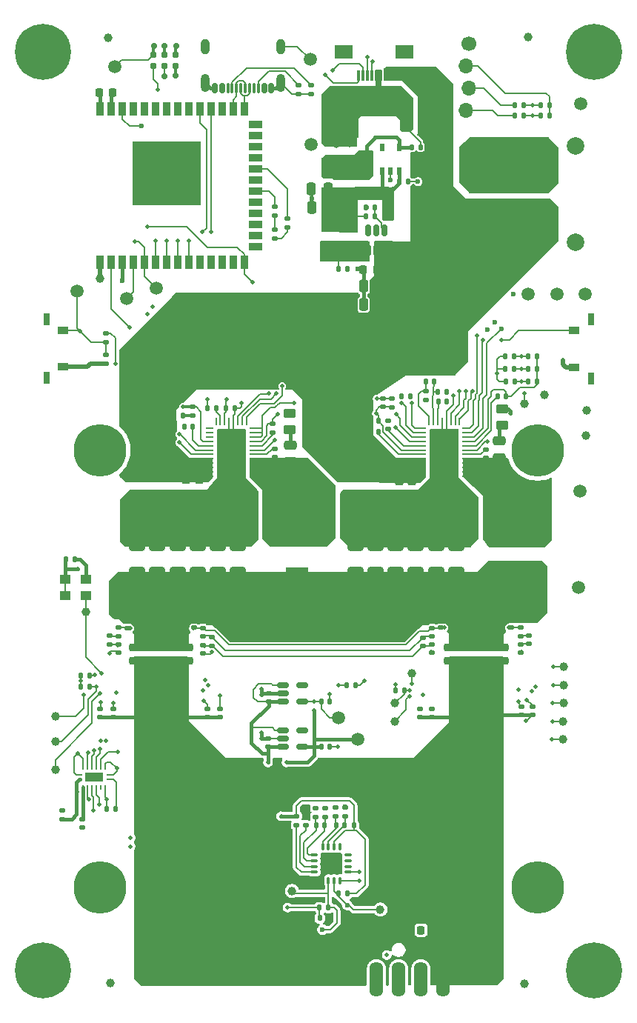
<source format=gbr>
%TF.GenerationSoftware,KiCad,Pcbnew,9.0.1*%
%TF.CreationDate,2025-09-16T14:58:38+08:00*%
%TF.ProjectId,BitaxeGT,42697461-7865-4475-942e-6b696361645f,v800*%
%TF.SameCoordinates,Original*%
%TF.FileFunction,Copper,L6,Bot*%
%TF.FilePolarity,Positive*%
%FSLAX46Y46*%
G04 Gerber Fmt 4.6, Leading zero omitted, Abs format (unit mm)*
G04 Created by KiCad (PCBNEW 9.0.1) date 2025-09-16 14:58:38*
%MOMM*%
%LPD*%
G01*
G04 APERTURE LIST*
G04 Aperture macros list*
%AMRoundRect*
0 Rectangle with rounded corners*
0 $1 Rounding radius*
0 $2 $3 $4 $5 $6 $7 $8 $9 X,Y pos of 4 corners*
0 Add a 4 corners polygon primitive as box body*
4,1,4,$2,$3,$4,$5,$6,$7,$8,$9,$2,$3,0*
0 Add four circle primitives for the rounded corners*
1,1,$1+$1,$2,$3*
1,1,$1+$1,$4,$5*
1,1,$1+$1,$6,$7*
1,1,$1+$1,$8,$9*
0 Add four rect primitives between the rounded corners*
20,1,$1+$1,$2,$3,$4,$5,0*
20,1,$1+$1,$4,$5,$6,$7,0*
20,1,$1+$1,$6,$7,$8,$9,0*
20,1,$1+$1,$8,$9,$2,$3,0*%
G04 Aperture macros list end*
%TA.AperFunction,EtchedComponent*%
%ADD10C,0.000000*%
%TD*%
%TA.AperFunction,SMDPad,CuDef*%
%ADD11RoundRect,0.225000X-0.225000X-0.250000X0.225000X-0.250000X0.225000X0.250000X-0.225000X0.250000X0*%
%TD*%
%TA.AperFunction,SMDPad,CuDef*%
%ADD12R,0.558800X0.952500*%
%TD*%
%TA.AperFunction,SMDPad,CuDef*%
%ADD13R,3.700000X1.680000*%
%TD*%
%TA.AperFunction,SMDPad,CuDef*%
%ADD14RoundRect,0.150000X-0.150000X0.512500X-0.150000X-0.512500X0.150000X-0.512500X0.150000X0.512500X0*%
%TD*%
%TA.AperFunction,SMDPad,CuDef*%
%ADD15RoundRect,0.135000X0.135000X0.185000X-0.135000X0.185000X-0.135000X-0.185000X0.135000X-0.185000X0*%
%TD*%
%TA.AperFunction,SMDPad,CuDef*%
%ADD16RoundRect,0.135000X-0.135000X-0.185000X0.135000X-0.185000X0.135000X0.185000X-0.135000X0.185000X0*%
%TD*%
%TA.AperFunction,SMDPad,CuDef*%
%ADD17RoundRect,0.140000X-0.140000X-0.170000X0.140000X-0.170000X0.140000X0.170000X-0.140000X0.170000X0*%
%TD*%
%TA.AperFunction,SMDPad,CuDef*%
%ADD18RoundRect,0.250000X0.250000X0.475000X-0.250000X0.475000X-0.250000X-0.475000X0.250000X-0.475000X0*%
%TD*%
%TA.AperFunction,SMDPad,CuDef*%
%ADD19C,1.000000*%
%TD*%
%TA.AperFunction,ComponentPad*%
%ADD20C,6.000000*%
%TD*%
%TA.AperFunction,ComponentPad*%
%ADD21C,0.800000*%
%TD*%
%TA.AperFunction,ComponentPad*%
%ADD22C,6.400000*%
%TD*%
%TA.AperFunction,ComponentPad*%
%ADD23O,1.574800X4.000000*%
%TD*%
%TA.AperFunction,ComponentPad*%
%ADD24C,1.500000*%
%TD*%
%TA.AperFunction,ComponentPad*%
%ADD25C,1.700000*%
%TD*%
%TA.AperFunction,ComponentPad*%
%ADD26O,1.700000X1.700000*%
%TD*%
%TA.AperFunction,SMDPad,CuDef*%
%ADD27RoundRect,0.135000X0.185000X-0.135000X0.185000X0.135000X-0.185000X0.135000X-0.185000X-0.135000X0*%
%TD*%
%TA.AperFunction,SMDPad,CuDef*%
%ADD28C,1.500000*%
%TD*%
%TA.AperFunction,SMDPad,CuDef*%
%ADD29RoundRect,0.140000X0.170000X-0.140000X0.170000X0.140000X-0.170000X0.140000X-0.170000X-0.140000X0*%
%TD*%
%TA.AperFunction,SMDPad,CuDef*%
%ADD30RoundRect,0.140000X-0.170000X0.140000X-0.170000X-0.140000X0.170000X-0.140000X0.170000X0.140000X0*%
%TD*%
%TA.AperFunction,ConnectorPad*%
%ADD31C,0.787400*%
%TD*%
%TA.AperFunction,SMDPad,CuDef*%
%ADD32RoundRect,0.250000X-0.650000X0.325000X-0.650000X-0.325000X0.650000X-0.325000X0.650000X0.325000X0*%
%TD*%
%TA.AperFunction,SMDPad,CuDef*%
%ADD33RoundRect,0.225000X0.225000X0.250000X-0.225000X0.250000X-0.225000X-0.250000X0.225000X-0.250000X0*%
%TD*%
%TA.AperFunction,SMDPad,CuDef*%
%ADD34RoundRect,0.225000X-0.250000X0.225000X-0.250000X-0.225000X0.250000X-0.225000X0.250000X0.225000X0*%
%TD*%
%TA.AperFunction,SMDPad,CuDef*%
%ADD35R,1.300000X1.100000*%
%TD*%
%TA.AperFunction,SMDPad,CuDef*%
%ADD36RoundRect,0.150000X-0.512500X-0.150000X0.512500X-0.150000X0.512500X0.150000X-0.512500X0.150000X0*%
%TD*%
%TA.AperFunction,SMDPad,CuDef*%
%ADD37RoundRect,0.062500X0.337500X0.062500X-0.337500X0.062500X-0.337500X-0.062500X0.337500X-0.062500X0*%
%TD*%
%TA.AperFunction,SMDPad,CuDef*%
%ADD38RoundRect,0.062500X0.062500X0.337500X-0.062500X0.337500X-0.062500X-0.337500X0.062500X-0.337500X0*%
%TD*%
%TA.AperFunction,ComponentPad*%
%ADD39C,0.400000*%
%TD*%
%TA.AperFunction,SMDPad,CuDef*%
%ADD40R,3.300000X5.300000*%
%TD*%
%TA.AperFunction,SMDPad,CuDef*%
%ADD41R,0.599999X0.240000*%
%TD*%
%TA.AperFunction,SMDPad,CuDef*%
%ADD42R,0.240000X0.599999*%
%TD*%
%TA.AperFunction,ComponentPad*%
%ADD43C,0.499999*%
%TD*%
%TA.AperFunction,SMDPad,CuDef*%
%ADD44R,2.000001X1.000000*%
%TD*%
%TA.AperFunction,SMDPad,CuDef*%
%ADD45RoundRect,0.140000X0.140000X0.170000X-0.140000X0.170000X-0.140000X-0.170000X0.140000X-0.170000X0*%
%TD*%
%TA.AperFunction,SMDPad,CuDef*%
%ADD46C,0.200000*%
%TD*%
%TA.AperFunction,SMDPad,CuDef*%
%ADD47R,1.270000X0.889000*%
%TD*%
%TA.AperFunction,SMDPad,CuDef*%
%ADD48R,0.787400X1.447800*%
%TD*%
%TA.AperFunction,ComponentPad*%
%ADD49C,3.000000*%
%TD*%
%TA.AperFunction,ComponentPad*%
%ADD50C,2.000000*%
%TD*%
%TA.AperFunction,SMDPad,CuDef*%
%ADD51RoundRect,0.250000X0.475000X-0.250000X0.475000X0.250000X-0.475000X0.250000X-0.475000X-0.250000X0*%
%TD*%
%TA.AperFunction,SMDPad,CuDef*%
%ADD52R,2.600000X4.000000*%
%TD*%
%TA.AperFunction,SMDPad,CuDef*%
%ADD53R,0.300000X1.300000*%
%TD*%
%TA.AperFunction,SMDPad,CuDef*%
%ADD54R,2.000000X1.600000*%
%TD*%
%TA.AperFunction,SMDPad,CuDef*%
%ADD55RoundRect,0.150000X-0.150000X-0.425000X0.150000X-0.425000X0.150000X0.425000X-0.150000X0.425000X0*%
%TD*%
%TA.AperFunction,SMDPad,CuDef*%
%ADD56RoundRect,0.075000X-0.075000X-0.500000X0.075000X-0.500000X0.075000X0.500000X-0.075000X0.500000X0*%
%TD*%
%TA.AperFunction,ComponentPad*%
%ADD57O,1.000000X1.800000*%
%TD*%
%TA.AperFunction,ComponentPad*%
%ADD58O,1.000000X2.100000*%
%TD*%
%TA.AperFunction,SMDPad,CuDef*%
%ADD59RoundRect,0.135000X-0.185000X0.135000X-0.185000X-0.135000X0.185000X-0.135000X0.185000X0.135000X0*%
%TD*%
%TA.AperFunction,SMDPad,CuDef*%
%ADD60RoundRect,0.250000X0.450000X-0.262500X0.450000X0.262500X-0.450000X0.262500X-0.450000X-0.262500X0*%
%TD*%
%TA.AperFunction,SMDPad,CuDef*%
%ADD61RoundRect,0.250000X-1.025000X0.787500X-1.025000X-0.787500X1.025000X-0.787500X1.025000X0.787500X0*%
%TD*%
%TA.AperFunction,SMDPad,CuDef*%
%ADD62R,0.900000X1.500000*%
%TD*%
%TA.AperFunction,SMDPad,CuDef*%
%ADD63R,1.500000X0.900000*%
%TD*%
%TA.AperFunction,SMDPad,CuDef*%
%ADD64R,0.900000X0.900000*%
%TD*%
%TA.AperFunction,SMDPad,CuDef*%
%ADD65RoundRect,0.075000X-0.075000X0.350000X-0.075000X-0.350000X0.075000X-0.350000X0.075000X0.350000X0*%
%TD*%
%TA.AperFunction,SMDPad,CuDef*%
%ADD66RoundRect,0.075000X-0.350000X0.075000X-0.350000X-0.075000X0.350000X-0.075000X0.350000X0.075000X0*%
%TD*%
%TA.AperFunction,HeatsinkPad*%
%ADD67R,2.100000X2.100000*%
%TD*%
%TA.AperFunction,ViaPad*%
%ADD68C,0.600000*%
%TD*%
%TA.AperFunction,ViaPad*%
%ADD69C,0.500000*%
%TD*%
%TA.AperFunction,ViaPad*%
%ADD70C,0.800000*%
%TD*%
%TA.AperFunction,ViaPad*%
%ADD71C,0.700000*%
%TD*%
%TA.AperFunction,ViaPad*%
%ADD72C,1.000000*%
%TD*%
%TA.AperFunction,Conductor*%
%ADD73C,0.200000*%
%TD*%
%TA.AperFunction,Conductor*%
%ADD74C,0.300000*%
%TD*%
%TA.AperFunction,Conductor*%
%ADD75C,0.400000*%
%TD*%
%TA.AperFunction,Conductor*%
%ADD76C,0.500000*%
%TD*%
G04 APERTURE END LIST*
D10*
%TA.AperFunction,EtchedComponent*%
%TO.C,NT1*%
G36*
X145700000Y-84830000D02*
G01*
X145500000Y-84830000D01*
X145500000Y-83830000D01*
X145700000Y-83830000D01*
X145700000Y-84830000D01*
G37*
%TD.AperFunction*%
%TA.AperFunction,EtchedComponent*%
%TO.C,NT2*%
G36*
X121350000Y-84850000D02*
G01*
X121150000Y-84850000D01*
X121150000Y-83850000D01*
X121350000Y-83850000D01*
X121350000Y-84850000D01*
G37*
%TD.AperFunction*%
%TD*%
D11*
%TO.P,C96,2*%
%TO.N,/12V*%
X137635000Y-66420000D03*
%TO.P,C96,1*%
%TO.N,GND*%
X136085000Y-66420000D03*
%TD*%
D12*
%TO.P,U5,1,VIN*%
%TO.N,/5V*%
X140159800Y-55147950D03*
%TO.P,U5,2,GND*%
%TO.N,GND*%
X139220000Y-55147950D03*
%TO.P,U5,3,EN*%
%TO.N,/5V*%
X138280200Y-55147950D03*
%TO.P,U5,4,NC*%
%TO.N,unconnected-(U5-NC-Pad4)*%
X138280200Y-52392050D03*
%TO.P,U5,5,VOUT*%
%TO.N,/3V3*%
X140159800Y-52392050D03*
%TD*%
D13*
%TO.P,L3,1,1*%
%TO.N,Net-(U7-SW)*%
X133290000Y-64280000D03*
%TO.P,L3,2,2*%
%TO.N,/5V*%
X133290000Y-61210000D03*
%TD*%
D14*
%TO.P,U7,1,CB*%
%TO.N,Net-(U7-CB)*%
X136637500Y-61882500D03*
%TO.P,U7,2,GND*%
%TO.N,GND*%
X137587500Y-61882500D03*
%TO.P,U7,3,FB*%
%TO.N,Net-(U7-FB)*%
X138537500Y-61882500D03*
%TO.P,U7,4,EN*%
%TO.N,/12V*%
X138537500Y-64157500D03*
%TO.P,U7,5,VIN*%
X137587500Y-64157500D03*
%TO.P,U7,6,SW*%
%TO.N,Net-(U7-SW)*%
X136637500Y-64157500D03*
%TD*%
D15*
%TO.P,R42,1*%
%TO.N,Net-(U7-FB)*%
X137430000Y-59240000D03*
%TO.P,R42,2*%
%TO.N,GND*%
X136410000Y-59240000D03*
%TD*%
D16*
%TO.P,R41,1*%
%TO.N,/5V*%
X136410000Y-60270000D03*
%TO.P,R41,2*%
%TO.N,Net-(U7-FB)*%
X137430000Y-60270000D03*
%TD*%
D17*
%TO.P,C101,1*%
%TO.N,/3V3*%
X141670000Y-52390000D03*
%TO.P,C101,2*%
%TO.N,GND*%
X142630000Y-52390000D03*
%TD*%
%TO.P,C100,1*%
%TO.N,/5V*%
X140230000Y-56300000D03*
%TO.P,C100,2*%
%TO.N,GND*%
X141190000Y-56300000D03*
%TD*%
D18*
%TO.P,C98,1*%
%TO.N,/5V*%
X132070000Y-59250000D03*
%TO.P,C98,2*%
%TO.N,GND*%
X130170000Y-59250000D03*
%TD*%
D17*
%TO.P,C97,1*%
%TO.N,Net-(U7-SW)*%
X133280000Y-66290000D03*
%TO.P,C97,2*%
%TO.N,Net-(U7-CB)*%
X134240000Y-66290000D03*
%TD*%
D18*
%TO.P,C63,1*%
%TO.N,/12V*%
X138020000Y-70390000D03*
%TO.P,C63,2*%
%TO.N,GND*%
X136120000Y-70390000D03*
%TD*%
%TO.P,C50,1*%
%TO.N,/12V*%
X138020000Y-68280000D03*
%TO.P,C50,2*%
%TO.N,GND*%
X136120000Y-68280000D03*
%TD*%
D19*
%TO.P,FID1,*%
%TO.N,*%
X107200000Y-147900000D03*
%TD*%
D20*
%TO.P,HS1,1,Mounting*%
%TO.N,unconnected-(HS1-Mounting-Pad1)_1*%
X106000000Y-87000000D03*
%TO.N,unconnected-(HS1-Mounting-Pad1)*%
X106000000Y-137000000D03*
%TO.N,unconnected-(HS1-Mounting-Pad1)_3*%
X156000000Y-87000000D03*
%TO.N,unconnected-(HS1-Mounting-Pad1)_2*%
X156000000Y-137000000D03*
%TD*%
D21*
%TO.P,H4,1,1*%
%TO.N,GND*%
X97100000Y-146500000D03*
X97802944Y-144802944D03*
X97802944Y-148197056D03*
X99500000Y-144100000D03*
D22*
X99500000Y-146500000D03*
D21*
X99500000Y-148900000D03*
X101197056Y-144802944D03*
X101197056Y-148197056D03*
X101900000Y-146500000D03*
%TD*%
D23*
%TO.P,J7,1,Pin_1*%
%TO.N,GND*%
X145200000Y-147490000D03*
%TO.P,J7,2,Pin_2*%
%TO.N,/12V*%
X142660000Y-147490000D03*
D24*
%TO.P,J7,3,Pin_3*%
%TO.N,/fan/FAN_TACH*%
X140120000Y-148450000D03*
D23*
X140120000Y-147490000D03*
%TO.P,J7,4,Pin_4*%
%TO.N,/fan/FAN_PWM*%
X137580000Y-147490000D03*
%TD*%
D21*
%TO.P,H2,1,1*%
%TO.N,GND*%
X97100000Y-41500000D03*
X97802944Y-39802944D03*
X97802944Y-43197056D03*
X99500000Y-39100000D03*
D22*
X99500000Y-41500000D03*
D21*
X99500000Y-43900000D03*
X101197056Y-39802944D03*
X101197056Y-43197056D03*
X101900000Y-41500000D03*
%TD*%
%TO.P,H3,1,1*%
%TO.N,GND*%
X160100000Y-146500000D03*
X160802944Y-144802944D03*
X160802944Y-148197056D03*
X162500000Y-144100000D03*
D22*
X162500000Y-146500000D03*
D21*
X162500000Y-148900000D03*
X164197056Y-144802944D03*
X164197056Y-148197056D03*
X164900000Y-146500000D03*
%TD*%
D25*
%TO.P,J3,1,Pin_1*%
%TO.N,GND*%
X148200000Y-40550000D03*
D26*
%TO.P,J3,2,Pin_2*%
%TO.N,/3V3*%
X147800000Y-43090000D03*
%TO.P,J3,3,Pin_3*%
%TO.N,/ESP32/SCL*%
X148200000Y-45630000D03*
%TO.P,J3,4,Pin_4*%
%TO.N,/ESP32/SDA*%
X147800000Y-48170000D03*
%TD*%
D19*
%TO.P,FID2,*%
%TO.N,*%
X154900000Y-39800000D03*
%TD*%
D21*
%TO.P,H1,1,1*%
%TO.N,GND*%
X160100000Y-41500000D03*
X160802944Y-39802944D03*
X160802944Y-43197056D03*
X162500000Y-39100000D03*
D22*
X162500000Y-41500000D03*
D21*
X162500000Y-43900000D03*
X164197056Y-39802944D03*
X164197056Y-43197056D03*
X164900000Y-41500000D03*
%TD*%
D27*
%TO.P,R29,1*%
%TO.N,Net-(U13-DP1)*%
X134000000Y-128900000D03*
%TO.P,R29,2*%
%TO.N,/ASIC/TEMP2_P*%
X134000000Y-127880000D03*
%TD*%
D28*
%TO.P,TP35,1,1*%
%TO.N,GND*%
X130000000Y-42360000D03*
%TD*%
D29*
%TO.P,C17,1*%
%TO.N,/Power/EN_UVLO*%
X138300000Y-82080000D03*
%TO.P,C17,2*%
%TO.N,GND*%
X138300000Y-81120000D03*
%TD*%
D17*
%TO.P,C37,1*%
%TO.N,GND*%
X115650000Y-84320000D03*
%TO.P,C37,2*%
%TO.N,/Power/V5reg_2*%
X116610000Y-84320000D03*
%TD*%
D15*
%TO.P,R22,1*%
%TO.N,/3V3*%
X157400000Y-47600000D03*
%TO.P,R22,2*%
%TO.N,/Power/SCL_VR*%
X156380000Y-47600000D03*
%TD*%
D19*
%TO.P,TP6,1,1*%
%TO.N,Net-(U10-CLKO)*%
X158950000Y-118000000D03*
%TD*%
%TO.P,TP20,1,1*%
%TO.N,/fan/FAN_PWM*%
X127950000Y-137400000D03*
%TD*%
D30*
%TO.P,C7,1*%
%TO.N,Net-(U1-BOOT)*%
X150100000Y-86920000D03*
%TO.P,C7,2*%
%TO.N,/Power/SW1*%
X150100000Y-87880000D03*
%TD*%
D31*
%TO.P,J8,1,Pin_1*%
%TO.N,/ESP32/EN*%
X114670000Y-43100000D03*
%TO.P,J8,2,Pin_2*%
%TO.N,/3V3*%
X114670000Y-41830000D03*
%TO.P,J8,3,Pin_3*%
%TO.N,/ESP32/P_TX*%
X113400000Y-43100000D03*
%TO.P,J8,4,Pin_4*%
%TO.N,GND*%
X113400000Y-41830000D03*
%TO.P,J8,5,Pin_5*%
%TO.N,/ESP32/P_RX*%
X112130000Y-43100000D03*
%TO.P,J8,6,Pin_6*%
%TO.N,/ESP32/IO0*%
X112130000Y-41830000D03*
%TD*%
D29*
%TO.P,C84,1*%
%TO.N,GND*%
X143950000Y-117530000D03*
%TO.P,C84,2*%
%TO.N,/ASIC/1V2*%
X143950000Y-116570000D03*
%TD*%
D19*
%TO.P,TP30,1,1*%
%TO.N,/Power/BCX_CLK*%
X156800000Y-80700000D03*
%TD*%
D27*
%TO.P,R25,1*%
%TO.N,GND*%
X128680000Y-46280000D03*
%TO.P,R25,2*%
%TO.N,Net-(J4-CC2)*%
X128680000Y-45260000D03*
%TD*%
D32*
%TO.P,C12,1*%
%TO.N,GND*%
X139800000Y-97975000D03*
%TO.P,C12,2*%
%TO.N,/Vcore*%
X139800000Y-100925000D03*
%TD*%
%TO.P,C33,1*%
%TO.N,GND*%
X114850000Y-98000000D03*
%TO.P,C33,2*%
%TO.N,/Vcore*%
X114850000Y-100950000D03*
%TD*%
D33*
%TO.P,C49,1*%
%TO.N,/3V3*%
X107425000Y-46150000D03*
%TO.P,C49,2*%
%TO.N,GND*%
X105875000Y-46150000D03*
%TD*%
D34*
%TO.P,C38,1*%
%TO.N,/Vcore*%
X116150000Y-109575000D03*
%TO.P,C38,2*%
%TO.N,GND*%
X116150000Y-111125000D03*
%TD*%
D32*
%TO.P,C14,1*%
%TO.N,GND*%
X135200000Y-97975000D03*
%TO.P,C14,2*%
%TO.N,/Vcore*%
X135200000Y-100925000D03*
%TD*%
D29*
%TO.P,C65,1*%
%TO.N,Net-(U9-VDD1_0)*%
X107125000Y-109205000D03*
%TO.P,C65,2*%
%TO.N,Net-(U9-VDD2_0)*%
X107125000Y-108245000D03*
%TD*%
D35*
%TO.P,U8,1,EN*%
%TO.N,/ASIC/1V2*%
X102050000Y-101750000D03*
%TO.P,U8,2,GND*%
%TO.N,GND*%
X104350000Y-101750000D03*
%TO.P,U8,3,OUT*%
%TO.N,/ASIC/CLKI*%
X104350000Y-103650000D03*
%TO.P,U8,4,VIN*%
%TO.N,/ASIC/1V2*%
X102050000Y-103650000D03*
%TD*%
D27*
%TO.P,R20,1*%
%TO.N,/ESP32/EN*%
X106700000Y-74640000D03*
%TO.P,R20,2*%
%TO.N,/3V3*%
X106700000Y-73620000D03*
%TD*%
D36*
%TO.P,U11,1,VIN*%
%TO.N,/5V*%
X126875000Y-120900000D03*
%TO.P,U11,2,GND*%
%TO.N,GND*%
X126875000Y-119950000D03*
%TO.P,U11,3,EN*%
%TO.N,/5V*%
X126875000Y-119000000D03*
%TO.P,U11,4,PG*%
%TO.N,unconnected-(U11-PG-Pad4)*%
X129150000Y-119000000D03*
%TO.P,U11,5,VOUT*%
%TO.N,/ASIC/1V2*%
X129150000Y-120900000D03*
%TD*%
D19*
%TO.P,TP14,1,1*%
%TO.N,Net-(U9-INV_CLKO)*%
X100900000Y-123550000D03*
%TD*%
D37*
%TO.P,U4,1,PGD*%
%TO.N,/Power/AGND2*%
X123500000Y-84500000D03*
%TO.P,U4,2,PMB_DATA*%
X123500000Y-85000000D03*
%TO.P,U4,3,PMB_CLK*%
X123500000Y-85500000D03*
%TO.P,U4,4,BP1V5*%
%TO.N,/Power/BP1v5_2*%
X123500000Y-86000000D03*
%TO.P,U4,5,DRTN*%
%TO.N,Net-(U4-DRTN)*%
X123500000Y-86500000D03*
%TO.P,U4,6,SMB_ALRT*%
%TO.N,/Power/AGND2*%
X123500000Y-87000000D03*
%TO.P,U4,7,BOOT*%
%TO.N,Net-(U4-BOOT)*%
X123500000Y-87500000D03*
%TO.P,U4,8,SW*%
%TO.N,/Power/SW2*%
X123500000Y-88000000D03*
%TO.P,U4,9,SW*%
X123500000Y-88500000D03*
%TO.P,U4,10,SW*%
X123500000Y-89000000D03*
%TO.P,U4,11,SW*%
X123500000Y-89500000D03*
%TO.P,U4,12,SW*%
X123500000Y-90000000D03*
D38*
%TO.P,U4,13,PGND*%
%TO.N,GND*%
X122750000Y-90750000D03*
%TO.P,U4,14,PGND*%
X122250000Y-90750000D03*
%TO.P,U4,15,PGND*%
X121750000Y-90750000D03*
%TO.P,U4,16,PGND*%
X121250000Y-90750000D03*
%TO.P,U4,17,PGND*%
X120750000Y-90750000D03*
%TO.P,U4,18,PGND*%
X120250000Y-90750000D03*
%TO.P,U4,19,PGND*%
X119750000Y-90750000D03*
%TO.P,U4,20,PGND*%
X119250000Y-90750000D03*
D37*
%TO.P,U4,21,PVIN*%
%TO.N,/12V*%
X118500000Y-90000000D03*
%TO.P,U4,22,PVIN*%
X118500000Y-89500000D03*
%TO.P,U4,23,PVIN*%
X118500000Y-89000000D03*
%TO.P,U4,24,PVIN*%
X118500000Y-88500000D03*
%TO.P,U4,25,PVIN*%
X118500000Y-88000000D03*
%TO.P,U4,26,AVIN*%
%TO.N,Net-(U4-AVIN)*%
X118500000Y-87500000D03*
%TO.P,U4,27,EN/UVLO*%
%TO.N,/Power/EN_UVLO*%
X118500000Y-87000000D03*
%TO.P,U4,28,VDD5*%
%TO.N,/Power/V5reg_2*%
X118500000Y-86500000D03*
%TO.P,U4,29,MSEL2*%
%TO.N,/Power/AGND2*%
X118500000Y-86000000D03*
%TO.P,U4,30,VSEL*%
%TO.N,unconnected-(U4-VSEL-Pad30)*%
X118500000Y-85500000D03*
%TO.P,U4,31,ADRSEL*%
%TO.N,unconnected-(U4-ADRSEL-Pad31)*%
X118500000Y-85000000D03*
%TO.P,U4,32,MSEL1*%
%TO.N,unconnected-(U4-MSEL1-Pad32)*%
X118500000Y-84500000D03*
D38*
%TO.P,U4,33,VOSNS*%
%TO.N,unconnected-(U4-VOSNS-Pad33)*%
X119250000Y-83750000D03*
%TO.P,U4,34,GOSNS*%
%TO.N,Net-(U4-GOSNS)*%
X119750000Y-83750000D03*
%TO.P,U4,35,VSHARE*%
%TO.N,/Power/VSHARE*%
X120250000Y-83750000D03*
%TO.P,U4,36,NC*%
%TO.N,GND*%
X120750000Y-83750000D03*
%TO.P,U4,37,AGND*%
%TO.N,/Power/AGND2*%
X121250000Y-83750000D03*
%TO.P,U4,38,SYNC*%
%TO.N,/Power/SYNC*%
X121750000Y-83750000D03*
%TO.P,U4,39,BCX_CLK*%
%TO.N,/Power/BCX_CLK*%
X122250000Y-83750000D03*
%TO.P,U4,40,BCX_DAT*%
%TO.N,/Power/BCX_DAT*%
X122750000Y-83750000D03*
D39*
%TO.P,U4,41,PAD*%
%TO.N,GND*%
X122280000Y-88650000D03*
X122280000Y-87250000D03*
X122280000Y-85850000D03*
X121000000Y-89650000D03*
X121000000Y-88650000D03*
X121000000Y-87250000D03*
D40*
X121000000Y-87250000D03*
D39*
X121000000Y-85850000D03*
X121000000Y-84850000D03*
X119720000Y-88650000D03*
X119720000Y-87250000D03*
X119720000Y-85850000D03*
%TD*%
D29*
%TO.P,C80,1*%
%TO.N,GND*%
X106000000Y-117530000D03*
%TO.P,C80,2*%
%TO.N,/ASIC/0V8_1*%
X106000000Y-116570000D03*
%TD*%
D41*
%TO.P,U2,1,DIR1*%
%TO.N,GND*%
X103670001Y-124150000D03*
D42*
%TO.P,U2,2,DIR2*%
X104070000Y-123250000D03*
%TO.P,U2,3,A1*%
%TO.N,/ASIC/RST_1V2*%
X104569999Y-123250000D03*
%TO.P,U2,4,A2*%
%TO.N,/ASIC/TX_1V2*%
X105070000Y-123250000D03*
%TO.P,U2,5,A3*%
%TO.N,/ASIC/RX_1V2*%
X105570000Y-123250000D03*
%TO.P,U2,6,A4*%
%TO.N,GND*%
X106070001Y-123250000D03*
%TO.P,U2,7,DIR3*%
%TO.N,/ASIC/1V2*%
X106570000Y-123250000D03*
D41*
%TO.P,U2,8,DIR4*%
X106969999Y-124150000D03*
%TO.P,U2,9,OE*%
%TO.N,Net-(U2-OE)*%
X106969999Y-124650000D03*
D42*
%TO.P,U2,10,GND*%
%TO.N,GND*%
X106570000Y-125550000D03*
%TO.P,U2,11,B4*%
%TO.N,unconnected-(U2-B4-Pad11)*%
X106070001Y-125550000D03*
%TO.P,U2,12,B3*%
%TO.N,/ASIC/RX_3V3*%
X105570000Y-125550000D03*
%TO.P,U2,13,B2*%
%TO.N,/ASIC/TX_3V3*%
X105070000Y-125550000D03*
%TO.P,U2,14,B1*%
%TO.N,/ASIC/RST_3V3*%
X104569999Y-125550000D03*
%TO.P,U2,15,VCCB*%
%TO.N,/3V3*%
X104070000Y-125550000D03*
D41*
%TO.P,U2,16,VCCA*%
%TO.N,/ASIC/1V2*%
X103670001Y-124650000D03*
D43*
%TO.P,U2,17,PAD*%
%TO.N,unconnected-(U2-PAD-Pad17)_1*%
X106070001Y-124400000D03*
D44*
%TO.N,unconnected-(U2-PAD-Pad17)_2*%
X105320000Y-124400000D03*
D43*
%TO.N,unconnected-(U2-PAD-Pad17)*%
X104569999Y-124400000D03*
%TD*%
D29*
%TO.P,C85,1*%
%TO.N,GND*%
X142600000Y-117530000D03*
%TO.P,C85,2*%
%TO.N,/ASIC/0V8*%
X142600000Y-116570000D03*
%TD*%
%TO.P,C75,1*%
%TO.N,Net-(U10-VDD3_0)*%
X144940000Y-107310000D03*
%TO.P,C75,2*%
%TO.N,/Vcore*%
X144940000Y-106350000D03*
%TD*%
D30*
%TO.P,C68,1*%
%TO.N,/Vcore*%
X116750000Y-106345000D03*
%TO.P,C68,2*%
%TO.N,Net-(U10-VDD3_0)*%
X116750000Y-107305000D03*
%TD*%
D28*
%TO.P,TP25,1,1*%
%TO.N,GND*%
X160920000Y-47440000D03*
%TD*%
D34*
%TO.P,C57,1*%
%TO.N,/Vcore*%
X109800000Y-109575000D03*
%TO.P,C57,2*%
%TO.N,GND*%
X109800000Y-111125000D03*
%TD*%
%TO.P,C2,1*%
%TO.N,/12V*%
X141675000Y-90600000D03*
%TO.P,C2,2*%
%TO.N,GND*%
X141675000Y-92150000D03*
%TD*%
D28*
%TO.P,TP18,1,1*%
%TO.N,/ASIC/1V2*%
X135450000Y-120050000D03*
%TD*%
D17*
%TO.P,C53,1*%
%TO.N,/ASIC/1V2*%
X102120000Y-99500000D03*
%TO.P,C53,2*%
%TO.N,GND*%
X103080000Y-99500000D03*
%TD*%
D16*
%TO.P,R26,1*%
%TO.N,GND*%
X103790000Y-114040000D03*
%TO.P,R26,2*%
%TO.N,Net-(U9-LITE_PAD)*%
X104810000Y-114040000D03*
%TD*%
D27*
%TO.P,R21,1*%
%TO.N,/3V3*%
X125990000Y-62790000D03*
%TO.P,R21,2*%
%TO.N,/Power/ALRT_VR*%
X125990000Y-61770000D03*
%TD*%
D19*
%TO.P,TP21,1,1*%
%TO.N,/fan/FAN_TACH*%
X138040000Y-139520000D03*
%TD*%
D29*
%TO.P,C87,1*%
%TO.N,GND*%
X155400000Y-117270000D03*
%TO.P,C87,2*%
%TO.N,/ASIC/0V8_2*%
X155400000Y-116310000D03*
%TD*%
D32*
%TO.P,C11,1*%
%TO.N,GND*%
X142100000Y-97975000D03*
%TO.P,C11,2*%
%TO.N,/Vcore*%
X142100000Y-100925000D03*
%TD*%
D30*
%TO.P,C71,1*%
%TO.N,Net-(U10-VDD1_0)*%
X117725000Y-109270000D03*
%TO.P,C71,2*%
%TO.N,GND*%
X117725000Y-110230000D03*
%TD*%
D19*
%TO.P,FID3,*%
%TO.N,*%
X154500000Y-148000000D03*
%TD*%
D16*
%TO.P,R23,1*%
%TO.N,GND*%
X106780000Y-128020000D03*
%TO.P,R23,2*%
%TO.N,Net-(U2-OE)*%
X107800000Y-128020000D03*
%TD*%
%TO.P,R9,1*%
%TO.N,Net-(U1-MSEL2)*%
X154940000Y-76300000D03*
%TO.P,R9,2*%
%TO.N,/Power/BP1v5_1*%
X155960000Y-76300000D03*
%TD*%
D45*
%TO.P,C20,1*%
%TO.N,/Power/AGND1*%
X145630000Y-81410000D03*
%TO.P,C20,2*%
%TO.N,/Power/VSHARE*%
X144670000Y-81410000D03*
%TD*%
D34*
%TO.P,C58,1*%
%TO.N,/Vcore*%
X152200000Y-109575000D03*
%TO.P,C58,2*%
%TO.N,GND*%
X152200000Y-111125000D03*
%TD*%
D28*
%TO.P,TP23,1,1*%
%TO.N,/Power/SDA_VR*%
X158200000Y-69180000D03*
%TD*%
D16*
%TO.P,R19,1*%
%TO.N,/Power/BP1v5_2*%
X118290000Y-82200000D03*
%TO.P,R19,2*%
%TO.N,Net-(U4-GOSNS)*%
X119310000Y-82200000D03*
%TD*%
D34*
%TO.P,C55,1*%
%TO.N,/Vcore*%
X112990000Y-109575000D03*
%TO.P,C55,2*%
%TO.N,GND*%
X112990000Y-111125000D03*
%TD*%
D17*
%TO.P,C92,1*%
%TO.N,/3V3*%
X135020000Y-129890000D03*
%TO.P,C92,2*%
%TO.N,GND*%
X135980000Y-129890000D03*
%TD*%
D19*
%TO.P,TP31,1,1*%
%TO.N,/Power/BCX_DAT*%
X161580000Y-82450000D03*
%TD*%
D28*
%TO.P,TP36,1,1*%
%TO.N,/ESP32/IO0*%
X107690000Y-43200000D03*
%TD*%
D16*
%TO.P,R8,1*%
%TO.N,Net-(U1-GOSNS)*%
X144640000Y-80360000D03*
%TO.P,R8,2*%
%TO.N,GND*%
X145660000Y-80360000D03*
%TD*%
D27*
%TO.P,R36,1*%
%TO.N,Net-(U13-DN2)*%
X130650000Y-128910000D03*
%TO.P,R36,2*%
%TO.N,/ASIC/TEMP1_N*%
X130650000Y-127890000D03*
%TD*%
D30*
%TO.P,C88,1*%
%TO.N,GND*%
X125212500Y-119970000D03*
%TO.P,C88,2*%
%TO.N,/5V*%
X125212500Y-120930000D03*
%TD*%
D46*
%TO.P,NT1,1,1*%
%TO.N,GND*%
X145600000Y-84830000D03*
%TO.P,NT1,2,2*%
%TO.N,/Power/AGND1*%
X145600000Y-83830000D03*
%TD*%
D34*
%TO.P,C23,1*%
%TO.N,/12V*%
X117325000Y-90425000D03*
%TO.P,C23,2*%
%TO.N,GND*%
X117325000Y-91975000D03*
%TD*%
D16*
%TO.P,R13,1*%
%TO.N,/Power/AGND1*%
X152340000Y-77700000D03*
%TO.P,R13,2*%
%TO.N,Net-(U1-VSEL)*%
X153360000Y-77700000D03*
%TD*%
D47*
%TO.P,SW1,1*%
%TO.N,GND*%
X101797000Y-77485500D03*
%TO.P,SW1,2*%
%TO.N,/ESP32/EN*%
X101797000Y-73294500D03*
D48*
%TO.P,SW1,3,NC*%
%TO.N,unconnected-(SW1-NC-Pad3)*%
X99904700Y-78768200D03*
%TO.P,SW1,4,NC*%
%TO.N,unconnected-(SW1-NC-Pad4)*%
X99904700Y-72011800D03*
%TD*%
D29*
%TO.P,C66,1*%
%TO.N,Net-(U9-VDD2_0)*%
X108125000Y-108255000D03*
%TO.P,C66,2*%
%TO.N,Net-(U9-VDD3_0)*%
X108125000Y-107295000D03*
%TD*%
D32*
%TO.P,C34,1*%
%TO.N,GND*%
X112550000Y-98000000D03*
%TO.P,C34,2*%
%TO.N,/Vcore*%
X112550000Y-100950000D03*
%TD*%
D16*
%TO.P,R39,1*%
%TO.N,/ESP32/SCL*%
X153390000Y-47600000D03*
%TO.P,R39,2*%
%TO.N,/Power/SCL_VR*%
X154410000Y-47600000D03*
%TD*%
D19*
%TO.P,TP10,1,1*%
%TO.N,Net-(U9-ROSC_SEL)*%
X100950000Y-117400000D03*
%TD*%
%TO.P,TP12,1,1*%
%TO.N,Net-(U9-LITE_PAD)*%
X100900000Y-120300000D03*
%TD*%
D34*
%TO.P,C60,1*%
%TO.N,/Vcore*%
X149000000Y-109575000D03*
%TO.P,C60,2*%
%TO.N,GND*%
X149000000Y-111125000D03*
%TD*%
D28*
%TO.P,TP15,1,1*%
%TO.N,/Vcore*%
X160700000Y-102700000D03*
%TD*%
D32*
%TO.P,C32,1*%
%TO.N,GND*%
X117150000Y-98000000D03*
%TO.P,C32,2*%
%TO.N,/Vcore*%
X117150000Y-100950000D03*
%TD*%
D49*
%TO.P,J1,1,+V*%
%TO.N,/12V*%
X150350000Y-60250000D03*
%TO.P,J1,2,GND*%
%TO.N,GND*%
X150350000Y-55250000D03*
D50*
%TO.P,J1,3,MNT1*%
%TO.N,unconnected-(J1-MNT1-Pad3)*%
X160350000Y-63250000D03*
%TO.P,J1,4,MNT2*%
%TO.N,unconnected-(J1-MNT2-Pad4)*%
X160350000Y-52250000D03*
%TD*%
D34*
%TO.P,C59,1*%
%TO.N,/Vcore*%
X150600000Y-109575000D03*
%TO.P,C59,2*%
%TO.N,GND*%
X150600000Y-111125000D03*
%TD*%
D51*
%TO.P,C29,1*%
%TO.N,/Power/SW2*%
X127725000Y-88325000D03*
%TO.P,C29,2*%
%TO.N,Net-(C29-Pad2)*%
X127725000Y-86425000D03*
%TD*%
D52*
%TO.P,L1,1,1*%
%TO.N,/Power/SW1*%
X153850000Y-94425000D03*
%TO.P,L1,2,2*%
%TO.N,/Vcore*%
X153850000Y-102375000D03*
%TD*%
D34*
%TO.P,C54,1*%
%TO.N,/Vcore*%
X114550000Y-109575000D03*
%TO.P,C54,2*%
%TO.N,GND*%
X114550000Y-111125000D03*
%TD*%
D19*
%TO.P,TP11,1,1*%
%TO.N,Net-(U10-ROSC_SEL)*%
X141650000Y-112550000D03*
%TD*%
D52*
%TO.P,L2,1,1*%
%TO.N,/Power/SW2*%
X128500000Y-94425000D03*
%TO.P,L2,2,2*%
%TO.N,/Vcore*%
X128500000Y-102375000D03*
%TD*%
D29*
%TO.P,C81,1*%
%TO.N,GND*%
X107550000Y-117530000D03*
%TO.P,C81,2*%
%TO.N,/ASIC/1V2_1*%
X107550000Y-116570000D03*
%TD*%
D28*
%TO.P,TP24,1,1*%
%TO.N,/Power/SCL_VR*%
X161470000Y-69180000D03*
%TD*%
D29*
%TO.P,C83,1*%
%TO.N,GND*%
X118250000Y-117530000D03*
%TO.P,C83,2*%
%TO.N,/ASIC/1V2*%
X118250000Y-116570000D03*
%TD*%
D34*
%TO.P,C24,1*%
%TO.N,/12V*%
X115850000Y-90425000D03*
%TO.P,C24,2*%
%TO.N,GND*%
X115850000Y-91975000D03*
%TD*%
D53*
%TO.P,J2,1,Pin_1*%
%TO.N,/12V*%
X139070000Y-44180000D03*
%TO.P,J2,2,Pin_2*%
X138570000Y-44180000D03*
%TO.P,J2,3,Pin_3*%
%TO.N,GND*%
X138070000Y-44180000D03*
%TO.P,J2,4,Pin_4*%
X137570000Y-44180000D03*
%TO.P,J2,5,Pin_5*%
%TO.N,Net-(J2-Pin_5)*%
X137070000Y-44180000D03*
%TO.P,J2,6,Pin_6*%
%TO.N,Net-(J2-Pin_6)*%
X136570000Y-44180000D03*
%TO.P,J2,7,Pin_7*%
%TO.N,Net-(J2-Pin_7)*%
X136070000Y-44180000D03*
%TO.P,J2,8,Pin_8*%
%TO.N,Net-(J2-Pin_8)*%
X135570000Y-44180000D03*
D54*
%TO.P,J2,9,NC*%
%TO.N,unconnected-(J2-NC-Pad9)*%
X133870000Y-41500000D03*
%TO.P,J2,10,NC*%
%TO.N,unconnected-(J2-NC-Pad10)*%
X140770000Y-41500000D03*
%TD*%
D55*
%TO.P,J4,A1,GND*%
%TO.N,GND*%
X119150000Y-45640000D03*
%TO.P,J4,A4,VBUS*%
%TO.N,unconnected-(J4-VBUS-PadA4)*%
X119950000Y-45640000D03*
D56*
%TO.P,J4,A5,CC1*%
%TO.N,Net-(J4-CC1)*%
X121100000Y-45640000D03*
%TO.P,J4,A6,D+*%
%TO.N,/ESP32/USB_D+*%
X122100000Y-45640000D03*
%TO.P,J4,A7,D-*%
%TO.N,/ESP32/USB_D-*%
X122600000Y-45640000D03*
%TO.P,J4,A8,SBU1*%
%TO.N,unconnected-(J4-SBU1-PadA8)*%
X123600000Y-45640000D03*
D55*
%TO.P,J4,B1,GND*%
%TO.N,GND*%
X125550000Y-45640000D03*
%TO.P,J4,B4,VBUS*%
%TO.N,unconnected-(J4-VBUS-PadB4)*%
X124750000Y-45640000D03*
D56*
%TO.P,J4,B5,CC2*%
%TO.N,Net-(J4-CC2)*%
X124100000Y-45640000D03*
%TO.P,J4,B6,D+*%
%TO.N,/ESP32/USB_D+*%
X123100000Y-45640000D03*
%TO.P,J4,B7,D-*%
%TO.N,/ESP32/USB_D-*%
X121600000Y-45640000D03*
%TO.P,J4,B8,SBU2*%
%TO.N,unconnected-(J4-SBU2-PadB8)*%
X120600000Y-45640000D03*
D57*
%TO.P,J4,S1,SHIELD*%
%TO.N,GND*%
X118030000Y-40885000D03*
D58*
X118030000Y-45065000D03*
D57*
X126670000Y-40885000D03*
D58*
X126670000Y-45065000D03*
%TD*%
D37*
%TO.P,U1,1,PGD*%
%TO.N,/Power/PGOOD*%
X147850000Y-84500000D03*
%TO.P,U1,2,PMB_DATA*%
%TO.N,/Power/SDA_VR*%
X147850000Y-85000000D03*
%TO.P,U1,3,PMB_CLK*%
%TO.N,/Power/SCL_VR*%
X147850000Y-85500000D03*
%TO.P,U1,4,BP1V5*%
%TO.N,/Power/BP1v5_1*%
X147850000Y-86000000D03*
%TO.P,U1,5,DRTN*%
%TO.N,Net-(U1-DRTN)*%
X147850000Y-86500000D03*
%TO.P,U1,6,SMB_ALRT*%
%TO.N,/Power/ALRT_VR*%
X147850000Y-87000000D03*
%TO.P,U1,7,BOOT*%
%TO.N,Net-(U1-BOOT)*%
X147850000Y-87500000D03*
%TO.P,U1,8,SW*%
%TO.N,/Power/SW1*%
X147850000Y-88000000D03*
%TO.P,U1,9,SW*%
X147850000Y-88500000D03*
%TO.P,U1,10,SW*%
X147850000Y-89000000D03*
%TO.P,U1,11,SW*%
X147850000Y-89500000D03*
%TO.P,U1,12,SW*%
X147850000Y-90000000D03*
D38*
%TO.P,U1,13,PGND*%
%TO.N,GND*%
X147100000Y-90750000D03*
%TO.P,U1,14,PGND*%
X146600000Y-90750000D03*
%TO.P,U1,15,PGND*%
X146100000Y-90750000D03*
%TO.P,U1,16,PGND*%
X145600000Y-90750000D03*
%TO.P,U1,17,PGND*%
X145100000Y-90750000D03*
%TO.P,U1,18,PGND*%
X144600000Y-90750000D03*
%TO.P,U1,19,PGND*%
X144100000Y-90750000D03*
%TO.P,U1,20,PGND*%
X143600000Y-90750000D03*
D37*
%TO.P,U1,21,PVIN*%
%TO.N,/12V*%
X142850000Y-90000000D03*
%TO.P,U1,22,PVIN*%
X142850000Y-89500000D03*
%TO.P,U1,23,PVIN*%
X142850000Y-89000000D03*
%TO.P,U1,24,PVIN*%
X142850000Y-88500000D03*
%TO.P,U1,25,PVIN*%
X142850000Y-88000000D03*
%TO.P,U1,26,AVIN*%
%TO.N,Net-(U1-AVIN)*%
X142850000Y-87500000D03*
%TO.P,U1,27,EN/UVLO*%
%TO.N,/Power/EN_UVLO*%
X142850000Y-87000000D03*
%TO.P,U1,28,VDD5*%
%TO.N,/Power/V5reg_1*%
X142850000Y-86500000D03*
%TO.P,U1,29,MSEL2*%
%TO.N,Net-(U1-MSEL2)*%
X142850000Y-86000000D03*
%TO.P,U1,30,VSEL*%
%TO.N,Net-(U1-VSEL)*%
X142850000Y-85500000D03*
%TO.P,U1,31,ADRSEL*%
%TO.N,Net-(U1-ADRSEL)*%
X142850000Y-85000000D03*
%TO.P,U1,32,MSEL1*%
%TO.N,Net-(U1-MSEL1)*%
X142850000Y-84500000D03*
D38*
%TO.P,U1,33,VOSNS*%
%TO.N,Net-(U1-VOSNS)*%
X143600000Y-83750000D03*
%TO.P,U1,34,GOSNS*%
%TO.N,Net-(U1-GOSNS)*%
X144100000Y-83750000D03*
%TO.P,U1,35,VSHARE*%
%TO.N,/Power/VSHARE*%
X144600000Y-83750000D03*
%TO.P,U1,36,NC*%
%TO.N,GND*%
X145100000Y-83750000D03*
%TO.P,U1,37,AGND*%
%TO.N,/Power/AGND1*%
X145600000Y-83750000D03*
%TO.P,U1,38,SYNC*%
%TO.N,/Power/SYNC*%
X146100000Y-83750000D03*
%TO.P,U1,39,BCX_CLK*%
%TO.N,/Power/BCX_CLK*%
X146600000Y-83750000D03*
%TO.P,U1,40,BCX_DAT*%
%TO.N,/Power/BCX_DAT*%
X147100000Y-83750000D03*
D39*
%TO.P,U1,41,PAD*%
%TO.N,GND*%
X146630000Y-88650000D03*
X146630000Y-87250000D03*
X146630000Y-85850000D03*
X145350000Y-89650000D03*
X145350000Y-88650000D03*
X145350000Y-87250000D03*
D40*
X145350000Y-87250000D03*
D39*
X145350000Y-85850000D03*
X145350000Y-84850000D03*
X144070000Y-88650000D03*
X144070000Y-87250000D03*
X144070000Y-85850000D03*
%TD*%
D19*
%TO.P,TP8,1,1*%
%TO.N,Net-(U10-CO)*%
X159000000Y-113850000D03*
%TD*%
D15*
%TO.P,R40,1*%
%TO.N,/3V3*%
X157410000Y-48800000D03*
%TO.P,R40,2*%
%TO.N,/Power/SDA_VR*%
X156390000Y-48800000D03*
%TD*%
%TO.P,R4,1*%
%TO.N,/Power/EN_UVLO*%
X137790000Y-83690000D03*
%TO.P,R4,2*%
%TO.N,/12V*%
X136770000Y-83690000D03*
%TD*%
D29*
%TO.P,C67,1*%
%TO.N,Net-(U9-VDD3_0)*%
X109150000Y-107330000D03*
%TO.P,C67,2*%
%TO.N,/Vcore*%
X109150000Y-106370000D03*
%TD*%
D27*
%TO.P,R32,1*%
%TO.N,Net-(U13-DN1)*%
X132950000Y-128900000D03*
%TO.P,R32,2*%
%TO.N,/ASIC/TEMP2_N*%
X132950000Y-127880000D03*
%TD*%
%TO.P,R34,1*%
%TO.N,Net-(U13-DP2)*%
X131700000Y-128910000D03*
%TO.P,R34,2*%
%TO.N,/ASIC/TEMP1_P*%
X131700000Y-127890000D03*
%TD*%
D30*
%TO.P,C90,1*%
%TO.N,GND*%
X125262500Y-114820000D03*
%TO.P,C90,2*%
%TO.N,/5V*%
X125262500Y-115780000D03*
%TD*%
D59*
%TO.P,R35,1*%
%TO.N,GND*%
X129500000Y-128840000D03*
%TO.P,R35,2*%
%TO.N,Net-(U13-TRIP_SET)*%
X129500000Y-129860000D03*
%TD*%
D28*
%TO.P,TP32,1,1*%
%TO.N,/ESP32/P_TX*%
X109020000Y-69700000D03*
%TD*%
D27*
%TO.P,R33,1*%
%TO.N,Net-(U13-SHDN_SEL)*%
X128450000Y-129860000D03*
%TO.P,R33,2*%
%TO.N,/3V3*%
X128450000Y-128840000D03*
%TD*%
D15*
%TO.P,R30,1*%
%TO.N,/fan/FAN_PWM*%
X132110000Y-139300000D03*
%TO.P,R30,2*%
%TO.N,/5V*%
X131090000Y-139300000D03*
%TD*%
D60*
%TO.P,R2,1*%
%TO.N,Net-(C8-Pad2)*%
X151930000Y-84122500D03*
%TO.P,R2,2*%
%TO.N,GND*%
X151930000Y-82297500D03*
%TD*%
D28*
%TO.P,TP17,1,1*%
%TO.N,GND*%
X160900000Y-91700000D03*
%TD*%
D27*
%TO.P,R1,1*%
%TO.N,/Vcore*%
X143260000Y-81320000D03*
%TO.P,R1,2*%
%TO.N,Net-(U1-VOSNS)*%
X143260000Y-80300000D03*
%TD*%
D29*
%TO.P,C64,1*%
%TO.N,GND*%
X108125000Y-110155000D03*
%TO.P,C64,2*%
%TO.N,Net-(U9-VDD1_0)*%
X108125000Y-109195000D03*
%TD*%
D45*
%TO.P,C15,1*%
%TO.N,/Power/AGND1*%
X141450000Y-80820000D03*
%TO.P,C15,2*%
%TO.N,Net-(U1-AVIN)*%
X140490000Y-80820000D03*
%TD*%
D19*
%TO.P,TP9,1,1*%
%TO.N,Net-(U10-NRSTO)*%
X159000000Y-111800000D03*
%TD*%
%TO.P,FID4,*%
%TO.N,*%
X106900000Y-39900000D03*
%TD*%
D30*
%TO.P,C70,1*%
%TO.N,Net-(U10-VDD2_0)*%
X118775000Y-108395000D03*
%TO.P,C70,2*%
%TO.N,Net-(U10-VDD1_0)*%
X118775000Y-109355000D03*
%TD*%
%TO.P,C78,1*%
%TO.N,Net-(U10-VDD2_1)*%
X155050000Y-108170000D03*
%TO.P,C78,2*%
%TO.N,Net-(U10-VDD1_1)*%
X155050000Y-109130000D03*
%TD*%
D46*
%TO.P,NT2,1,1*%
%TO.N,GND*%
X121250000Y-84850000D03*
%TO.P,NT2,2,2*%
%TO.N,/Power/AGND2*%
X121250000Y-83850000D03*
%TD*%
D36*
%TO.P,U12,1,VIN*%
%TO.N,/5V*%
X126875000Y-115762500D03*
%TO.P,U12,2,GND*%
%TO.N,GND*%
X126875000Y-114812500D03*
%TO.P,U12,3,EN*%
%TO.N,/5V*%
X126875000Y-113862500D03*
%TO.P,U12,4,PG*%
%TO.N,unconnected-(U12-PG-Pad4)*%
X129150000Y-113862500D03*
%TO.P,U12,5,VOUT*%
%TO.N,/ASIC/0V8*%
X129150000Y-115762500D03*
%TD*%
D19*
%TO.P,TP13,1,1*%
%TO.N,Net-(U10-LITE_PAD)*%
X139700000Y-115950000D03*
%TD*%
D45*
%TO.P,C19,1*%
%TO.N,/Power/BP1v5_1*%
X152430000Y-80860000D03*
%TO.P,C19,2*%
%TO.N,Net-(U1-DRTN)*%
X151470000Y-80860000D03*
%TD*%
D59*
%TO.P,R5,1*%
%TO.N,GND*%
X139380000Y-81090000D03*
%TO.P,R5,2*%
%TO.N,/Power/EN_UVLO*%
X139380000Y-82110000D03*
%TD*%
D28*
%TO.P,TP34,1,1*%
%TO.N,/3V3*%
X130130000Y-52060000D03*
%TD*%
%TO.P,TP19,1,1*%
%TO.N,/ASIC/0V8*%
X133262500Y-117600000D03*
%TD*%
D30*
%TO.P,C76,1*%
%TO.N,/Vcore*%
X153010000Y-106310000D03*
%TO.P,C76,2*%
%TO.N,Net-(U10-VDD3_1)*%
X153010000Y-107270000D03*
%TD*%
D29*
%TO.P,C74,1*%
%TO.N,Net-(U10-VDD2_0)*%
X143925000Y-108280000D03*
%TO.P,C74,2*%
%TO.N,Net-(U10-VDD3_0)*%
X143925000Y-107320000D03*
%TD*%
D34*
%TO.P,C62,1*%
%TO.N,/Vcore*%
X145800000Y-109575000D03*
%TO.P,C62,2*%
%TO.N,GND*%
X145800000Y-111125000D03*
%TD*%
%TO.P,C56,1*%
%TO.N,/Vcore*%
X111400000Y-109575000D03*
%TO.P,C56,2*%
%TO.N,GND*%
X111400000Y-111125000D03*
%TD*%
D60*
%TO.P,R15,1*%
%TO.N,Net-(C29-Pad2)*%
X127695000Y-84652500D03*
%TO.P,R15,2*%
%TO.N,GND*%
X127695000Y-82827500D03*
%TD*%
D19*
%TO.P,TP7,1,1*%
%TO.N,Net-(U10-RI)*%
X159000000Y-115900000D03*
%TD*%
D30*
%TO.P,C48,1*%
%TO.N,/ESP32/EN*%
X106700000Y-76150000D03*
%TO.P,C48,2*%
%TO.N,GND*%
X106700000Y-77110000D03*
%TD*%
D16*
%TO.P,R31,1*%
%TO.N,/fan/FAN_TACH*%
X133240000Y-137700000D03*
%TO.P,R31,2*%
%TO.N,/3V3*%
X134260000Y-137700000D03*
%TD*%
D27*
%TO.P,R14,1*%
%TO.N,GND*%
X130090000Y-46280000D03*
%TO.P,R14,2*%
%TO.N,Net-(J4-CC1)*%
X130090000Y-45260000D03*
%TD*%
D61*
%TO.P,C1,1*%
%TO.N,/12V*%
X136325000Y-87962500D03*
%TO.P,C1,2*%
%TO.N,GND*%
X136325000Y-94187500D03*
%TD*%
D30*
%TO.P,C79,1*%
%TO.N,Net-(U10-VDD1_1)*%
X154050000Y-109195000D03*
%TO.P,C79,2*%
%TO.N,GND*%
X154050000Y-110155000D03*
%TD*%
D28*
%TO.P,TP29,1,1*%
%TO.N,/ESP32/EN*%
X103390000Y-68860000D03*
%TD*%
D34*
%TO.P,C61,1*%
%TO.N,/Vcore*%
X147400000Y-109575000D03*
%TO.P,C61,2*%
%TO.N,GND*%
X147400000Y-111125000D03*
%TD*%
D16*
%TO.P,R10,1*%
%TO.N,Net-(U1-VSEL)*%
X154940000Y-77700000D03*
%TO.P,R10,2*%
%TO.N,/Power/BP1v5_1*%
X155960000Y-77700000D03*
%TD*%
%TO.P,R7,1*%
%TO.N,Net-(U1-MSEL1)*%
X154940000Y-79150000D03*
%TO.P,R7,2*%
%TO.N,/Power/BP1v5_1*%
X155960000Y-79150000D03*
%TD*%
D62*
%TO.P,U6,1,GND*%
%TO.N,GND*%
X106010000Y-48000000D03*
%TO.P,U6,2,3V3*%
%TO.N,/3V3*%
X107280000Y-48000000D03*
%TO.P,U6,3,EN*%
%TO.N,/ESP32/EN*%
X108550000Y-48000000D03*
%TO.P,U6,4,GPIO4/TOUCH4/ADC1_CH3*%
%TO.N,unconnected-(U6-GPIO4{slash}TOUCH4{slash}ADC1_CH3-Pad4)*%
X109820000Y-48000000D03*
%TO.P,U6,5,GPIO5/TOUCH5/ADC1_CH4*%
%TO.N,unconnected-(U6-GPIO5{slash}TOUCH5{slash}ADC1_CH4-Pad5)*%
X111090000Y-48000000D03*
%TO.P,U6,6,GPIO6/TOUCH6/ADC1_CH5*%
%TO.N,unconnected-(U6-GPIO6{slash}TOUCH6{slash}ADC1_CH5-Pad6)*%
X112360000Y-48000000D03*
%TO.P,U6,7,GPIO7/TOUCH7/ADC1_CH6*%
%TO.N,unconnected-(U6-GPIO7{slash}TOUCH7{slash}ADC1_CH6-Pad7)*%
X113630000Y-48000000D03*
%TO.P,U6,8,GPIO15/U0RTS/ADC2_CH4/XTAL_32K_P*%
%TO.N,unconnected-(U6-GPIO15{slash}U0RTS{slash}ADC2_CH4{slash}XTAL_32K_P-Pad8)*%
X114900000Y-48000000D03*
%TO.P,U6,9,GPIO16/U0CTS/ADC2_CH5/XTAL_32K_NH5*%
%TO.N,unconnected-(U6-GPIO16{slash}U0CTS{slash}ADC2_CH5{slash}XTAL_32K_NH5-Pad9)*%
X116170000Y-48000000D03*
%TO.P,U6,10,GPIO17/U1TXD/ADC2_CH6*%
%TO.N,/ASIC/TX_3V3*%
X117440000Y-48000000D03*
%TO.P,U6,11,GPIO18/U1RXD/ADC2_CH7/CLK_OUT3*%
%TO.N,/ASIC/RX_3V3*%
X118710000Y-48000000D03*
%TO.P,U6,12,GPIO8/TOUCH8/ADC1_CH7/SUBSPICS1*%
%TO.N,unconnected-(U6-GPIO8{slash}TOUCH8{slash}ADC1_CH7{slash}SUBSPICS1-Pad12)*%
X119980000Y-48000000D03*
%TO.P,U6,13,GPIO19/U1RTS/ADC2_CH8/CLK_OUT2/USB_D-*%
%TO.N,/ESP32/USB_D-*%
X121250000Y-48000000D03*
%TO.P,U6,14,GPIO20/U1CTS/ADC2_CH9/CLK_OUT1/USB_D+*%
%TO.N,/ESP32/USB_D+*%
X122520000Y-48000000D03*
D63*
%TO.P,U6,15,GPIO3/TOUCH3/ADC1_CH2\u002A*%
%TO.N,unconnected-(U6-GPIO3{slash}TOUCH3{slash}ADC1_CH2\u002A-Pad15)*%
X123770000Y-49765000D03*
%TO.P,U6,16,\u002AGPIO46*%
%TO.N,unconnected-(U6-\u002AGPIO46-Pad16)*%
X123770000Y-51035000D03*
%TO.P,U6,17,GPIO9/TOUCH9/ADC1_CH8/FSPIHD/SUBSPIHD*%
%TO.N,unconnected-(U6-GPIO9{slash}TOUCH9{slash}ADC1_CH8{slash}FSPIHD{slash}SUBSPIHD-Pad17)*%
X123770000Y-52305000D03*
%TO.P,U6,18,GPIO10/TOUCH10/ADC1_CH9/FSPICS0/FSPIIO4/SUBSPICS0*%
%TO.N,/ESP32/PWR_EN*%
X123770000Y-53575000D03*
%TO.P,U6,19,GPIO11/TOUCH11/ADC2_CH0/FSPID/FSPIIO5/SUBSPID*%
%TO.N,/Power/PGOOD*%
X123770000Y-54845000D03*
%TO.P,U6,20,GPIO12/TOUCH12/ADC2_CH1/FSPICLK/FSPIIO6/SUBSPICLK*%
%TO.N,unconnected-(U6-GPIO12{slash}TOUCH12{slash}ADC2_CH1{slash}FSPICLK{slash}FSPIIO6{slash}SUBSPICLK-Pad20)*%
X123770000Y-56115000D03*
%TO.P,U6,21,GPIO13/TOUCH13/ADC2_CH2/FSPIQ/FSPIIO7/SUBSPIQ*%
%TO.N,/ESP32/SMB_ALRT*%
X123770000Y-57385000D03*
%TO.P,U6,22,GPIO14/TOUCH14/ADC2_CH3/FSPIWP/FSPIDQS/SUBSPIWP*%
%TO.N,unconnected-(U6-GPIO14{slash}TOUCH14{slash}ADC2_CH3{slash}FSPIWP{slash}FSPIDQS{slash}SUBSPIWP-Pad22)*%
X123770000Y-58655000D03*
%TO.P,U6,23,GPIO21*%
%TO.N,unconnected-(U6-GPIO21-Pad23)*%
X123770000Y-59925000D03*
%TO.P,U6,24,GPIO47/SPICLK_P/SUBSPICLK_P_DIFF*%
%TO.N,/ESP32/SDA*%
X123770000Y-61195000D03*
%TO.P,U6,25,GPIO48/SPICLK_N/SUBSPICLK_N_DIFF*%
%TO.N,/ESP32/SCL*%
X123770000Y-62465000D03*
%TO.P,U6,26,\u002AGPIO45*%
%TO.N,unconnected-(U6-\u002AGPIO45-Pad26)*%
X123770000Y-63735000D03*
D62*
%TO.P,U6,27,GPIO0/BOOT\u002A*%
%TO.N,/ESP32/IO0*%
X122520000Y-65500000D03*
%TO.P,U6,28,SPIIO6/GPIO35/FSPID/SUBSPID*%
%TO.N,unconnected-(U6-SPIIO6{slash}GPIO35{slash}FSPID{slash}SUBSPID-Pad28)*%
X121250000Y-65500000D03*
%TO.P,U6,29,SPIIO7/GPIO36/FSPICLK/SUBSPICLK*%
%TO.N,unconnected-(U6-SPIIO7{slash}GPIO36{slash}FSPICLK{slash}SUBSPICLK-Pad29)*%
X119980000Y-65500000D03*
%TO.P,U6,30,SPIDQS/GPIO37/FSPIQ/SUBSPIQ*%
%TO.N,unconnected-(U6-SPIDQS{slash}GPIO37{slash}FSPIQ{slash}SUBSPIQ-Pad30)*%
X118710000Y-65500000D03*
%TO.P,U6,31,GPIO38/FSPIWP/SUBSPIWP*%
%TO.N,unconnected-(U6-GPIO38{slash}FSPIWP{slash}SUBSPIWP-Pad31)*%
X117440000Y-65500000D03*
%TO.P,U6,32,MTCK/GPIO39/CLK_OUT3/SUBSPICS1*%
%TO.N,Net-(J2-Pin_5)*%
X116170000Y-65500000D03*
%TO.P,U6,33,MTDO/GPIO40/CLK_OUT2*%
%TO.N,Net-(J2-Pin_6)*%
X114900000Y-65500000D03*
%TO.P,U6,34,MTDI/GPIO41/CLK_OUT1*%
%TO.N,Net-(J2-Pin_7)*%
X113630000Y-65500000D03*
%TO.P,U6,35,MTMS/GPIO42*%
%TO.N,Net-(J2-Pin_8)*%
X112360000Y-65500000D03*
%TO.P,U6,36,U0RXD/GPIO44/CLK_OUT2*%
%TO.N,/ESP32/P_RX*%
X111090000Y-65500000D03*
%TO.P,U6,37,U0TXD/GPIO43/CLK_OUT1*%
%TO.N,/ESP32/P_TX*%
X109820000Y-65500000D03*
%TO.P,U6,38,GPIO2/TOUCH2/ADC1_CH1*%
%TO.N,/Vcore*%
X108550000Y-65500000D03*
%TO.P,U6,39,GPIO1/TOUCH1/ADC1_CH0*%
%TO.N,/ASIC/RST_3V3*%
X107280000Y-65500000D03*
%TO.P,U6,40,GND*%
%TO.N,GND*%
X106010000Y-65500000D03*
D64*
%TO.P,U6,41,GND*%
X115130000Y-53850000D03*
X113730000Y-53850000D03*
X112330000Y-53850000D03*
X115130000Y-55250000D03*
X113730000Y-55250000D03*
X112330000Y-55250000D03*
X115130000Y-56650000D03*
X113730000Y-56650000D03*
X112330000Y-56650000D03*
%TD*%
D34*
%TO.P,C3,1*%
%TO.N,/12V*%
X140200000Y-90600000D03*
%TO.P,C3,2*%
%TO.N,GND*%
X140200000Y-92150000D03*
%TD*%
D30*
%TO.P,C28,1*%
%TO.N,Net-(U4-BOOT)*%
X126000000Y-86870000D03*
%TO.P,C28,2*%
%TO.N,/Power/SW2*%
X126000000Y-87830000D03*
%TD*%
D45*
%TO.P,C91,1*%
%TO.N,GND*%
X132230000Y-115750000D03*
%TO.P,C91,2*%
%TO.N,/ASIC/0V8*%
X131270000Y-115750000D03*
%TD*%
D32*
%TO.P,C31,1*%
%TO.N,GND*%
X119450000Y-98000000D03*
%TO.P,C31,2*%
%TO.N,/Vcore*%
X119450000Y-100950000D03*
%TD*%
D15*
%TO.P,R11,1*%
%TO.N,Net-(U1-MSEL1)*%
X153375000Y-79150000D03*
%TO.P,R11,2*%
%TO.N,/Power/AGND1*%
X152355000Y-79150000D03*
%TD*%
D11*
%TO.P,C41,1*%
%TO.N,/12V*%
X142695000Y-141880000D03*
%TO.P,C41,2*%
%TO.N,GND*%
X144245000Y-141880000D03*
%TD*%
D45*
%TO.P,C45,1*%
%TO.N,/Power/AGND2*%
X121380000Y-82250000D03*
%TO.P,C45,2*%
%TO.N,/Power/VSHARE*%
X120420000Y-82250000D03*
%TD*%
D16*
%TO.P,R12,1*%
%TO.N,/Power/AGND1*%
X152340000Y-76300000D03*
%TO.P,R12,2*%
%TO.N,Net-(U1-MSEL2)*%
X153360000Y-76300000D03*
%TD*%
D17*
%TO.P,C18,1*%
%TO.N,Net-(U1-VOSNS)*%
X143260000Y-79160000D03*
%TO.P,C18,2*%
%TO.N,Net-(U1-GOSNS)*%
X144220000Y-79160000D03*
%TD*%
D28*
%TO.P,TP22,1,1*%
%TO.N,/Power/ALRT_VR*%
X154930000Y-69180000D03*
%TD*%
D32*
%TO.P,C9,1*%
%TO.N,GND*%
X146700000Y-97975000D03*
%TO.P,C9,2*%
%TO.N,/Vcore*%
X146700000Y-100925000D03*
%TD*%
D45*
%TO.P,C93,1*%
%TO.N,Net-(U13-DP1)*%
X133930000Y-129900000D03*
%TO.P,C93,2*%
%TO.N,Net-(U13-DN1)*%
X132970000Y-129900000D03*
%TD*%
D65*
%TO.P,U13,1,DN1*%
%TO.N,Net-(U13-DN1)*%
X131450000Y-132325000D03*
%TO.P,U13,2,DP1*%
%TO.N,Net-(U13-DP1)*%
X132100000Y-132325000D03*
%TO.P,U13,3,VDD*%
%TO.N,/3V3*%
X132750000Y-132325000D03*
%TO.P,U13,4,GPIO1*%
%TO.N,unconnected-(U13-GPIO1-Pad4)*%
X133400000Y-132325000D03*
D66*
%TO.P,U13,5,GPIO2*%
%TO.N,unconnected-(U13-GPIO2-Pad5)*%
X134375000Y-133300000D03*
%TO.P,U13,6,ALERT*%
%TO.N,unconnected-(U13-ALERT-Pad6)*%
X134375000Y-133950000D03*
%TO.P,U13,7,SYS_SHDN*%
%TO.N,unconnected-(U13-SYS_SHDN-Pad7)*%
X134375000Y-134600000D03*
%TO.P,U13,8,SMDATA*%
%TO.N,/ESP32/SDA*%
X134375000Y-135250000D03*
D65*
%TO.P,U13,9,SMCLK*%
%TO.N,/ESP32/SCL*%
X133400000Y-136225000D03*
%TO.P,U13,10,TACH*%
%TO.N,/fan/FAN_TACH*%
X132750000Y-136225000D03*
%TO.P,U13,11,FAN*%
%TO.N,/fan/FAN_PWM*%
X132100000Y-136225000D03*
%TO.P,U13,12,GND*%
%TO.N,GND*%
X131450000Y-136225000D03*
D66*
%TO.P,U13,13,SHDN_SEL*%
%TO.N,Net-(U13-SHDN_SEL)*%
X130475000Y-135250000D03*
%TO.P,U13,14,TRIP_SET*%
%TO.N,Net-(U13-TRIP_SET)*%
X130475000Y-134600000D03*
%TO.P,U13,15,DN2*%
%TO.N,Net-(U13-DN2)*%
X130475000Y-133950000D03*
%TO.P,U13,16,DP2*%
%TO.N,Net-(U13-DP2)*%
X130475000Y-133300000D03*
D67*
%TO.P,U13,17,PAD*%
%TO.N,GND*%
X132425000Y-134275000D03*
%TD*%
D29*
%TO.P,C72,1*%
%TO.N,GND*%
X143925000Y-110180000D03*
%TO.P,C72,2*%
%TO.N,Net-(U10-VDD1_0)*%
X143925000Y-109220000D03*
%TD*%
%TO.P,C86,1*%
%TO.N,GND*%
X154200000Y-117270000D03*
%TO.P,C86,2*%
%TO.N,/ASIC/1V2_2*%
X154200000Y-116310000D03*
%TD*%
D32*
%TO.P,C13,1*%
%TO.N,GND*%
X137500000Y-97975000D03*
%TO.P,C13,2*%
%TO.N,/Vcore*%
X137500000Y-100925000D03*
%TD*%
D59*
%TO.P,R6,1*%
%TO.N,/Power/PGOOD*%
X127430000Y-60530000D03*
%TO.P,R6,2*%
%TO.N,/3V3*%
X127430000Y-61550000D03*
%TD*%
D61*
%TO.P,C22,1*%
%TO.N,/12V*%
X112475000Y-88187500D03*
%TO.P,C22,2*%
%TO.N,GND*%
X112475000Y-94412500D03*
%TD*%
D28*
%TO.P,TP33,1,1*%
%TO.N,/ESP32/P_RX*%
X112400000Y-68490000D03*
%TD*%
D32*
%TO.P,C10,1*%
%TO.N,GND*%
X144400000Y-97975000D03*
%TO.P,C10,2*%
%TO.N,/Vcore*%
X144400000Y-100925000D03*
%TD*%
D17*
%TO.P,C94,1*%
%TO.N,/5V*%
X131120000Y-140500000D03*
%TO.P,C94,2*%
%TO.N,GND*%
X132080000Y-140500000D03*
%TD*%
D32*
%TO.P,C35,1*%
%TO.N,GND*%
X110237500Y-98000000D03*
%TO.P,C35,2*%
%TO.N,/Vcore*%
X110237500Y-100950000D03*
%TD*%
D29*
%TO.P,C73,1*%
%TO.N,Net-(U10-VDD1_0)*%
X142900000Y-109380000D03*
%TO.P,C73,2*%
%TO.N,Net-(U10-VDD2_0)*%
X142900000Y-108420000D03*
%TD*%
D30*
%TO.P,C36,1*%
%TO.N,/Power/AGND2*%
X116620000Y-82060000D03*
%TO.P,C36,2*%
%TO.N,Net-(U4-AVIN)*%
X116620000Y-83020000D03*
%TD*%
D16*
%TO.P,R28,1*%
%TO.N,GND*%
X139740000Y-114450000D03*
%TO.P,R28,2*%
%TO.N,Net-(U10-LITE_PAD)*%
X140760000Y-114450000D03*
%TD*%
%TO.P,R16,1*%
%TO.N,/12V*%
X114440000Y-83040000D03*
%TO.P,R16,2*%
%TO.N,Net-(U4-AVIN)*%
X115460000Y-83040000D03*
%TD*%
%TO.P,R38,1*%
%TO.N,/ESP32/SDA*%
X153390000Y-48800000D03*
%TO.P,R38,2*%
%TO.N,/Power/SDA_VR*%
X154410000Y-48800000D03*
%TD*%
D19*
%TO.P,TP16,1,1*%
%TO.N,Net-(U10-INV_CLKO)*%
X139650000Y-118000000D03*
%TD*%
D16*
%TO.P,R3,1*%
%TO.N,/12V*%
X136770000Y-84890000D03*
%TO.P,R3,2*%
%TO.N,Net-(U1-AVIN)*%
X137790000Y-84890000D03*
%TD*%
D19*
%TO.P,TP5,1,1*%
%TO.N,Net-(U10-BO)*%
X158900000Y-120050000D03*
%TD*%
D30*
%TO.P,C16,1*%
%TO.N,GND*%
X138970000Y-83620000D03*
%TO.P,C16,2*%
%TO.N,/Power/V5reg_1*%
X138970000Y-84580000D03*
%TD*%
D19*
%TO.P,TP1,1,1*%
%TO.N,Net-(U1-ADRSEL)*%
X154490000Y-81690000D03*
%TD*%
D59*
%TO.P,R37,1*%
%TO.N,/ESP32/SMB_ALRT*%
X125990000Y-59210000D03*
%TO.P,R37,2*%
%TO.N,/Power/ALRT_VR*%
X125990000Y-60230000D03*
%TD*%
D16*
%TO.P,R24,1*%
%TO.N,GND*%
X103790000Y-112750000D03*
%TO.P,R24,2*%
%TO.N,/ASIC/BI*%
X104810000Y-112750000D03*
%TD*%
D51*
%TO.P,C8,1*%
%TO.N,/Power/SW1*%
X151625000Y-87875000D03*
%TO.P,C8,2*%
%TO.N,Net-(C8-Pad2)*%
X151625000Y-85975000D03*
%TD*%
D45*
%TO.P,C89,1*%
%TO.N,GND*%
X132280000Y-120900000D03*
%TO.P,C89,2*%
%TO.N,/ASIC/1V2*%
X131320000Y-120900000D03*
%TD*%
D30*
%TO.P,C69,1*%
%TO.N,Net-(U10-VDD3_0)*%
X117750000Y-107320000D03*
%TO.P,C69,2*%
%TO.N,Net-(U10-VDD2_0)*%
X117750000Y-108280000D03*
%TD*%
D16*
%TO.P,R27,1*%
%TO.N,GND*%
X134190000Y-113850000D03*
%TO.P,R27,2*%
%TO.N,Net-(U10-BI)*%
X135210000Y-113850000D03*
%TD*%
D30*
%TO.P,C42,1*%
%TO.N,/Power/BP1v5_2*%
X125700000Y-84020000D03*
%TO.P,C42,2*%
%TO.N,Net-(U4-DRTN)*%
X125700000Y-84980000D03*
%TD*%
D19*
%TO.P,TP4,1,1*%
%TO.N,/ASIC/CLKI*%
X104400000Y-105500000D03*
%TD*%
D30*
%TO.P,C77,1*%
%TO.N,Net-(U10-VDD3_1)*%
X154050000Y-107295000D03*
%TO.P,C77,2*%
%TO.N,Net-(U10-VDD2_1)*%
X154050000Y-108255000D03*
%TD*%
D45*
%TO.P,C95,1*%
%TO.N,Net-(U13-DP2)*%
X131680000Y-129900000D03*
%TO.P,C95,2*%
%TO.N,Net-(U13-DN2)*%
X130720000Y-129900000D03*
%TD*%
D29*
%TO.P,C51,1*%
%TO.N,/ASIC/1V2*%
X101700000Y-129170000D03*
%TO.P,C51,2*%
%TO.N,GND*%
X101700000Y-128210000D03*
%TD*%
D32*
%TO.P,C30,1*%
%TO.N,GND*%
X121750000Y-98000000D03*
%TO.P,C30,2*%
%TO.N,/Vcore*%
X121750000Y-100950000D03*
%TD*%
D29*
%TO.P,C82,1*%
%TO.N,GND*%
X119750000Y-117530000D03*
%TO.P,C82,2*%
%TO.N,/ASIC/0V8*%
X119750000Y-116570000D03*
%TD*%
D30*
%TO.P,C52,1*%
%TO.N,/3V3*%
X104000000Y-129210000D03*
%TO.P,C52,2*%
%TO.N,GND*%
X104000000Y-130170000D03*
%TD*%
D19*
%TO.P,TP3,1,1*%
%TO.N,/Power/SYNC*%
X161560000Y-85380000D03*
%TD*%
D47*
%TO.P,SW2,1*%
%TO.N,/ESP32/IO0*%
X160203000Y-73344500D03*
%TO.P,SW2,2*%
%TO.N,GND*%
X160203000Y-77535500D03*
D48*
%TO.P,SW2,3,NC*%
%TO.N,unconnected-(SW2-NC-Pad3)*%
X162095300Y-72061800D03*
%TO.P,SW2,4,NC*%
%TO.N,unconnected-(SW2-NC-Pad4)*%
X162095300Y-78818200D03*
%TD*%
D18*
%TO.P,C99,2*%
%TO.N,GND*%
X130160000Y-57190000D03*
%TO.P,C99,1*%
%TO.N,/5V*%
X132060000Y-57190000D03*
%TD*%
D68*
%TO.N,GND*%
X142340000Y-56320000D03*
X130200000Y-58280000D03*
X139180000Y-56160000D03*
X135430000Y-66280000D03*
X137587500Y-61882500D03*
X136480000Y-59270000D03*
%TO.N,Net-(U7-CB)*%
X136637500Y-61882500D03*
X134310000Y-66320000D03*
D69*
%TO.N,/12V*%
X151960000Y-62620000D03*
X137340000Y-87050000D03*
X143785000Y-58990000D03*
X154827500Y-58970000D03*
X152715000Y-61700000D03*
X144841250Y-63540000D03*
X153771250Y-63520000D03*
X156940000Y-62590000D03*
X148791250Y-63530000D03*
X137340000Y-87650000D03*
X149847500Y-63530000D03*
X145897500Y-60810000D03*
X136700000Y-88250000D03*
X152715000Y-62610000D03*
X152715000Y-58970000D03*
X154827500Y-63520000D03*
X136700000Y-87650000D03*
X144841250Y-62630000D03*
X154827500Y-61700000D03*
X135470000Y-87650000D03*
X150903750Y-63530000D03*
X156940000Y-59860000D03*
X145897500Y-61720000D03*
X144841250Y-58990000D03*
X143785000Y-60810000D03*
X152715000Y-60790000D03*
X146953750Y-61720000D03*
X151960000Y-63530000D03*
X155883750Y-63520000D03*
X154827500Y-62610000D03*
X145897500Y-62630000D03*
X148010000Y-58970000D03*
X143785000Y-63540000D03*
X136700000Y-88850000D03*
X148791250Y-62620000D03*
X135470000Y-87050000D03*
X156940000Y-58950000D03*
X111590000Y-88460000D03*
X112200000Y-87850000D03*
X136100000Y-88850000D03*
X137340000Y-88850000D03*
X153771250Y-59880000D03*
X143785000Y-62630000D03*
X112200000Y-87250000D03*
X113400000Y-88460000D03*
X113400000Y-87860000D03*
X112800000Y-87850000D03*
X153771250Y-61700000D03*
X153771250Y-60790000D03*
X113400000Y-87260000D03*
X112200000Y-88450000D03*
X148010000Y-63520000D03*
X143785000Y-61720000D03*
X112800000Y-89050000D03*
X144841250Y-61720000D03*
X144841250Y-59900000D03*
X112800000Y-87250000D03*
X111590000Y-87260000D03*
X150903750Y-62620000D03*
X152715000Y-63520000D03*
D68*
X142695000Y-141880000D03*
D69*
X136700000Y-87050000D03*
X136100000Y-88250000D03*
X146953750Y-60810000D03*
X136100000Y-87050000D03*
X146953750Y-62630000D03*
X148010000Y-59880000D03*
X144841250Y-60810000D03*
X153771250Y-58970000D03*
X111590000Y-89060000D03*
X152715000Y-59880000D03*
X136100000Y-87650000D03*
X148010000Y-62610000D03*
X146953750Y-59900000D03*
X155883750Y-62610000D03*
X154827500Y-60790000D03*
X156940000Y-61680000D03*
X156940000Y-63500000D03*
X155883750Y-61700000D03*
X146953750Y-58990000D03*
X155883750Y-59880000D03*
X145897500Y-58990000D03*
X113400000Y-89060000D03*
X137340000Y-88250000D03*
X135470000Y-88850000D03*
X148010000Y-60790000D03*
X145897500Y-59900000D03*
X112800000Y-88450000D03*
X148010000Y-61700000D03*
X112200000Y-89050000D03*
X154827500Y-59880000D03*
X143785000Y-59900000D03*
X146953750Y-63540000D03*
X156940000Y-60770000D03*
X155883750Y-60790000D03*
X135470000Y-88250000D03*
X145897500Y-63540000D03*
X153771250Y-62610000D03*
X155883750Y-58970000D03*
X149847500Y-62620000D03*
X111590000Y-87860000D03*
%TO.N,/Power/AGND1*%
X151400000Y-78260000D03*
X145640000Y-81410000D03*
X141450000Y-80820000D03*
X146360000Y-80800000D03*
D68*
%TO.N,/Vcore*%
X140200000Y-101975000D03*
X137100000Y-101975000D03*
X129800000Y-107250000D03*
X129800000Y-106450000D03*
X119800000Y-102800000D03*
X122150000Y-102100000D03*
X146380000Y-101975000D03*
X129000000Y-101900000D03*
X149500000Y-107400000D03*
X153400000Y-103550000D03*
X153400000Y-101100000D03*
X154200000Y-106000000D03*
X137800000Y-101975000D03*
X150500000Y-107400000D03*
X155000000Y-100300000D03*
X111500000Y-107400000D03*
X154200000Y-102750000D03*
X115162500Y-102800000D03*
X116850000Y-102100000D03*
X153400000Y-101950000D03*
X116850000Y-102800000D03*
X146500000Y-107400000D03*
X113500000Y-109500000D03*
X127400000Y-107250000D03*
X155000000Y-101950000D03*
X142500000Y-101975000D03*
X146380000Y-102675000D03*
X127400000Y-101900000D03*
X128200000Y-105650000D03*
X113500000Y-108500000D03*
X128200000Y-101900000D03*
X146380000Y-101275000D03*
D69*
X133950000Y-101650000D03*
D68*
X112862500Y-101400000D03*
X115500000Y-107400000D03*
X119100000Y-102100000D03*
X129800000Y-103450000D03*
X154200000Y-100300000D03*
X119800000Y-101400000D03*
X155000000Y-105200000D03*
X147500000Y-109500000D03*
X154200000Y-101100000D03*
X152600000Y-103550000D03*
X129800000Y-108050000D03*
X152600000Y-102750000D03*
X129800000Y-104250000D03*
X109900000Y-101400000D03*
X108575000Y-67625000D03*
X114500000Y-109500000D03*
X148500000Y-107400000D03*
X121450000Y-102800000D03*
X127400000Y-106450000D03*
X144000000Y-101275000D03*
X137100000Y-102675000D03*
X155000000Y-106000000D03*
X146500000Y-108500000D03*
X153400000Y-102750000D03*
X152600000Y-101950000D03*
X114462500Y-102800000D03*
X135500000Y-102700000D03*
X110500000Y-108500000D03*
X129000000Y-107250000D03*
X114462500Y-101400000D03*
X140200000Y-101275000D03*
X112862500Y-102800000D03*
X151500000Y-107400000D03*
X135500000Y-101300000D03*
X150500000Y-108500000D03*
X135500000Y-102000000D03*
X152600000Y-104350000D03*
X134800000Y-102000000D03*
X119800000Y-102100000D03*
X113500000Y-107400000D03*
X114462500Y-102100000D03*
X112500000Y-109500000D03*
X114500000Y-108500000D03*
X109900000Y-102100000D03*
X128200000Y-106450000D03*
X119100000Y-102800000D03*
X154200000Y-105200000D03*
X119100000Y-101400000D03*
X154200000Y-103550000D03*
X115500000Y-108500000D03*
X148500000Y-109500000D03*
X110600000Y-101400000D03*
X152600000Y-105200000D03*
X153400000Y-106000000D03*
X110500000Y-107400000D03*
X149500000Y-108500000D03*
X147500000Y-108500000D03*
X142500000Y-102675000D03*
X117550000Y-102100000D03*
X129000000Y-104250000D03*
X141800000Y-101275000D03*
X128200000Y-102650000D03*
X115162500Y-102100000D03*
X141800000Y-102675000D03*
X139500000Y-101975000D03*
X112162500Y-102800000D03*
X148500000Y-108500000D03*
X155000000Y-103550000D03*
X128200000Y-103450000D03*
X116850000Y-101400000D03*
D69*
X143250000Y-81320000D03*
D68*
X142500000Y-101275000D03*
X115162500Y-101400000D03*
X129800000Y-101900000D03*
X112500000Y-107400000D03*
D69*
X160700000Y-102700000D03*
D68*
X134800000Y-102700000D03*
X137100000Y-101275000D03*
X112162500Y-101400000D03*
X152600000Y-101100000D03*
X117550000Y-101400000D03*
X111500000Y-108500000D03*
X129800000Y-105650000D03*
X112862500Y-102100000D03*
X114500000Y-107400000D03*
X139500000Y-102675000D03*
X154200000Y-101950000D03*
X144000000Y-102675000D03*
X110500000Y-109500000D03*
X147080000Y-102675000D03*
X121450000Y-102100000D03*
X117550000Y-102800000D03*
X129000000Y-105650000D03*
X128200000Y-108050000D03*
X127400000Y-103450000D03*
X129800000Y-102650000D03*
X147080000Y-101975000D03*
X153400000Y-104350000D03*
X151500000Y-109500000D03*
X127400000Y-105650000D03*
X121450000Y-101400000D03*
X112500000Y-108500000D03*
X134800000Y-101300000D03*
X155000000Y-102750000D03*
X147080000Y-101275000D03*
X137800000Y-101275000D03*
X140200000Y-102675000D03*
X141800000Y-101975000D03*
X153400000Y-100300000D03*
X152600000Y-106000000D03*
X137800000Y-102675000D03*
X144700000Y-101275000D03*
X153400000Y-105200000D03*
X110600000Y-102100000D03*
X144000000Y-101975000D03*
X129000000Y-103450000D03*
X122150000Y-101400000D03*
X109900000Y-102800000D03*
X129000000Y-106450000D03*
X151500000Y-108500000D03*
X144700000Y-101975000D03*
X152600000Y-100300000D03*
X110600000Y-102800000D03*
X115500000Y-109500000D03*
X147500000Y-107400000D03*
X144700000Y-102675000D03*
X154200000Y-104350000D03*
X128200000Y-107250000D03*
X139500000Y-101275000D03*
X155000000Y-104350000D03*
X129000000Y-102650000D03*
X146500000Y-109500000D03*
X129000000Y-108050000D03*
X127400000Y-104250000D03*
X111500000Y-109500000D03*
X150500000Y-109500000D03*
X127400000Y-102650000D03*
X122150000Y-102800000D03*
X112162500Y-102100000D03*
X149500000Y-109500000D03*
X127400000Y-108050000D03*
X155000000Y-101100000D03*
X128200000Y-104250000D03*
D69*
%TO.N,/Power/VSHARE*%
X120450000Y-81200000D03*
X144670000Y-81410000D03*
%TO.N,/Power/EN_UVLO*%
X115080000Y-85200000D03*
X137550000Y-82790000D03*
%TO.N,/5V*%
X106650000Y-120200000D03*
X138940000Y-59590000D03*
X138930000Y-58920000D03*
X106050000Y-120200000D03*
X138940000Y-60297500D03*
X127450000Y-139300000D03*
X125200000Y-122700000D03*
X138940000Y-58170000D03*
%TO.N,/ASIC/1V2*%
X103450000Y-100590000D03*
X127300000Y-122700000D03*
X130430000Y-116720000D03*
X107940000Y-123380000D03*
X117825000Y-115625000D03*
X143940000Y-116560000D03*
X103368909Y-126091091D03*
%TO.N,/ASIC/0V8*%
X142610000Y-116570000D03*
X130450000Y-115762500D03*
X119750000Y-115050000D03*
D70*
%TO.N,/3V3*%
X133680000Y-55481821D03*
X134580000Y-55481821D03*
X134580000Y-54631821D03*
D69*
X104010000Y-129210000D03*
X107780000Y-77110000D03*
D70*
X132730000Y-55031821D03*
D69*
X125990000Y-62790000D03*
D71*
X114700000Y-40800000D03*
D68*
X130300000Y-52025000D03*
D69*
X107425000Y-46150000D03*
D70*
X133680000Y-54631821D03*
D69*
X126700000Y-128850000D03*
%TO.N,/Power/PGOOD*%
X127430000Y-60530000D03*
X149090000Y-73910000D03*
D68*
%TO.N,/fan/FAN_TACH*%
X134250000Y-139000000D03*
D69*
X138790000Y-144720000D03*
%TO.N,/ASIC/TEMP1_P*%
X118328858Y-113867944D03*
D68*
X131700000Y-127890000D03*
D69*
%TO.N,/ASIC/TEMP1_N*%
X118000000Y-113250000D03*
D68*
X130650000Y-127890000D03*
%TO.N,/ASIC/TEMP2_P*%
X134000000Y-127800000D03*
D69*
X155355635Y-114550000D03*
D68*
%TO.N,/ASIC/TEMP2_N*%
X132950000Y-127880000D03*
D69*
X155820645Y-114026770D03*
D68*
%TO.N,/fan/FAN_PWM*%
X131430000Y-141810000D03*
D69*
%TO.N,/Power/BCX_DAT*%
X126810000Y-79660000D03*
X161580000Y-82450000D03*
X148550000Y-80250000D03*
%TO.N,/Power/BCX_CLK*%
X156800000Y-80700000D03*
X147780000Y-80249999D03*
X126180000Y-80560000D03*
%TO.N,/Power/SYNC*%
X125286195Y-80547010D03*
X147080102Y-80262067D03*
X161560000Y-85380000D03*
%TO.N,/ESP32/SDA*%
X109500000Y-131300000D03*
X111400000Y-71500000D03*
D68*
X124100000Y-61190000D03*
D69*
X135650000Y-135250000D03*
D68*
%TO.N,/ESP32/SCL*%
X123320000Y-62465000D03*
D69*
X112000000Y-70600000D03*
X109500000Y-132300000D03*
X135600000Y-136200000D03*
%TO.N,/ASIC/RX_1V2*%
X106000000Y-121200000D03*
%TO.N,/ASIC/CLKI*%
X106200000Y-112550000D03*
%TO.N,/ASIC/BI*%
X105420352Y-112700799D03*
%TO.N,/ASIC/RST_1V2*%
X104675382Y-121611508D03*
%TO.N,/ASIC/TX_1V2*%
X105309522Y-121315080D03*
%TO.N,/ASIC/RST_3V3*%
X109400000Y-73000000D03*
X104698999Y-126896596D03*
%TO.N,/ASIC/TX_3V3*%
X117700000Y-62100000D03*
X105260000Y-128150000D03*
%TO.N,Net-(U4-AVIN)*%
X115070000Y-86130000D03*
X115460000Y-83040000D03*
%TO.N,Net-(U9-VDD1_0)*%
X108025000Y-109275000D03*
%TO.N,Net-(U9-VDD2_0)*%
X108125000Y-108255000D03*
%TO.N,Net-(U9-VDD3_0)*%
X109480000Y-107340000D03*
%TO.N,Net-(U9-LITE_PAD)*%
X105550000Y-114050000D03*
%TO.N,Net-(U9-ROSC_SEL)*%
X104100000Y-114950000D03*
%TO.N,Net-(U9-INV_CLKO)*%
X106000000Y-114850000D03*
D68*
%TO.N,/Power/SW1*%
X154200000Y-93900000D03*
X153500000Y-91800000D03*
X154900000Y-93200000D03*
X152800000Y-91800000D03*
X152800000Y-92500000D03*
X154900000Y-92500000D03*
X154900000Y-94600000D03*
X154200000Y-95300000D03*
X152800000Y-93900000D03*
X153500000Y-95300000D03*
X154200000Y-92500000D03*
X150250000Y-91858000D03*
X154900000Y-95300000D03*
X150250000Y-90194000D03*
X152800000Y-96700000D03*
X154200000Y-93200000D03*
X153500000Y-94600000D03*
X153500000Y-93200000D03*
X151550000Y-89290000D03*
X153500000Y-92500000D03*
X153500000Y-96000000D03*
X154900000Y-96700000D03*
X150250000Y-89362000D03*
X150250000Y-91026000D03*
X153500000Y-93900000D03*
X154200000Y-94600000D03*
X150250000Y-92690000D03*
X154200000Y-96700000D03*
X152075000Y-88425000D03*
X154200000Y-91800000D03*
X152800000Y-95300000D03*
X151275000Y-88425000D03*
X153500000Y-96700000D03*
X154900000Y-96000000D03*
X154200000Y-96000000D03*
X154900000Y-93900000D03*
X152800000Y-93200000D03*
X150250000Y-88530000D03*
X152800000Y-96000000D03*
X152800000Y-94600000D03*
X154900000Y-91800000D03*
D69*
%TO.N,Net-(U1-AVIN)*%
X137790000Y-84890000D03*
X140490000Y-80820000D03*
D68*
%TO.N,/Power/SW2*%
X127400000Y-94600000D03*
X129000000Y-93200000D03*
X125700000Y-88400000D03*
X125970000Y-91475000D03*
X129000000Y-95400000D03*
X126400000Y-88400000D03*
X128200000Y-91700000D03*
X128200000Y-92500000D03*
X129000000Y-94600000D03*
X128200000Y-93200000D03*
X129750000Y-95400000D03*
X129000000Y-91700000D03*
X125970000Y-92300000D03*
X129000000Y-93900000D03*
X127400000Y-96200000D03*
X129750000Y-91700000D03*
X129750000Y-90900000D03*
X129750000Y-92500000D03*
X129000000Y-90900000D03*
X129750000Y-93200000D03*
X129750000Y-93900000D03*
X127350000Y-88975000D03*
X127400000Y-91700000D03*
X125970000Y-90650000D03*
X128200000Y-94600000D03*
X128100000Y-88975000D03*
X125970000Y-89825000D03*
X129750000Y-94600000D03*
X129000000Y-96200000D03*
X127400000Y-95400000D03*
X128200000Y-90900000D03*
X128200000Y-93900000D03*
X129000000Y-92500000D03*
X127400000Y-92500000D03*
X127400000Y-93200000D03*
X128200000Y-95400000D03*
X128200000Y-96200000D03*
X125970000Y-89000000D03*
X129750000Y-96200000D03*
X127400000Y-90900000D03*
X127400000Y-93900000D03*
D69*
%TO.N,Net-(U10-VDD3_0)*%
X145360000Y-107300000D03*
X116640000Y-107350000D03*
%TO.N,Net-(U10-VDD2_0)*%
X143925000Y-108280000D03*
X117750000Y-108280000D03*
%TO.N,Net-(U10-VDD1_0)*%
X117950000Y-109350000D03*
X143925000Y-109220000D03*
%TO.N,Net-(U10-VDD3_1)*%
X152730000Y-107290000D03*
%TO.N,Net-(U10-VDD2_1)*%
X154050000Y-108255000D03*
%TO.N,Net-(U10-VDD1_1)*%
X154050000Y-109195000D03*
%TO.N,/ASIC/0V8_1*%
X106050000Y-115800000D03*
%TO.N,/ASIC/1V2_1*%
X107550000Y-115900000D03*
%TO.N,/ASIC/1V2_2*%
X153797182Y-115702818D03*
%TO.N,/ASIC/0V8_2*%
X154800000Y-115550000D03*
%TO.N,Net-(U1-MSEL1)*%
X141615493Y-81579847D03*
X154150000Y-79150000D03*
%TO.N,Net-(U1-MSEL2)*%
X154150000Y-76300000D03*
X139740000Y-84420000D03*
%TO.N,Net-(U1-VSEL)*%
X139835358Y-82918723D03*
X154150000Y-77700000D03*
%TO.N,Net-(U10-LITE_PAD)*%
X141400000Y-114450000D03*
%TO.N,Net-(U1-ADRSEL)*%
X154500000Y-80490000D03*
X140488170Y-81580000D03*
%TO.N,Net-(U10-NRSTO)*%
X157800000Y-111800000D03*
%TO.N,Net-(U10-ROSC_SEL)*%
X141650000Y-113750000D03*
%TO.N,Net-(U10-INV_CLKO)*%
X141350000Y-115150000D03*
%TO.N,Net-(U10-BI)*%
X136200000Y-113350000D03*
%TO.N,Net-(U10-RI)*%
X157700000Y-115900000D03*
D68*
%TO.N,/Power/SCL_VR*%
X151870000Y-73150000D03*
D69*
X155400000Y-47600000D03*
D68*
X150240000Y-73200000D03*
X161460000Y-69180000D03*
D69*
%TO.N,/Power/ALRT_VR*%
X150301539Y-86057693D03*
D68*
X153260000Y-69190000D03*
X154930000Y-69190000D03*
D69*
X125990000Y-61770000D03*
D68*
%TO.N,/Power/SDA_VR*%
X158200000Y-69180000D03*
D69*
X155400000Y-48800000D03*
X149740000Y-74420000D03*
D68*
X151130000Y-72375000D03*
D69*
%TO.N,GND*%
X133200000Y-120900000D03*
D68*
X149500000Y-112250000D03*
X114500000Y-112250000D03*
X147500000Y-112250000D03*
D69*
X141375000Y-92625000D03*
X137800000Y-97575000D03*
X114562500Y-96400000D03*
X113430000Y-94110000D03*
X105875000Y-46150000D03*
X144100000Y-96975000D03*
D68*
X112550000Y-119000000D03*
D69*
X122050000Y-96400000D03*
D68*
X114500000Y-111250000D03*
D69*
X149557500Y-52070000D03*
X156950000Y-55710000D03*
D70*
X140130000Y-47381821D03*
D69*
X121450000Y-97600000D03*
X148501250Y-52980000D03*
D68*
X148600000Y-117050000D03*
D69*
X113430000Y-95310000D03*
X113430000Y-94710000D03*
X117650000Y-93000000D03*
D68*
X149600000Y-118050000D03*
D69*
X116850000Y-96400000D03*
D68*
X112500000Y-112250000D03*
D69*
X117740000Y-114450000D03*
X142400000Y-97575000D03*
D68*
X147600000Y-117050000D03*
D69*
X154837500Y-52090000D03*
X154700000Y-117900000D03*
D68*
X110500000Y-113250000D03*
X146500000Y-113250000D03*
X148500000Y-115250000D03*
D69*
X151670000Y-52980000D03*
X115525000Y-93025000D03*
X141800000Y-97575000D03*
D71*
X115140000Y-53850000D03*
D69*
X137200000Y-96375000D03*
D68*
X110500000Y-114250000D03*
X114500000Y-115250000D03*
D69*
X146980000Y-96975000D03*
D70*
X134555000Y-52006821D03*
D68*
X110550000Y-118000000D03*
D69*
X155893750Y-56640000D03*
D68*
X111550000Y-118000000D03*
D69*
X119200000Y-97600000D03*
D71*
X112330000Y-56650000D03*
D69*
X135980000Y-129890000D03*
X153781250Y-52090000D03*
X117450000Y-97000000D03*
X112862500Y-97000000D03*
X117650000Y-92450000D03*
D68*
X114550000Y-119000000D03*
X150500000Y-112250000D03*
D69*
X116850000Y-97000000D03*
X142400000Y-96375000D03*
X142400000Y-96975000D03*
D68*
X149500000Y-114250000D03*
X115500000Y-111250000D03*
D69*
X119200000Y-97000000D03*
X158880000Y-76740000D03*
X112800000Y-95300000D03*
D68*
X115500000Y-112250000D03*
D69*
X140100000Y-96975000D03*
X119800000Y-97600000D03*
D68*
X146600000Y-119050000D03*
D69*
X136000000Y-93900000D03*
X135500000Y-97000000D03*
X106700000Y-77110000D03*
D68*
X112500000Y-114250000D03*
D69*
X136000000Y-93300000D03*
X112200000Y-94100000D03*
D68*
X151500000Y-111250000D03*
D69*
X152725000Y-56640000D03*
X146380000Y-96975000D03*
X150613750Y-52070000D03*
D68*
X151600000Y-118050000D03*
D69*
X121450000Y-96400000D03*
X152725000Y-53000000D03*
X124450000Y-119950000D03*
X109900000Y-97000000D03*
X112200000Y-95300000D03*
D68*
X150600000Y-117050000D03*
D69*
X106790000Y-126920000D03*
X119800000Y-96400000D03*
X152725000Y-55730000D03*
X156950000Y-53890000D03*
X142920000Y-114950000D03*
X112800000Y-94100000D03*
X155893750Y-54820000D03*
X124450000Y-114300000D03*
X153781250Y-56640000D03*
X116850000Y-97600000D03*
X137200000Y-97575000D03*
X114562500Y-97000000D03*
X160900000Y-91700000D03*
X112800000Y-93500000D03*
D68*
X146500000Y-112250000D03*
D69*
X140475000Y-92675000D03*
D68*
X110500000Y-115250000D03*
D71*
X115140000Y-56650000D03*
D69*
X117450000Y-96400000D03*
X124450000Y-119300000D03*
X143870000Y-110080000D03*
X156950000Y-52070000D03*
X135500000Y-96400000D03*
D68*
X115500000Y-115250000D03*
D71*
X113740000Y-55250000D03*
D69*
X137620000Y-81120000D03*
X112200000Y-93500000D03*
X115162500Y-97000000D03*
D68*
X111500000Y-112250000D03*
D69*
X117050000Y-93000000D03*
X139740000Y-113760000D03*
D71*
X113740000Y-53850000D03*
D69*
X132080000Y-140500000D03*
X110500000Y-97600000D03*
D68*
X112500000Y-113250000D03*
D69*
X136000000Y-95100000D03*
X145660000Y-80360000D03*
D68*
X150600000Y-118050000D03*
D69*
X156950000Y-54800000D03*
D68*
X151600000Y-117050000D03*
X151600000Y-119050000D03*
D69*
X140100000Y-97575000D03*
X152725000Y-54820000D03*
D68*
X146500000Y-114250000D03*
X115500000Y-113250000D03*
D69*
X136000000Y-94500000D03*
D68*
X147500000Y-115250000D03*
D69*
X116125000Y-93025000D03*
D68*
X115550000Y-118000000D03*
D71*
X113400000Y-40800000D03*
D68*
X148500000Y-114250000D03*
D69*
X156950000Y-56620000D03*
D68*
X147600000Y-119050000D03*
D69*
X112862500Y-96400000D03*
D68*
X113550000Y-117000000D03*
X150500000Y-111250000D03*
X147500000Y-113250000D03*
D72*
X106000000Y-67400000D03*
D68*
X110550000Y-119000000D03*
D69*
X152725000Y-52090000D03*
X119800000Y-97000000D03*
D68*
X115500000Y-114250000D03*
X150500000Y-114250000D03*
X110500000Y-112250000D03*
D69*
X135500000Y-97600000D03*
X117050000Y-92450000D03*
X153803248Y-114396752D03*
D68*
X148500000Y-113250000D03*
D69*
X139500000Y-96975000D03*
D68*
X113500000Y-114250000D03*
D70*
X133040000Y-52030000D03*
X137430000Y-47381821D03*
D69*
X141975000Y-92625000D03*
X115650000Y-84310000D03*
X136600000Y-94500000D03*
X141975000Y-93175000D03*
D71*
X113740000Y-56650000D03*
D69*
X144100000Y-97575000D03*
D68*
X111500000Y-113250000D03*
D69*
X116125000Y-92475000D03*
D68*
X114500000Y-113250000D03*
D69*
X110500000Y-97000000D03*
X144700000Y-96975000D03*
X154837500Y-54820000D03*
D68*
X149500000Y-113250000D03*
X111500000Y-111250000D03*
D69*
X115525000Y-92475000D03*
D68*
X113550000Y-118000000D03*
D69*
X118810000Y-110100000D03*
X104350000Y-101750000D03*
D68*
X149500000Y-115250000D03*
D69*
X111570000Y-93500000D03*
X137800000Y-96375000D03*
X141800000Y-96975000D03*
X103790000Y-113400000D03*
X140100000Y-96375000D03*
X107850000Y-114750000D03*
X155893750Y-53000000D03*
X110500000Y-96400000D03*
X155893750Y-55730000D03*
D68*
X149600000Y-119050000D03*
D69*
X140475000Y-93225000D03*
X111570000Y-95300000D03*
X154837500Y-55730000D03*
X107079162Y-110220838D03*
D68*
X111550000Y-119000000D03*
D69*
X122050000Y-97600000D03*
D68*
X115550000Y-119000000D03*
X150500000Y-115250000D03*
D69*
X144700000Y-96375000D03*
D68*
X113500000Y-112250000D03*
D69*
X113430000Y-93510000D03*
D68*
X148600000Y-118050000D03*
D70*
X140955000Y-50106821D03*
D69*
X154837500Y-53910000D03*
D68*
X110500000Y-111250000D03*
D69*
X136600000Y-95100000D03*
D68*
X146600000Y-117050000D03*
D69*
X139875000Y-92675000D03*
X111570000Y-94700000D03*
X111570000Y-94100000D03*
X124450000Y-114950000D03*
X153781250Y-53000000D03*
X136600000Y-93300000D03*
D68*
X115550000Y-117000000D03*
D71*
X115140000Y-55250000D03*
D68*
X114500000Y-114250000D03*
D69*
X148501250Y-52070000D03*
D68*
X112500000Y-111250000D03*
X113500000Y-111250000D03*
D69*
X146980000Y-97575000D03*
X134900000Y-96400000D03*
D68*
X148500000Y-111250000D03*
X149600000Y-117050000D03*
D69*
X141375000Y-93175000D03*
X129500000Y-128840000D03*
D68*
X113550000Y-119000000D03*
X147500000Y-111250000D03*
D69*
X112800000Y-94700000D03*
X151670000Y-52070000D03*
X132210000Y-114870000D03*
D68*
X151500000Y-113250000D03*
D69*
X155893750Y-52090000D03*
D68*
X147500000Y-114250000D03*
X112550000Y-117000000D03*
D71*
X112330000Y-53850000D03*
D68*
X148500000Y-112250000D03*
X151500000Y-112250000D03*
D69*
X134900000Y-97000000D03*
X115162500Y-97600000D03*
X112262500Y-97000000D03*
D68*
X112550000Y-118000000D03*
D69*
X154837500Y-56640000D03*
D68*
X148600000Y-119050000D03*
D69*
X149557500Y-52980000D03*
X153781250Y-53910000D03*
X144700000Y-97575000D03*
X112262500Y-97600000D03*
X138970000Y-83620000D03*
X153781250Y-54820000D03*
X112200000Y-94700000D03*
X114562500Y-97600000D03*
X121450000Y-97000000D03*
X152725000Y-53910000D03*
X144100000Y-96375000D03*
X103450000Y-121650000D03*
X152900000Y-82780000D03*
X154837500Y-53000000D03*
X109900000Y-96400000D03*
D70*
X134630000Y-47356821D03*
D68*
X151500000Y-114250000D03*
D69*
X146380000Y-96375000D03*
X153781250Y-55730000D03*
X133250000Y-113850000D03*
X136600000Y-93900000D03*
D68*
X146500000Y-115250000D03*
D69*
X101690000Y-128210000D03*
X103990000Y-130170000D03*
X155893750Y-53910000D03*
D68*
X146500000Y-111250000D03*
D69*
X154200000Y-110050000D03*
D68*
X114550000Y-118000000D03*
X150500000Y-113250000D03*
D69*
X137800000Y-96975000D03*
D68*
X110550000Y-117000000D03*
X112500000Y-115250000D03*
X111550000Y-117000000D03*
X113500000Y-113250000D03*
D69*
X139875000Y-93225000D03*
X122050000Y-97000000D03*
X146980000Y-96375000D03*
X119200000Y-96400000D03*
X160920000Y-47440000D03*
D68*
X111500000Y-114250000D03*
D69*
X109900000Y-97600000D03*
X112262500Y-96400000D03*
X146380000Y-97575000D03*
D68*
X113500000Y-115250000D03*
D69*
X141800000Y-96375000D03*
X139500000Y-96375000D03*
D68*
X147600000Y-118050000D03*
D71*
X112330000Y-55250000D03*
D69*
X134900000Y-97600000D03*
X156950000Y-52980000D03*
D68*
X151500000Y-115250000D03*
X132425000Y-134275000D03*
X149500000Y-111250000D03*
D69*
X137200000Y-96975000D03*
D70*
X134805000Y-49631821D03*
D69*
X117450000Y-97600000D03*
X108000000Y-121500000D03*
X127220000Y-82540000D03*
D68*
X150600000Y-119050000D03*
X114550000Y-117000000D03*
D69*
X112862500Y-97600000D03*
D68*
X146600000Y-118050000D03*
D69*
X115162500Y-96400000D03*
X139500000Y-97575000D03*
X150613750Y-52980000D03*
D68*
X111500000Y-115250000D03*
D69*
%TO.N,/Power/BP1v5_2*%
X126327817Y-82850000D03*
X118300000Y-81200000D03*
%TO.N,Net-(U10-BO)*%
X157650000Y-120050000D03*
%TO.N,Net-(U10-CLKO)*%
X157750000Y-118000000D03*
%TO.N,Net-(U10-CO)*%
X157800000Y-113850000D03*
%TO.N,/ESP32/EN*%
X103734620Y-73384620D03*
D68*
X110700000Y-49984314D03*
D71*
X114670000Y-44200000D03*
D68*
%TO.N,/ESP32/P_TX*%
X109820000Y-65500000D03*
D71*
X113400000Y-44250000D03*
D69*
%TO.N,/ESP32/IO0*%
X151910000Y-74400000D03*
D71*
X112150000Y-40800000D03*
D69*
X111400000Y-61450000D03*
X123460000Y-67800000D03*
%TO.N,/ESP32/P_RX*%
X112600000Y-45800000D03*
X109950000Y-63200000D03*
%TO.N,/ASIC/RX_3V3*%
X118710000Y-62090000D03*
X105930000Y-127530000D03*
%TO.N,/Power/AGND2*%
X128200000Y-81580000D03*
X122200000Y-81650000D03*
X115500000Y-82060000D03*
X125990000Y-85840000D03*
%TO.N,Net-(J2-Pin_5)*%
X137120000Y-42580159D03*
X116150000Y-63100000D03*
%TO.N,Net-(J2-Pin_8)*%
X112360000Y-63060000D03*
X131764719Y-44144719D03*
%TO.N,Net-(J2-Pin_7)*%
X132550000Y-43610000D03*
X113650000Y-63050000D03*
%TO.N,Net-(J2-Pin_6)*%
X136560000Y-42080000D03*
X114900000Y-63050000D03*
%TD*%
D73*
%TO.N,GND*%
X142320000Y-56300000D02*
X142340000Y-56320000D01*
X141190000Y-56300000D02*
X142320000Y-56300000D01*
D74*
X130170000Y-58280000D02*
X130200000Y-58280000D01*
X130170000Y-58280000D02*
X130170000Y-57200000D01*
X130170000Y-59250000D02*
X130170000Y-58280000D01*
D73*
X130170000Y-57200000D02*
X130160000Y-57190000D01*
D75*
%TO.N,/3V3*%
X137370000Y-51330000D02*
X136470000Y-52230000D01*
X136470000Y-52230000D02*
X136470000Y-53000000D01*
X139840000Y-51260000D02*
X137440000Y-51260000D01*
X140159800Y-51579800D02*
X139840000Y-51260000D01*
X140159800Y-52392050D02*
X140159800Y-51579800D01*
D73*
X137440000Y-51260000D02*
X137370000Y-51330000D01*
%TO.N,GND*%
X142630000Y-51781821D02*
X140955000Y-50106821D01*
X142630000Y-52390000D02*
X142630000Y-51781821D01*
%TO.N,/3V3*%
X141667950Y-52392050D02*
X141670000Y-52390000D01*
D75*
X140159800Y-52392050D02*
X141667950Y-52392050D01*
D73*
%TO.N,GND*%
X139220000Y-56120000D02*
X139180000Y-56160000D01*
X139220000Y-55147950D02*
X139220000Y-56120000D01*
X149300000Y-56300000D02*
X150350000Y-55250000D01*
D75*
%TO.N,/5V*%
X140159800Y-56470200D02*
X139420000Y-57210000D01*
X140159800Y-55147950D02*
X140159800Y-56470200D01*
X138280200Y-55147950D02*
X138280200Y-57439800D01*
D73*
%TO.N,GND*%
X135570000Y-66420000D02*
X135430000Y-66280000D01*
X136085000Y-66420000D02*
X135570000Y-66420000D01*
X136170000Y-66420000D02*
X136200000Y-66390000D01*
X136450000Y-59240000D02*
X136480000Y-59270000D01*
X136410000Y-59240000D02*
X136450000Y-59240000D01*
%TO.N,/5V*%
X134230000Y-60270000D02*
X133290000Y-61210000D01*
X136410000Y-60270000D02*
X134230000Y-60270000D01*
%TO.N,Net-(U7-FB)*%
X138210000Y-61555000D02*
X138537500Y-61882500D01*
X138210000Y-61050000D02*
X138210000Y-61555000D01*
X137430000Y-60270000D02*
X138210000Y-61050000D01*
X137430000Y-59240000D02*
X137430000Y-60270000D01*
%TO.N,Net-(U7-SW)*%
X133280000Y-64290000D02*
X133290000Y-64280000D01*
X133280000Y-66290000D02*
X133280000Y-64290000D01*
%TO.N,Net-(U7-CB)*%
X134280000Y-66290000D02*
X134310000Y-66320000D01*
X134240000Y-66290000D02*
X134280000Y-66290000D01*
D75*
%TO.N,GND*%
X136120000Y-67280000D02*
X136120000Y-66585000D01*
X136120000Y-70390000D02*
X136120000Y-67280000D01*
D73*
%TO.N,/Power/AGND1*%
X151640000Y-79150000D02*
X152340000Y-79150000D01*
X146360000Y-80800000D02*
X146360000Y-81787186D01*
X151400000Y-76600000D02*
X151400000Y-77700000D01*
X151700000Y-76300000D02*
X151400000Y-76600000D01*
X152340000Y-77700000D02*
X151400000Y-77700000D01*
X151400000Y-78910000D02*
X151640000Y-79150000D01*
X146360000Y-81787186D02*
X145600000Y-82547186D01*
X151400000Y-77700000D02*
X151400000Y-78910000D01*
X152340000Y-76300000D02*
X151700000Y-76300000D01*
X145640000Y-81410000D02*
X145630000Y-81410000D01*
X145600000Y-82547186D02*
X145600000Y-83750000D01*
D75*
%TO.N,/Vcore*%
X108550000Y-67600000D02*
X108575000Y-67625000D01*
X108550000Y-65500000D02*
X108550000Y-67600000D01*
D73*
%TO.N,/Power/VSHARE*%
X144600000Y-83750000D02*
X144600000Y-82270000D01*
X144600000Y-82270000D02*
X144670000Y-82200000D01*
X120420000Y-82250000D02*
X120420000Y-81230000D01*
X144670000Y-82200000D02*
X144670000Y-81410000D01*
X120420000Y-82630000D02*
X120420000Y-82250000D01*
X120250000Y-82800000D02*
X120420000Y-82630000D01*
X120250000Y-83750000D02*
X120250000Y-82800000D01*
X120420000Y-81230000D02*
X120450000Y-81200000D01*
%TO.N,/Power/EN_UVLO*%
X115080000Y-85200000D02*
X115110000Y-85200000D01*
X115110000Y-85200000D02*
X116910000Y-87000000D01*
X138300000Y-82080000D02*
X139350000Y-82080000D01*
X138360000Y-84260000D02*
X138360000Y-84926134D01*
X137550000Y-82790000D02*
X137790000Y-83030000D01*
X140433866Y-87000000D02*
X142850000Y-87000000D01*
X137550000Y-82470000D02*
X137940000Y-82080000D01*
X137790000Y-83690000D02*
X138360000Y-84260000D01*
X137940000Y-82080000D02*
X138300000Y-82080000D01*
X139350000Y-82080000D02*
X139380000Y-82110000D01*
X137550000Y-82790000D02*
X137550000Y-82470000D01*
X137790000Y-83030000D02*
X137790000Y-83690000D01*
X116910000Y-87000000D02*
X118500000Y-87000000D01*
X138360000Y-84926134D02*
X140433866Y-87000000D01*
%TO.N,/5V*%
X123550000Y-114350000D02*
X124150000Y-113750000D01*
X126875000Y-119000000D02*
X126000000Y-119000000D01*
X131090000Y-139300000D02*
X131090000Y-140470000D01*
D75*
X123300000Y-120500000D02*
X124500000Y-121700000D01*
X126875000Y-115762500D02*
X125342500Y-115762500D01*
X123300000Y-118700000D02*
X123300000Y-120500000D01*
X125200000Y-121700000D02*
X125200000Y-120942500D01*
D73*
X125342500Y-115762500D02*
X125262500Y-115842500D01*
D75*
X125200000Y-122700000D02*
X125200000Y-121700000D01*
D73*
X131090000Y-140470000D02*
X131120000Y-140500000D01*
D75*
X123300000Y-118200000D02*
X123300000Y-118700000D01*
X124500000Y-121700000D02*
X125200000Y-121700000D01*
D73*
X125262500Y-115780000D02*
X124030000Y-115780000D01*
X127450000Y-139300000D02*
X131090000Y-139300000D01*
X124150000Y-113750000D02*
X125600000Y-113750000D01*
X125700000Y-118700000D02*
X123300000Y-118700000D01*
X125712500Y-113862500D02*
X126875000Y-113862500D01*
X124030000Y-115780000D02*
X123550000Y-115300000D01*
D75*
X125262500Y-116237500D02*
X123300000Y-118200000D01*
D73*
X123550000Y-115300000D02*
X123550000Y-114350000D01*
X125600000Y-113750000D02*
X125712500Y-113862500D01*
D75*
X125262500Y-115780000D02*
X125262500Y-116237500D01*
X125200000Y-120942500D02*
X125212500Y-120930000D01*
D73*
X126000000Y-119000000D02*
X125700000Y-118700000D01*
D75*
X126875000Y-120900000D02*
X125242500Y-120900000D01*
D73*
X125242500Y-120900000D02*
X125212500Y-120930000D01*
%TO.N,/ASIC/1V2*%
X107510000Y-124150000D02*
X107940000Y-123720000D01*
D75*
X130450000Y-120900000D02*
X131020000Y-120900000D01*
X103649001Y-124671000D02*
X103670001Y-124671000D01*
D73*
X106969999Y-124150000D02*
X107510000Y-124150000D01*
D75*
X103450000Y-100590000D02*
X103440000Y-100600000D01*
D73*
X106570000Y-122820000D02*
X106740000Y-122650000D01*
D75*
X102780000Y-129170000D02*
X103325000Y-128625000D01*
D73*
X118250000Y-116570000D02*
X118250000Y-116050000D01*
D75*
X102050000Y-101750000D02*
X102050000Y-100600000D01*
X130450000Y-116740000D02*
X130430000Y-116720000D01*
X127300000Y-122700000D02*
X129700000Y-122700000D01*
D73*
X102050000Y-101750000D02*
X102050000Y-103650000D01*
D75*
X101700000Y-129170000D02*
X102780000Y-129170000D01*
X130450000Y-120050000D02*
X130450000Y-116740000D01*
D73*
X143940000Y-116560000D02*
X143950000Y-116570000D01*
X107210000Y-122650000D02*
X107940000Y-123380000D01*
X106740000Y-122650000D02*
X107210000Y-122650000D01*
X107940000Y-123720000D02*
X107940000Y-123380000D01*
D75*
X103440000Y-100600000D02*
X102050000Y-100600000D01*
X131320000Y-120900000D02*
X131020000Y-120900000D01*
X102050000Y-100600000D02*
X102050000Y-99530000D01*
D73*
X106570000Y-123250000D02*
X106570000Y-122820000D01*
X118250000Y-116050000D02*
X117825000Y-115625000D01*
D75*
X103325000Y-128625000D02*
X103325000Y-124995001D01*
X103325000Y-124995001D02*
X103649001Y-124671000D01*
X130450000Y-121950000D02*
X130450000Y-120900000D01*
X102050000Y-99530000D02*
X102100000Y-99480000D01*
X130450000Y-120900000D02*
X130450000Y-120050000D01*
X129700000Y-122700000D02*
X130450000Y-121950000D01*
X129150000Y-120900000D02*
X130450000Y-120900000D01*
X135450000Y-120050000D02*
X130450000Y-120050000D01*
D73*
%TO.N,/ASIC/0V8*%
X132250000Y-117600000D02*
X133262500Y-117600000D01*
X131007500Y-115762500D02*
X131020000Y-115750000D01*
X131270000Y-116620000D02*
X132250000Y-117600000D01*
X131270000Y-115750000D02*
X131270000Y-116620000D01*
X129150000Y-115762500D02*
X130450000Y-115762500D01*
X119750000Y-116570000D02*
X119750000Y-115050000D01*
X130450000Y-115762500D02*
X131007500Y-115762500D01*
X142610000Y-116570000D02*
X142600000Y-116570000D01*
%TO.N,/3V3*%
X127430000Y-62100000D02*
X126740000Y-62790000D01*
X132750000Y-132325000D02*
X132750000Y-131762500D01*
X134002500Y-130510000D02*
X135000000Y-130510000D01*
X135310000Y-130510000D02*
X136300000Y-131500000D01*
D75*
X126660000Y-128840000D02*
X128450000Y-128840000D01*
D73*
X129000000Y-127100000D02*
X128450000Y-127650000D01*
X107210000Y-73620000D02*
X107780000Y-74190000D01*
D75*
X107280000Y-46295000D02*
X107280000Y-48000000D01*
D73*
X157000000Y-46200000D02*
X157400000Y-46600000D01*
X157400000Y-46600000D02*
X157400000Y-47600000D01*
X136300000Y-131500000D02*
X136300000Y-136700000D01*
X135020000Y-129890000D02*
X135020000Y-127620000D01*
X107780000Y-74190000D02*
X107780000Y-77110000D01*
X135020000Y-129890000D02*
X135020000Y-130490000D01*
D75*
X104048999Y-125550000D02*
X104048999Y-129171001D01*
D73*
X134500000Y-127100000D02*
X129000000Y-127100000D01*
X135020000Y-130490000D02*
X135000000Y-130510000D01*
X106700000Y-73620000D02*
X107210000Y-73620000D01*
X152300000Y-46200000D02*
X157000000Y-46200000D01*
X132750000Y-131762500D02*
X134002500Y-130510000D01*
D74*
X114670000Y-41830000D02*
X114670000Y-40830000D01*
D75*
X107425000Y-46150000D02*
X107280000Y-46295000D01*
D73*
X135300000Y-137700000D02*
X134260000Y-137700000D01*
X157400000Y-48800000D02*
X157400000Y-47600000D01*
X147800000Y-43090000D02*
X149190000Y-43090000D01*
D75*
X104048999Y-129171001D02*
X104010000Y-129210000D01*
D73*
X149190000Y-43090000D02*
X152300000Y-46200000D01*
X126740000Y-62790000D02*
X125990000Y-62790000D01*
X127430000Y-61550000D02*
X127430000Y-62100000D01*
X128450000Y-127650000D02*
X128450000Y-128840000D01*
X135000000Y-130510000D02*
X135310000Y-130510000D01*
X136300000Y-136700000D02*
X135300000Y-137700000D01*
X135020000Y-127620000D02*
X134500000Y-127100000D01*
%TO.N,/Power/V5reg_1*%
X138970000Y-84745000D02*
X138970000Y-84580000D01*
X140725000Y-86500000D02*
X138970000Y-84745000D01*
X142850000Y-86500000D02*
X140725000Y-86500000D01*
%TO.N,/Power/PGOOD*%
X149090000Y-76628000D02*
X149101000Y-76639000D01*
X149101000Y-80478232D02*
X148961000Y-80618232D01*
X127430000Y-57130000D02*
X127430000Y-60530000D01*
X149101000Y-76639000D02*
X149101000Y-80478232D01*
X149090000Y-73910000D02*
X149090000Y-76628000D01*
X125145000Y-54845000D02*
X127430000Y-57130000D01*
X148690000Y-81357100D02*
X148690000Y-84090000D01*
X148961000Y-80618232D02*
X148961000Y-81086100D01*
X148961000Y-81086100D02*
X148690000Y-81357100D01*
X123770000Y-54845000D02*
X125145000Y-54845000D01*
X148690000Y-84090000D02*
X148280000Y-84500000D01*
X148280000Y-84500000D02*
X147850000Y-84500000D01*
%TO.N,/fan/FAN_TACH*%
X134950000Y-139520000D02*
X138040000Y-139520000D01*
X133240000Y-137990000D02*
X133240000Y-137700000D01*
X132750000Y-137425000D02*
X133025000Y-137700000D01*
X134250000Y-139000000D02*
X133240000Y-137990000D01*
X134430000Y-139000000D02*
X134950000Y-139520000D01*
X133025000Y-137700000D02*
X133240000Y-137700000D01*
X132750000Y-136225000D02*
X132750000Y-137425000D01*
X134300000Y-138950000D02*
X134250000Y-139000000D01*
X134250000Y-139000000D02*
X134430000Y-139000000D01*
%TO.N,/fan/FAN_PWM*%
X132720000Y-139300000D02*
X132110000Y-139300000D01*
X132110000Y-137650000D02*
X128200000Y-137650000D01*
X132310000Y-141810000D02*
X133070000Y-141050000D01*
X132110000Y-136235000D02*
X132100000Y-136225000D01*
X128200000Y-137650000D02*
X127950000Y-137400000D01*
X133070000Y-140720000D02*
X133070000Y-139650000D01*
X133070000Y-139650000D02*
X132720000Y-139300000D01*
X132110000Y-139300000D02*
X132110000Y-137650000D01*
X132110000Y-137650000D02*
X132110000Y-136235000D01*
X133070000Y-141050000D02*
X133070000Y-140720000D01*
X131430000Y-141810000D02*
X132310000Y-141810000D01*
%TO.N,/Power/BCX_DAT*%
X148110000Y-82440000D02*
X147100000Y-83450000D01*
X148410000Y-81070000D02*
X148110000Y-81370000D01*
X148550000Y-80250000D02*
X148410000Y-80390000D01*
X126810000Y-80760000D02*
X125850000Y-81720000D01*
X148110000Y-81370000D02*
X148110000Y-82440000D01*
X125850000Y-81720000D02*
X124280000Y-81720000D01*
X148410000Y-80390000D02*
X148410000Y-81070000D01*
X147100000Y-83450000D02*
X147100000Y-83750000D01*
X124280000Y-81720000D02*
X122750000Y-83250000D01*
X122750000Y-83250000D02*
X122750000Y-83750000D01*
X126810000Y-79660000D02*
X126810000Y-80760000D01*
%TO.N,/Power/BCX_CLK*%
X126180000Y-80560000D02*
X126170000Y-80560000D01*
X124274314Y-81160000D02*
X122250000Y-83184314D01*
X146600000Y-83750000D02*
X146600000Y-83150000D01*
X147780000Y-81132900D02*
X147780000Y-80249999D01*
X126170000Y-80560000D02*
X125570000Y-81160000D01*
X122250000Y-83184314D02*
X122250000Y-83750000D01*
X147600000Y-82150000D02*
X147600000Y-81312900D01*
X125570000Y-81160000D02*
X124274314Y-81160000D01*
X146600000Y-83150000D02*
X147600000Y-82150000D01*
X147600000Y-81312900D02*
X147780000Y-81132900D01*
%TO.N,/ESP32/SMB_ALRT*%
X123770000Y-57385000D02*
X125285000Y-57385000D01*
X125990000Y-58090000D02*
X125990000Y-59210000D01*
X125285000Y-57385000D02*
X125990000Y-58090000D01*
%TO.N,/Power/SYNC*%
X124298628Y-80570000D02*
X121750000Y-83118628D01*
X125286195Y-80547010D02*
X125263205Y-80570000D01*
X125263205Y-80570000D02*
X124298628Y-80570000D01*
X146100000Y-82801471D02*
X146100000Y-83750000D01*
X121750000Y-83118628D02*
X121750000Y-83750000D01*
X147080102Y-80262067D02*
X147080000Y-80262169D01*
X147080000Y-81821471D02*
X146100000Y-82801471D01*
X147080000Y-80262169D02*
X147080000Y-81821471D01*
%TO.N,/ESP32/SDA*%
X150900000Y-48200000D02*
X147830000Y-48200000D01*
X151500000Y-48800000D02*
X150900000Y-48200000D01*
X134375000Y-135250000D02*
X135650000Y-135250000D01*
X153390000Y-48800000D02*
X151500000Y-48800000D01*
X147830000Y-48200000D02*
X147800000Y-48170000D01*
%TO.N,/ESP32/SCL*%
X151800000Y-47600000D02*
X149830000Y-45630000D01*
X135600000Y-136200000D02*
X135575000Y-136225000D01*
X135575000Y-136225000D02*
X133400000Y-136225000D01*
X153390000Y-47600000D02*
X151800000Y-47600000D01*
X149830000Y-45630000D02*
X148200000Y-45630000D01*
%TO.N,/ASIC/RX_1V2*%
X105570000Y-123250000D02*
X105570000Y-122063222D01*
X105570000Y-122063222D02*
X106000000Y-121633222D01*
X106000000Y-121633222D02*
X106000000Y-121200000D01*
X106000000Y-121200000D02*
X106025000Y-121225000D01*
%TO.N,/ASIC/CLKI*%
X104350000Y-110700000D02*
X104350000Y-103650000D01*
X106200000Y-112550000D02*
X104350000Y-110700000D01*
%TO.N,/ASIC/BI*%
X105371151Y-112750000D02*
X104810000Y-112750000D01*
X105420352Y-112700799D02*
X105371151Y-112750000D01*
%TO.N,/ASIC/RST_1V2*%
X104675382Y-121611508D02*
X104569999Y-121716891D01*
X104569999Y-121716891D02*
X104569999Y-123250000D01*
X104675382Y-121611508D02*
X104700000Y-121636126D01*
%TO.N,/ASIC/TX_1V2*%
X105309522Y-121756600D02*
X105309522Y-121315080D01*
X105070000Y-123250000D02*
X105070000Y-121996122D01*
X105070000Y-121996122D02*
X105309522Y-121756600D01*
X105309522Y-121315080D02*
X105375000Y-121380558D01*
%TO.N,/ASIC/RST_3V3*%
X107280000Y-65500000D02*
X107280000Y-70880000D01*
X107280000Y-70880000D02*
X109400000Y-73000000D01*
X104569999Y-125550000D02*
X104569999Y-126767596D01*
X104569999Y-126767596D02*
X104698999Y-126896596D01*
%TO.N,/ASIC/TX_3V3*%
X118200000Y-50395000D02*
X117440000Y-49635000D01*
X117700000Y-62100000D02*
X118200000Y-61600000D01*
X117440000Y-49635000D02*
X117440000Y-48000000D01*
X105070000Y-126488365D02*
X105260000Y-126678365D01*
X105260000Y-126678365D02*
X105260000Y-128150000D01*
X105070000Y-125550000D02*
X105070000Y-126488365D01*
X118200000Y-61600000D02*
X118200000Y-50395000D01*
%TO.N,/Power/BP1v5_1*%
X150321000Y-84524405D02*
X150321000Y-84191768D01*
X152430000Y-80350000D02*
X152430000Y-80860000D01*
X152980000Y-80860000D02*
X153990000Y-79850000D01*
X150320000Y-84190768D02*
X150320000Y-81210000D01*
X155625000Y-79850000D02*
X155960000Y-79515000D01*
X152430000Y-80860000D02*
X152980000Y-80860000D01*
X155960000Y-79515000D02*
X155960000Y-79150000D01*
X148845405Y-86000000D02*
X150321000Y-84524405D01*
X153990000Y-79850000D02*
X155625000Y-79850000D01*
X150950000Y-80100000D02*
X152180000Y-80100000D01*
X150320000Y-81210000D02*
X150690000Y-80840000D01*
X150321000Y-84191768D02*
X150320000Y-84190768D01*
X150690000Y-80840000D02*
X150690000Y-80360000D01*
X152180000Y-80100000D02*
X152430000Y-80350000D01*
X147850000Y-86000000D02*
X148845405Y-86000000D01*
X155960000Y-76300000D02*
X155960000Y-77700000D01*
X155960000Y-77700000D02*
X155960000Y-79150000D01*
X150690000Y-80360000D02*
X150950000Y-80100000D01*
%TO.N,/ESP32/USB_D+*%
X122600000Y-46515000D02*
X122832410Y-46515000D01*
X122600000Y-46515000D02*
X122520000Y-46595000D01*
X122100000Y-46247410D02*
X122367590Y-46515000D01*
X122100000Y-45640000D02*
X122100000Y-46247410D01*
X122832410Y-46515000D02*
X123100000Y-46247410D01*
X123100000Y-46247410D02*
X123100000Y-45640000D01*
X122520000Y-46595000D02*
X122520000Y-48000000D01*
X122367590Y-46515000D02*
X122600000Y-46515000D01*
%TO.N,Net-(U4-AVIN)*%
X115070000Y-86130000D02*
X116440000Y-87500000D01*
D74*
X115460000Y-83040000D02*
X116600000Y-83040000D01*
X116600000Y-83040000D02*
X116620000Y-83020000D01*
D73*
X116440000Y-87500000D02*
X118500000Y-87500000D01*
%TO.N,Net-(U4-DRTN)*%
X123500000Y-86500000D02*
X124500000Y-86500000D01*
X125700000Y-85300000D02*
X125700000Y-84980000D01*
X124500000Y-86500000D02*
X125700000Y-85300000D01*
%TO.N,Net-(U4-BOOT)*%
X123500000Y-87500000D02*
X125050000Y-87500000D01*
X125680000Y-86870000D02*
X126000000Y-86870000D01*
X125050000Y-87500000D02*
X125680000Y-86870000D01*
D75*
%TO.N,Net-(C29-Pad2)*%
X127725000Y-86425000D02*
X127725000Y-84912500D01*
D73*
%TO.N,Net-(U4-GOSNS)*%
X119310000Y-82660000D02*
X119310000Y-82200000D01*
X119750000Y-83750000D02*
X119750000Y-83100000D01*
X119750000Y-83100000D02*
X119310000Y-82660000D01*
%TO.N,Net-(U9-VDD1_0)*%
X108025000Y-109275000D02*
X107955000Y-109205000D01*
X107955000Y-109205000D02*
X107125000Y-109205000D01*
%TO.N,Net-(U9-VDD2_0)*%
X108125000Y-108255000D02*
X107135000Y-108255000D01*
X107135000Y-108255000D02*
X107125000Y-108245000D01*
%TO.N,Net-(U9-VDD3_0)*%
X109115000Y-107295000D02*
X108125000Y-107295000D01*
X109150000Y-107330000D02*
X109115000Y-107295000D01*
%TO.N,Net-(U13-DN1)*%
X132950000Y-128900000D02*
X132950000Y-129880000D01*
X132970000Y-130205000D02*
X131450000Y-131725000D01*
X131450000Y-131725000D02*
X131450000Y-132325000D01*
X132950000Y-129880000D02*
X132970000Y-129900000D01*
X132970000Y-129900000D02*
X132970000Y-130205000D01*
%TO.N,Net-(U13-DP1)*%
X132100000Y-131730000D02*
X132100000Y-132325000D01*
X133930000Y-129900000D02*
X132100000Y-131730000D01*
X134000000Y-129830000D02*
X133930000Y-129900000D01*
X134000000Y-128900000D02*
X134000000Y-129830000D01*
%TO.N,Net-(U13-DP2)*%
X129701000Y-133131000D02*
X129870000Y-133300000D01*
X129701000Y-132499000D02*
X129701000Y-133131000D01*
X129870000Y-133300000D02*
X130475000Y-133300000D01*
X131700000Y-128910000D02*
X131700000Y-129880000D01*
X131680000Y-129900000D02*
X131680000Y-130520000D01*
X131700000Y-129880000D02*
X131680000Y-129900000D01*
X131680000Y-130520000D02*
X129701000Y-132499000D01*
%TO.N,Net-(U13-DN2)*%
X130720000Y-130430000D02*
X129300000Y-131850000D01*
X129300000Y-133610000D02*
X129640000Y-133950000D01*
X130720000Y-129900000D02*
X130720000Y-130430000D01*
X129640000Y-133950000D02*
X130475000Y-133950000D01*
X129300000Y-131850000D02*
X129300000Y-133610000D01*
X130650000Y-129830000D02*
X130720000Y-129900000D01*
X130650000Y-128910000D02*
X130650000Y-129830000D01*
%TO.N,Net-(U9-LITE_PAD)*%
X105550000Y-114050000D02*
X104820000Y-114050000D01*
X105550000Y-114522182D02*
X104600000Y-115472182D01*
X104600000Y-117250000D02*
X101550000Y-120300000D01*
X105550000Y-114050000D02*
X105550000Y-114522182D01*
X101550000Y-120300000D02*
X100900000Y-120300000D01*
X104600000Y-115472182D02*
X104600000Y-117250000D01*
%TO.N,Net-(U13-SHDN_SEL)*%
X129000000Y-135250000D02*
X130475000Y-135250000D01*
X128450000Y-129860000D02*
X128450000Y-134700000D01*
X128450000Y-134700000D02*
X129000000Y-135250000D01*
%TO.N,Net-(U13-TRIP_SET)*%
X129330000Y-134600000D02*
X130475000Y-134600000D01*
X128880000Y-131070000D02*
X128880000Y-134150000D01*
X129500000Y-129860000D02*
X129500000Y-130450000D01*
X128880000Y-134150000D02*
X129330000Y-134600000D01*
X129500000Y-130450000D02*
X128880000Y-131070000D01*
%TO.N,Net-(U9-ROSC_SEL)*%
X104100000Y-116500000D02*
X103200000Y-117400000D01*
X104100000Y-114950000D02*
X104100000Y-116500000D01*
X103200000Y-117400000D02*
X100950000Y-117400000D01*
%TO.N,Net-(U9-INV_CLKO)*%
X100900000Y-122400000D02*
X100900000Y-123550000D01*
X105100000Y-115750000D02*
X105100000Y-118200000D01*
X105100000Y-118200000D02*
X100900000Y-122400000D01*
X106000000Y-114850000D02*
X105100000Y-115750000D01*
%TO.N,Net-(U1-BOOT)*%
X147850000Y-87500000D02*
X149520000Y-87500000D01*
X149520000Y-87500000D02*
X150100000Y-86920000D01*
D75*
%TO.N,Net-(C8-Pad2)*%
X151625000Y-84437500D02*
X151625000Y-85975000D01*
D73*
%TO.N,Net-(U1-AVIN)*%
X137790000Y-85190000D02*
X140100000Y-87500000D01*
X140100000Y-87500000D02*
X142850000Y-87500000D01*
X137790000Y-84890000D02*
X137790000Y-85190000D01*
%TO.N,Net-(U1-VOSNS)*%
X142420000Y-80640000D02*
X142760000Y-80300000D01*
X143600000Y-83110000D02*
X142420000Y-81930000D01*
X142760000Y-80300000D02*
X143260000Y-80300000D01*
X143260000Y-79160000D02*
X143260000Y-80300000D01*
X142420000Y-81930000D02*
X142420000Y-80640000D01*
X143600000Y-83750000D02*
X143600000Y-83110000D01*
%TO.N,Net-(U1-GOSNS)*%
X144220000Y-79700000D02*
X144220000Y-79160000D01*
X144100000Y-82270000D02*
X143970000Y-82140000D01*
X144120000Y-79800000D02*
X144220000Y-79700000D01*
X144630000Y-80350000D02*
X144640000Y-80360000D01*
X144100000Y-83750000D02*
X144100000Y-82270000D01*
X143970000Y-80840000D02*
X144120000Y-80690000D01*
X144120000Y-80690000D02*
X144120000Y-80350000D01*
X143970000Y-82140000D02*
X143970000Y-80840000D01*
X144640000Y-80360000D02*
X144130000Y-80360000D01*
X144120000Y-80350000D02*
X144120000Y-79800000D01*
X144130000Y-80360000D02*
X144120000Y-80350000D01*
X144710000Y-80360000D02*
X144750000Y-80400000D01*
%TO.N,/Power/V5reg_2*%
X117280000Y-86500000D02*
X118500000Y-86500000D01*
X116610000Y-85830000D02*
X117280000Y-86500000D01*
X116610000Y-84320000D02*
X116610000Y-85830000D01*
%TO.N,Net-(U1-DRTN)*%
X147850000Y-86500000D02*
X149000000Y-86500000D01*
X149000000Y-86500000D02*
X150730000Y-84770000D01*
X150730000Y-81600000D02*
X151470000Y-80860000D01*
X150730000Y-84770000D02*
X150730000Y-81600000D01*
%TO.N,Net-(U10-VDD3_0)*%
X143500000Y-107697500D02*
X143500000Y-107700000D01*
X116820000Y-107375000D02*
X117695000Y-107375000D01*
X120750000Y-109250000D02*
X119150000Y-107650000D01*
X140950000Y-109250000D02*
X120750000Y-109250000D01*
X143877500Y-107320000D02*
X143500000Y-107697500D01*
X118080000Y-107650000D02*
X117750000Y-107320000D01*
X144940000Y-107310000D02*
X144910000Y-107340000D01*
X119150000Y-107650000D02*
X118080000Y-107650000D01*
X143945000Y-107340000D02*
X143925000Y-107320000D01*
X143500000Y-107700000D02*
X142500000Y-107700000D01*
X145350000Y-107310000D02*
X144940000Y-107310000D01*
X142500000Y-107700000D02*
X140950000Y-109250000D01*
X144910000Y-107340000D02*
X143945000Y-107340000D01*
X143925000Y-107320000D02*
X143877500Y-107320000D01*
X117695000Y-107375000D02*
X117750000Y-107320000D01*
X116750000Y-107305000D02*
X116820000Y-107375000D01*
X145360000Y-107300000D02*
X145350000Y-107310000D01*
%TO.N,Net-(U10-VDD2_0)*%
X141420000Y-109900000D02*
X120280000Y-109900000D01*
X143040000Y-108280000D02*
X142900000Y-108420000D01*
X143925000Y-108280000D02*
X143040000Y-108280000D01*
X117855000Y-108175000D02*
X118555000Y-108175000D01*
X142900000Y-108420000D02*
X141420000Y-109900000D01*
X120280000Y-109900000D02*
X118775000Y-108395000D01*
X118555000Y-108175000D02*
X118775000Y-108395000D01*
X117750000Y-108280000D02*
X117855000Y-108175000D01*
%TO.N,Net-(U10-VDD1_0)*%
X117810000Y-109355000D02*
X118775000Y-109355000D01*
X118855000Y-109355000D02*
X118775000Y-109355000D01*
X117725000Y-109270000D02*
X117810000Y-109355000D01*
X142900000Y-109380000D02*
X141730000Y-110550000D01*
X143925000Y-109220000D02*
X143765000Y-109380000D01*
X143765000Y-109380000D02*
X142900000Y-109380000D01*
X141730000Y-110550000D02*
X120050000Y-110550000D01*
X120050000Y-110550000D02*
X118855000Y-109355000D01*
%TO.N,Net-(U10-VDD3_1)*%
X152730000Y-107290000D02*
X153030000Y-107290000D01*
X153035000Y-107295000D02*
X154050000Y-107295000D01*
X153030000Y-107290000D02*
X153035000Y-107295000D01*
%TO.N,Net-(U10-VDD2_1)*%
X154135000Y-108170000D02*
X155050000Y-108170000D01*
X154050000Y-108255000D02*
X154135000Y-108170000D01*
%TO.N,Net-(U10-VDD1_1)*%
X154320000Y-109130000D02*
X155050000Y-109130000D01*
X154255000Y-109195000D02*
X154320000Y-109130000D01*
X154050000Y-109195000D02*
X154255000Y-109195000D01*
%TO.N,/ASIC/0V8_1*%
X106050000Y-115800000D02*
X106050000Y-116520000D01*
X106050000Y-116520000D02*
X106000000Y-116570000D01*
%TO.N,/ASIC/1V2_1*%
X107550000Y-115900000D02*
X107550000Y-116570000D01*
%TO.N,/ASIC/1V2_2*%
X153797182Y-115702818D02*
X153797182Y-115907182D01*
X153797182Y-115907182D02*
X154200000Y-116310000D01*
%TO.N,/ASIC/0V8_2*%
X155400000Y-116150000D02*
X155400000Y-116310000D01*
X154800000Y-115550000D02*
X155400000Y-116150000D01*
%TO.N,Net-(J4-CC1)*%
X121100000Y-44965490D02*
X121100000Y-45640000D01*
X128143000Y-43313000D02*
X122752490Y-43313000D01*
X122752490Y-43313000D02*
X121100000Y-44965490D01*
X130090000Y-45260000D02*
X128143000Y-43313000D01*
%TO.N,Net-(J4-CC2)*%
X128680000Y-45260000D02*
X127134000Y-43714000D01*
X127134000Y-43714000D02*
X125276413Y-43714000D01*
X125276413Y-43714000D02*
X124100000Y-44890413D01*
X124100000Y-44890413D02*
X124100000Y-45640000D01*
%TO.N,Net-(U1-MSEL1)*%
X141610000Y-84160000D02*
X141950000Y-84500000D01*
X141615493Y-81579847D02*
X141615493Y-81834507D01*
X141610000Y-81840000D02*
X141610000Y-84160000D01*
X141615493Y-81834507D02*
X141610000Y-81840000D01*
X154990000Y-79150000D02*
X154150000Y-79150000D01*
X154150000Y-79150000D02*
X153360000Y-79150000D01*
X141950000Y-84500000D02*
X142850000Y-84500000D01*
%TO.N,Net-(U1-MSEL2)*%
X141350000Y-86000000D02*
X142850000Y-86000000D01*
X154150000Y-76300000D02*
X154990000Y-76300000D01*
X139747885Y-84412115D02*
X139762115Y-84412115D01*
X139740000Y-84420000D02*
X139747885Y-84412115D01*
X153360000Y-76300000D02*
X154150000Y-76300000D01*
X139762115Y-84412115D02*
X141350000Y-86000000D01*
%TO.N,Net-(U1-VSEL)*%
X154990000Y-77700000D02*
X154150000Y-77700000D01*
X140300000Y-83380000D02*
X140300000Y-84180000D01*
X154150000Y-77700000D02*
X153360000Y-77700000D01*
X141620000Y-85500000D02*
X142850000Y-85500000D01*
X139838723Y-82918723D02*
X140300000Y-83380000D01*
X140300000Y-84180000D02*
X141620000Y-85500000D01*
X139835358Y-82918723D02*
X139838723Y-82918723D01*
%TO.N,Net-(U10-LITE_PAD)*%
X140760000Y-114450000D02*
X140760000Y-114890000D01*
X141400000Y-114450000D02*
X140760000Y-114450000D01*
X140760000Y-114890000D02*
X139700000Y-115950000D01*
%TO.N,Net-(U1-ADRSEL)*%
X141820000Y-85000000D02*
X142850000Y-85000000D01*
X154500000Y-80490000D02*
X154500000Y-81200000D01*
X141000000Y-84180000D02*
X141820000Y-85000000D01*
X154490000Y-81210000D02*
X154490000Y-81690000D01*
X140488170Y-81580000D02*
X140510000Y-81580000D01*
X140510000Y-81580000D02*
X141000000Y-82070000D01*
X154500000Y-81200000D02*
X154490000Y-81210000D01*
X141000000Y-82070000D02*
X141000000Y-84180000D01*
%TO.N,Net-(U10-NRSTO)*%
X157800000Y-111800000D02*
X159000000Y-111800000D01*
%TO.N,Net-(U10-ROSC_SEL)*%
X141650000Y-113750000D02*
X141650000Y-112550000D01*
%TO.N,Net-(U10-INV_CLKO)*%
X141350000Y-115150000D02*
X141000000Y-115500000D01*
X141000000Y-116650000D02*
X139650000Y-118000000D01*
X141000000Y-115500000D02*
X141000000Y-116650000D01*
%TO.N,Net-(U10-BI)*%
X136200000Y-113350000D02*
X135700000Y-113850000D01*
X135700000Y-113850000D02*
X135210000Y-113850000D01*
%TO.N,Net-(U10-RI)*%
X157700000Y-115900000D02*
X159000000Y-115900000D01*
%TO.N,/Power/SCL_VR*%
X156380000Y-47600000D02*
X155400000Y-47600000D01*
X149770000Y-84464314D02*
X148734314Y-85500000D01*
X154410000Y-47600000D02*
X155400000Y-47600000D01*
X150230000Y-74790000D02*
X150230000Y-80650000D01*
X151870000Y-73150000D02*
X150230000Y-74790000D01*
X148734314Y-85500000D02*
X147850000Y-85500000D01*
X149770000Y-81110000D02*
X149770000Y-84464314D01*
X150230000Y-80650000D02*
X149770000Y-81110000D01*
%TO.N,/Power/ALRT_VR*%
X149082450Y-87000000D02*
X147850000Y-87000000D01*
X150301539Y-86057693D02*
X150024757Y-86057693D01*
X150024757Y-86057693D02*
X149082450Y-87000000D01*
X125990000Y-60230000D02*
X125990000Y-61770000D01*
%TO.N,/Power/SDA_VR*%
X149362000Y-80784332D02*
X149362000Y-81252200D01*
X149240000Y-81374200D02*
X149240000Y-84270000D01*
X149690000Y-74470000D02*
X149690000Y-80456332D01*
X149740000Y-74420000D02*
X149690000Y-74470000D01*
X149362000Y-81252200D02*
X149240000Y-81374200D01*
X156390000Y-48800000D02*
X155400000Y-48800000D01*
X148510000Y-85000000D02*
X147850000Y-85000000D01*
X149690000Y-80456332D02*
X149362000Y-80784332D01*
X154410000Y-48800000D02*
X155400000Y-48800000D01*
X149240000Y-84270000D02*
X148510000Y-85000000D01*
%TO.N,GND*%
X154770000Y-117900000D02*
X155400000Y-117270000D01*
X139750000Y-113750000D02*
X139740000Y-113760000D01*
X137620000Y-81120000D02*
X138300000Y-81120000D01*
D75*
X143950000Y-117530000D02*
X146080000Y-117530000D01*
X125550000Y-45640000D02*
X126095000Y-45640000D01*
D73*
X134190000Y-113850000D02*
X133250000Y-113850000D01*
D76*
X160203000Y-77535500D02*
X159215500Y-77535500D01*
D75*
X110230000Y-117530000D02*
X110250000Y-117550000D01*
D73*
X103290000Y-124150000D02*
X103670001Y-124150000D01*
D75*
X125192500Y-119950000D02*
X125212500Y-119970000D01*
D73*
X103050000Y-123910000D02*
X103290000Y-124150000D01*
X107290000Y-110010000D02*
X107980000Y-110010000D01*
X120750000Y-83750000D02*
X120750000Y-87000000D01*
D76*
X104901000Y-77110000D02*
X104525500Y-77485500D01*
D75*
X124450000Y-119950000D02*
X124450000Y-119300000D01*
D73*
X104070000Y-122280000D02*
X104070000Y-123250000D01*
D76*
X104525500Y-77485500D02*
X101797000Y-77485500D01*
D75*
X127250000Y-82800000D02*
X127437500Y-82800000D01*
D73*
X103790000Y-114040000D02*
X103790000Y-112750000D01*
D75*
X118250000Y-117530000D02*
X115680000Y-117530000D01*
X126875000Y-114812500D02*
X125332500Y-114812500D01*
D73*
X143870000Y-110080000D02*
X143925000Y-110135000D01*
D75*
X105875000Y-46150000D02*
X106010000Y-46285000D01*
X115680000Y-117530000D02*
X115650000Y-117500000D01*
D73*
X132280000Y-120900000D02*
X133200000Y-120900000D01*
D76*
X106700000Y-77110000D02*
X104901000Y-77110000D01*
D73*
X106070001Y-122329999D02*
X106900000Y-121500000D01*
D76*
X106010000Y-67390000D02*
X106000000Y-67400000D01*
D75*
X107550000Y-117530000D02*
X110230000Y-117530000D01*
X106000000Y-117530000D02*
X107550000Y-117530000D01*
X106010000Y-46285000D02*
X106010000Y-48000000D01*
D73*
X145710000Y-80360000D02*
X145660000Y-80360000D01*
X132230000Y-114890000D02*
X132210000Y-114870000D01*
X127885000Y-46280000D02*
X126670000Y-45065000D01*
X106900000Y-121500000D02*
X108000000Y-121500000D01*
D75*
X124580000Y-114820000D02*
X124450000Y-114950000D01*
X103700000Y-99500000D02*
X104400000Y-100200000D01*
D73*
X106570000Y-126700000D02*
X106790000Y-126920000D01*
X145100000Y-83750000D02*
X145100000Y-87000000D01*
D76*
X159215500Y-77535500D02*
X158880000Y-77200000D01*
D73*
X139740000Y-114450000D02*
X139740000Y-113760000D01*
X145100000Y-87000000D02*
X145350000Y-87250000D01*
D75*
X152900000Y-82510000D02*
X152687500Y-82297500D01*
D73*
X103750000Y-113400000D02*
X103790000Y-113400000D01*
X106570000Y-125550000D02*
X106570000Y-126700000D01*
D75*
X124450000Y-114300000D02*
X124450000Y-114950000D01*
D73*
X143925000Y-110135000D02*
X143925000Y-110180000D01*
X128680000Y-46280000D02*
X127885000Y-46280000D01*
X137620000Y-81120000D02*
X137630000Y-81130000D01*
X128525000Y-40885000D02*
X126670000Y-40885000D01*
D76*
X106010000Y-65500000D02*
X106010000Y-67390000D01*
D75*
X142600000Y-117530000D02*
X143950000Y-117530000D01*
D73*
X106070001Y-123250000D02*
X106070001Y-122329999D01*
X120750000Y-87000000D02*
X121000000Y-87250000D01*
D75*
X127437500Y-82800000D02*
X127725000Y-83087500D01*
D73*
X104075000Y-122275000D02*
X104070000Y-122280000D01*
X131450000Y-135250000D02*
X132425000Y-134275000D01*
X151950000Y-117250000D02*
X151970000Y-117270000D01*
D75*
X126095000Y-45640000D02*
X126670000Y-45065000D01*
D73*
X107980000Y-110010000D02*
X108125000Y-110155000D01*
X118620000Y-110290000D02*
X117785000Y-110290000D01*
D75*
X124550000Y-119950000D02*
X125192500Y-119950000D01*
D73*
X154700000Y-117900000D02*
X154770000Y-117900000D01*
X130000000Y-42360000D02*
X128525000Y-40885000D01*
D75*
X119750000Y-117530000D02*
X118250000Y-117530000D01*
D73*
X104000000Y-130170000D02*
X103990000Y-130170000D01*
D75*
X104400000Y-101700000D02*
X104350000Y-101750000D01*
D73*
X139350000Y-81120000D02*
X139380000Y-81090000D01*
D75*
X101690000Y-128210000D02*
X101700000Y-128210000D01*
X155400000Y-117270000D02*
X154200000Y-117270000D01*
D74*
X113400000Y-41830000D02*
X113400000Y-40800000D01*
D73*
X131450000Y-136225000D02*
X131450000Y-135250000D01*
X117785000Y-110290000D02*
X117725000Y-110230000D01*
X130090000Y-46280000D02*
X128680000Y-46280000D01*
D75*
X152900000Y-82780000D02*
X152900000Y-82510000D01*
D73*
X103450000Y-121650000D02*
X104075000Y-122275000D01*
D76*
X158880000Y-77200000D02*
X158880000Y-76740000D01*
D75*
X152687500Y-82297500D02*
X151930000Y-82297500D01*
D73*
X125232500Y-119950000D02*
X125212500Y-119970000D01*
X106790000Y-128010000D02*
X106780000Y-128020000D01*
X108000000Y-121500000D02*
X107975000Y-121525000D01*
X106790000Y-126920000D02*
X106790000Y-128010000D01*
X107079162Y-110220838D02*
X107290000Y-110010000D01*
D75*
X118605000Y-45640000D02*
X118030000Y-45065000D01*
D73*
X103450000Y-121650000D02*
X103050000Y-122050000D01*
X126875000Y-119950000D02*
X125232500Y-119950000D01*
X138300000Y-81120000D02*
X139350000Y-81120000D01*
D75*
X104400000Y-100200000D02*
X104400000Y-101700000D01*
X154200000Y-117270000D02*
X151970000Y-117270000D01*
X125262500Y-114820000D02*
X124580000Y-114820000D01*
D73*
X146080000Y-117530000D02*
X146100000Y-117550000D01*
D75*
X119150000Y-45640000D02*
X118605000Y-45640000D01*
D73*
X103050000Y-122050000D02*
X103050000Y-123910000D01*
X132230000Y-115750000D02*
X132230000Y-114890000D01*
X118810000Y-110100000D02*
X118620000Y-110290000D01*
D75*
X103080000Y-99500000D02*
X103700000Y-99500000D01*
D73*
%TO.N,/Power/BP1v5_2*%
X125255000Y-84020000D02*
X125050000Y-84225000D01*
X125700000Y-84020000D02*
X125255000Y-84020000D01*
X126327817Y-82850000D02*
X125700000Y-83477817D01*
X125700000Y-83477817D02*
X125700000Y-84020000D01*
X118290000Y-81210000D02*
X118300000Y-81200000D01*
X125050000Y-85384314D02*
X124434314Y-86000000D01*
X125050000Y-84225000D02*
X125050000Y-85384314D01*
X118290000Y-82200000D02*
X118290000Y-81210000D01*
X124434314Y-86000000D02*
X123500000Y-86000000D01*
%TO.N,Net-(U10-BO)*%
X157650000Y-120050000D02*
X158900000Y-120050000D01*
%TO.N,Net-(U10-CLKO)*%
X157750000Y-118000000D02*
X158950000Y-118000000D01*
%TO.N,Net-(U10-CO)*%
X157800000Y-113850000D02*
X159000000Y-113850000D01*
%TO.N,/ESP32/EN*%
X103390000Y-73040000D02*
X103734620Y-73384620D01*
X105000000Y-74640000D02*
X106700000Y-74640000D01*
X103390000Y-68860000D02*
X103390000Y-73040000D01*
X108550000Y-49150000D02*
X108550000Y-48000000D01*
X109384314Y-49984314D02*
X108550000Y-49150000D01*
X106700000Y-74640000D02*
X106700000Y-76150000D01*
X103654500Y-73294500D02*
X105000000Y-74640000D01*
D74*
X114670000Y-44200000D02*
X114670000Y-43100000D01*
D73*
X110700000Y-49984314D02*
X109384314Y-49984314D01*
X101797000Y-73294500D02*
X103654500Y-73294500D01*
%TO.N,/ESP32/P_TX*%
X113400000Y-44250000D02*
X113400000Y-43100000D01*
X109820000Y-68900000D02*
X109020000Y-69700000D01*
X109820000Y-65500000D02*
X109820000Y-68900000D01*
%TO.N,/ESP32/IO0*%
X121700000Y-63800000D02*
X122520000Y-64620000D01*
X111400000Y-61450000D02*
X115900000Y-61450000D01*
X152790000Y-74400000D02*
X153845500Y-73344500D01*
X122520000Y-65500000D02*
X122520000Y-66860000D01*
X153845500Y-73344500D02*
X160203000Y-73344500D01*
X112130000Y-41830000D02*
X111510000Y-42450000D01*
X118250000Y-63800000D02*
X121700000Y-63800000D01*
X108440000Y-42450000D02*
X107690000Y-43200000D01*
X122520000Y-66860000D02*
X123460000Y-67800000D01*
X111510000Y-42450000D02*
X108440000Y-42450000D01*
X151910000Y-74400000D02*
X152790000Y-74400000D01*
X122520000Y-64620000D02*
X122520000Y-65500000D01*
D74*
X112130000Y-41830000D02*
X112130000Y-40820000D01*
D73*
X115900000Y-61450000D02*
X118250000Y-63800000D01*
%TO.N,/ESP32/P_RX*%
X112600000Y-45100000D02*
X112130000Y-44630000D01*
X111090000Y-63870000D02*
X111090000Y-65500000D01*
X112130000Y-44630000D02*
X112130000Y-43100000D01*
X111090000Y-67180000D02*
X112400000Y-68490000D01*
X109950000Y-63200000D02*
X110420000Y-63200000D01*
X111090000Y-65500000D02*
X111090000Y-67180000D01*
X110420000Y-63200000D02*
X111090000Y-63870000D01*
X112600000Y-45800000D02*
X112600000Y-45100000D01*
%TO.N,/ASIC/RX_3V3*%
X105570000Y-126421265D02*
X105930000Y-126781265D01*
X105570000Y-125550000D02*
X105570000Y-126421265D01*
X105930000Y-126781265D02*
X105930000Y-127530000D01*
X118710000Y-62090000D02*
X118710000Y-48000000D01*
%TO.N,/ESP32/USB_D-*%
X122600000Y-45640000D02*
X122600000Y-45032590D01*
X121600000Y-47650000D02*
X121250000Y-48000000D01*
X121867590Y-44765000D02*
X121600000Y-45032590D01*
X121600000Y-45032590D02*
X121600000Y-45640000D01*
X121600000Y-45640000D02*
X121600000Y-46600000D01*
X121250000Y-46950000D02*
X121250000Y-48000000D01*
X121600000Y-46600000D02*
X121250000Y-46950000D01*
X122332410Y-44765000D02*
X121867590Y-44765000D01*
X122600000Y-45032590D02*
X122332410Y-44765000D01*
%TO.N,/Power/AGND2*%
X124350000Y-85500000D02*
X124500000Y-85350000D01*
X122200000Y-82050000D02*
X122000000Y-82250000D01*
X125439000Y-82121000D02*
X125683900Y-82121000D01*
X124500000Y-85000000D02*
X124500000Y-84500000D01*
X121250000Y-83750000D02*
X121250000Y-83050000D01*
X123500000Y-85000000D02*
X124500000Y-85000000D01*
X124500000Y-85350000D02*
X124500000Y-85000000D01*
D74*
X115500000Y-82060000D02*
X116620000Y-82060000D01*
D73*
X116960000Y-82060000D02*
X116620000Y-82060000D01*
X124500000Y-83060000D02*
X125439000Y-82121000D01*
X126251000Y-81886100D02*
X126557100Y-81580000D01*
X121250000Y-83050000D02*
X121380000Y-82920000D01*
X121380000Y-82920000D02*
X121380000Y-82250000D01*
X122200000Y-81650000D02*
X122200000Y-82050000D01*
X117750000Y-86000000D02*
X117500000Y-85750000D01*
X123500000Y-87000000D02*
X124830000Y-87000000D01*
X122000000Y-82250000D02*
X121380000Y-82250000D01*
X117500000Y-82600000D02*
X116960000Y-82060000D01*
X118500000Y-86000000D02*
X117750000Y-86000000D01*
X124500000Y-84500000D02*
X124500000Y-83060000D01*
X123500000Y-84500000D02*
X124500000Y-84500000D01*
X117500000Y-85750000D02*
X117500000Y-82600000D01*
X126557100Y-81580000D02*
X128200000Y-81580000D01*
X125683900Y-82121000D02*
X126016100Y-82121000D01*
X123500000Y-85500000D02*
X124350000Y-85500000D01*
X126016100Y-82121000D02*
X126251000Y-81886100D01*
X124830000Y-87000000D02*
X125990000Y-85840000D01*
%TO.N,Net-(J2-Pin_5)*%
X116170000Y-65500000D02*
X116170000Y-63120000D01*
X137070000Y-42630159D02*
X137120000Y-42580159D01*
X137070000Y-44180000D02*
X137070000Y-42630159D01*
X116170000Y-63120000D02*
X116150000Y-63100000D01*
%TO.N,Net-(J2-Pin_8)*%
X112350000Y-63050000D02*
X112360000Y-63060000D01*
X132700000Y-45080000D02*
X135400000Y-45080000D01*
X112360000Y-65500000D02*
X112360000Y-63060000D01*
X135400000Y-45080000D02*
X135570000Y-44910000D01*
X135570000Y-44910000D02*
X135570000Y-44180000D01*
X131764719Y-44144719D02*
X132700000Y-45080000D01*
%TO.N,Net-(J2-Pin_7)*%
X136070000Y-43260000D02*
X136070000Y-44180000D01*
X113630000Y-65500000D02*
X113630000Y-63070000D01*
X113630000Y-63070000D02*
X113650000Y-63050000D01*
X133300000Y-42860000D02*
X135670000Y-42860000D01*
X135670000Y-42860000D02*
X136070000Y-43260000D01*
X132550000Y-43610000D02*
X133300000Y-42860000D01*
%TO.N,Net-(J2-Pin_6)*%
X114900000Y-65500000D02*
X114900000Y-63050000D01*
X136570000Y-42090000D02*
X136560000Y-42080000D01*
X136570000Y-44180000D02*
X136570000Y-42090000D01*
%TO.N,Net-(U2-OE)*%
X107865000Y-127955000D02*
X107800000Y-128020000D01*
X107510000Y-124650000D02*
X107865000Y-125005000D01*
X106969999Y-124650000D02*
X107510000Y-124650000D01*
X107865000Y-125005000D02*
X107865000Y-127955000D01*
%TD*%
%TA.AperFunction,Conductor*%
%TO.N,GND*%
G36*
X157301165Y-51259685D02*
G01*
X157325308Y-51279965D01*
X158379419Y-52423728D01*
X158410377Y-52486364D01*
X158412237Y-52507762D01*
X158412237Y-56491756D01*
X158392552Y-56558795D01*
X158374111Y-56581208D01*
X157318947Y-57594166D01*
X157256953Y-57626393D01*
X157233231Y-57628714D01*
X148291084Y-57640123D01*
X148224020Y-57620524D01*
X148200613Y-57601092D01*
X147113783Y-56445907D01*
X147082183Y-56383591D01*
X147080096Y-56360696D01*
X147087881Y-52363947D01*
X147107696Y-52296950D01*
X147127498Y-52273334D01*
X148204636Y-51273133D01*
X148267157Y-51241941D01*
X148289012Y-51240000D01*
X157234126Y-51240000D01*
X157301165Y-51259685D01*
G37*
%TD.AperFunction*%
%TD*%
%TA.AperFunction,Conductor*%
%TO.N,GND*%
G36*
X117493039Y-51719685D02*
G01*
X117538794Y-51772489D01*
X117550000Y-51824000D01*
X117550000Y-58876000D01*
X117530315Y-58943039D01*
X117477511Y-58988794D01*
X117426000Y-59000000D01*
X109824000Y-59000000D01*
X109756961Y-58980315D01*
X109711206Y-58927511D01*
X109700000Y-58876000D01*
X109700000Y-51824000D01*
X109719685Y-51756961D01*
X109772489Y-51711206D01*
X109824000Y-51700000D01*
X117426000Y-51700000D01*
X117493039Y-51719685D01*
G37*
%TD.AperFunction*%
%TD*%
%TA.AperFunction,Conductor*%
%TO.N,GND*%
G36*
X138089307Y-43536781D02*
G01*
X138155796Y-43558246D01*
X138200127Y-43612251D01*
X138210000Y-43660737D01*
X138210000Y-45376230D01*
X140331986Y-45384675D01*
X140398945Y-45404626D01*
X140419172Y-45420993D01*
X141768681Y-46770502D01*
X141802166Y-46831825D01*
X141805000Y-46858183D01*
X141805000Y-50230459D01*
X141785315Y-50297498D01*
X141768681Y-50318140D01*
X141491319Y-50595502D01*
X141429996Y-50628987D01*
X141403638Y-50631821D01*
X140631362Y-50631821D01*
X140564323Y-50612136D01*
X140543681Y-50595502D01*
X140291319Y-50343140D01*
X140257834Y-50281817D01*
X140255000Y-50255459D01*
X140255000Y-49306821D01*
X139780000Y-48831821D01*
X135780000Y-48831821D01*
X135779999Y-48831821D01*
X135530000Y-49081820D01*
X135530000Y-50930008D01*
X135536739Y-51192821D01*
X135518780Y-51260343D01*
X135467166Y-51307437D01*
X135412780Y-51320000D01*
X135380000Y-51320000D01*
X135380000Y-52196396D01*
X135360315Y-52263435D01*
X135307511Y-52309190D01*
X135256397Y-52320395D01*
X131741594Y-52331655D01*
X131674492Y-52312186D01*
X131653516Y-52295337D01*
X131366319Y-52008140D01*
X131332834Y-51946817D01*
X131330000Y-51920459D01*
X131330000Y-46373183D01*
X131349685Y-46306144D01*
X131366319Y-46285502D01*
X132274834Y-45376986D01*
X132302123Y-45362085D01*
X132328403Y-45345453D01*
X132333980Y-45344690D01*
X132336155Y-45343503D01*
X132363368Y-45340672D01*
X132520007Y-45341757D01*
X132576430Y-45357085D01*
X132576503Y-45356911D01*
X132577866Y-45357475D01*
X132581145Y-45358366D01*
X132584011Y-45360021D01*
X132660438Y-45380500D01*
X132660440Y-45380500D01*
X135439561Y-45380500D01*
X135439562Y-45380500D01*
X135490724Y-45366790D01*
X135523662Y-45362570D01*
X137442500Y-45375865D01*
X137454375Y-45375948D01*
X137454375Y-45375947D01*
X137454376Y-45375948D01*
X137459615Y-43646963D01*
X137479502Y-43579985D01*
X137532445Y-43534390D01*
X137586917Y-43523384D01*
X138089307Y-43536781D01*
G37*
%TD.AperFunction*%
%TD*%
%TA.AperFunction,Conductor*%
%TO.N,/5V*%
G36*
X139580000Y-58440188D02*
G01*
X139580000Y-60626000D01*
X139560315Y-60693039D01*
X139507511Y-60738794D01*
X139456000Y-60750000D01*
X138414000Y-60750000D01*
X138346961Y-60730315D01*
X138301206Y-60677511D01*
X138290000Y-60626000D01*
X138290000Y-58443593D01*
X138290000Y-57900000D01*
X138300000Y-57890000D01*
X139580000Y-57890000D01*
X139580000Y-58440188D01*
G37*
%TD.AperFunction*%
%TD*%
%TA.AperFunction,Conductor*%
%TO.N,/12V*%
G36*
X144394304Y-43158365D02*
G01*
X144414959Y-43175004D01*
X146323671Y-45083290D01*
X146357163Y-45144609D01*
X146360000Y-45170981D01*
X146360000Y-56840124D01*
X147746095Y-58224188D01*
X157419657Y-58210011D01*
X157486725Y-58229597D01*
X157509856Y-58248731D01*
X158396018Y-59184123D01*
X158427834Y-59246328D01*
X158430000Y-59269403D01*
X158430000Y-63055868D01*
X158410315Y-63122907D01*
X158391594Y-63145588D01*
X157331880Y-64156576D01*
X148039308Y-73392045D01*
X148039046Y-76900562D01*
X148019356Y-76967600D01*
X148005020Y-76985880D01*
X146623818Y-78442316D01*
X146563404Y-78477414D01*
X146533722Y-78480989D01*
X140941344Y-78475470D01*
X137622347Y-80649232D01*
X137568375Y-80665587D01*
X137568751Y-80668439D01*
X137560694Y-80669499D01*
X137536675Y-80675935D01*
X137446114Y-80700201D01*
X137446112Y-80700201D01*
X137446112Y-80700202D01*
X137343387Y-80759511D01*
X137343384Y-80759513D01*
X137259513Y-80843384D01*
X137259511Y-80843387D01*
X137201127Y-80944511D01*
X137200201Y-80946114D01*
X137169500Y-81060691D01*
X137169500Y-81179309D01*
X137199029Y-81289511D01*
X137200202Y-81293889D01*
X137250834Y-81381585D01*
X137267446Y-81444146D01*
X137263288Y-82363210D01*
X137259064Y-82394742D01*
X137249695Y-82429708D01*
X137217603Y-82485295D01*
X137189511Y-82513387D01*
X137135975Y-82606114D01*
X137130201Y-82616114D01*
X137099500Y-82730691D01*
X137099500Y-82849309D01*
X137130201Y-82963886D01*
X137189511Y-83066613D01*
X137189513Y-83066615D01*
X137223235Y-83100337D01*
X137256720Y-83161660D01*
X137259553Y-83188579D01*
X137250184Y-85259306D01*
X137250000Y-85300000D01*
X138800000Y-86850000D01*
X139825000Y-87875000D01*
X143125724Y-87875000D01*
X143192763Y-87894685D01*
X143238518Y-87947489D01*
X143249724Y-87999276D01*
X143245113Y-90073800D01*
X143225279Y-90140795D01*
X143208794Y-90161205D01*
X142653247Y-90716752D01*
X142591924Y-90750237D01*
X142564892Y-90753069D01*
X133222988Y-90702298D01*
X133156057Y-90682250D01*
X133135981Y-90665981D01*
X129161319Y-86691319D01*
X129127834Y-86629996D01*
X129125000Y-86603638D01*
X129125000Y-81203182D01*
X127979761Y-80110000D01*
X127285158Y-80110000D01*
X127218119Y-80090315D01*
X127172364Y-80037511D01*
X127162420Y-79968353D01*
X127177769Y-79924002D01*
X127229799Y-79833886D01*
X127260500Y-79719309D01*
X127260500Y-79600691D01*
X127229799Y-79486114D01*
X127170489Y-79383387D01*
X127086613Y-79299511D01*
X126983886Y-79240201D01*
X126869309Y-79209500D01*
X126750691Y-79209500D01*
X126636114Y-79240201D01*
X126636112Y-79240201D01*
X126636112Y-79240202D01*
X126533387Y-79299511D01*
X126533384Y-79299513D01*
X126449513Y-79383384D01*
X126449511Y-79383387D01*
X126390201Y-79486114D01*
X126359500Y-79600691D01*
X126359500Y-79719309D01*
X126390201Y-79833886D01*
X126442229Y-79924001D01*
X126443661Y-79929901D01*
X126447636Y-79934489D01*
X126451800Y-79963451D01*
X126458702Y-79991899D01*
X126456715Y-79997637D01*
X126457580Y-80003647D01*
X126445421Y-80030269D01*
X126435850Y-80057926D01*
X126431077Y-80061679D01*
X126428555Y-80067203D01*
X126403931Y-80083027D01*
X126380929Y-80101117D01*
X126373578Y-80102533D01*
X126369777Y-80104977D01*
X126334842Y-80110000D01*
X126251233Y-80110000D01*
X126243604Y-80109500D01*
X126239309Y-80109500D01*
X126120691Y-80109500D01*
X126116396Y-80109500D01*
X126108767Y-80110000D01*
X125412175Y-80110000D01*
X125380083Y-80105775D01*
X125345505Y-80096510D01*
X125345504Y-80096510D01*
X125226886Y-80096510D01*
X125226884Y-80096510D01*
X125192307Y-80105775D01*
X125160215Y-80110000D01*
X116989999Y-80110000D01*
X115526819Y-81573181D01*
X115465496Y-81606666D01*
X115447615Y-81608588D01*
X115440694Y-81609499D01*
X115406653Y-81618620D01*
X115326114Y-81640201D01*
X115326112Y-81640201D01*
X115326112Y-81640202D01*
X115223387Y-81699511D01*
X115223384Y-81699513D01*
X115139513Y-81783384D01*
X115139511Y-81783387D01*
X115097234Y-81856613D01*
X115080201Y-81886114D01*
X115070601Y-81921942D01*
X115049499Y-82000694D01*
X115048439Y-82008751D01*
X115046742Y-82008527D01*
X115029815Y-82066177D01*
X115013181Y-82086819D01*
X114749999Y-82350000D01*
X114774656Y-84815632D01*
X114755643Y-84882865D01*
X114738345Y-84904551D01*
X114719513Y-84923382D01*
X114675452Y-84999699D01*
X114660201Y-85026114D01*
X114629500Y-85140691D01*
X114629500Y-85259309D01*
X114660201Y-85373886D01*
X114719511Y-85476613D01*
X114719513Y-85476615D01*
X114746082Y-85503184D01*
X114760499Y-85529587D01*
X114777023Y-85554742D01*
X114778118Y-85561853D01*
X114779567Y-85564507D01*
X114782395Y-85589625D01*
X114783764Y-85726523D01*
X114764751Y-85793756D01*
X114747454Y-85815441D01*
X114709515Y-85853382D01*
X114709511Y-85853387D01*
X114662674Y-85934511D01*
X114650201Y-85956114D01*
X114619500Y-86070691D01*
X114619500Y-86189309D01*
X114650201Y-86303886D01*
X114709511Y-86406613D01*
X114793387Y-86490489D01*
X114896114Y-86549799D01*
X114910034Y-86553529D01*
X114965623Y-86585623D01*
X116255000Y-87875000D01*
X118776275Y-87875000D01*
X118843314Y-87894685D01*
X118889069Y-87947489D01*
X118900275Y-87998724D01*
X118904885Y-90073476D01*
X118885349Y-90140560D01*
X118868566Y-90161433D01*
X118346319Y-90683681D01*
X118284996Y-90717166D01*
X118258638Y-90720000D01*
X109057627Y-90720000D01*
X108990588Y-90700315D01*
X108975468Y-90688876D01*
X108969595Y-90683681D01*
X108355633Y-90140560D01*
X108266850Y-90062021D01*
X108248602Y-90032976D01*
X108230026Y-90004061D01*
X108229904Y-90003215D01*
X108229680Y-90002858D01*
X108225009Y-89969125D01*
X108225043Y-89760976D01*
X108244737Y-89693945D01*
X108270372Y-89665152D01*
X108353627Y-89596828D01*
X108596828Y-89353627D01*
X108815019Y-89087760D01*
X109006100Y-88801787D01*
X109168231Y-88498462D01*
X109299850Y-88180705D01*
X109399690Y-87851578D01*
X109466789Y-87514250D01*
X109500500Y-87171969D01*
X109500500Y-86828031D01*
X109466789Y-86485750D01*
X109399690Y-86148422D01*
X109299850Y-85819295D01*
X109168231Y-85501538D01*
X109156457Y-85479511D01*
X109006106Y-85198224D01*
X109006105Y-85198222D01*
X109006100Y-85198213D01*
X108815019Y-84912240D01*
X108596828Y-84646373D01*
X108596827Y-84646372D01*
X108596823Y-84646367D01*
X108353632Y-84403176D01*
X108271283Y-84335594D01*
X108231949Y-84277849D01*
X108225949Y-84239728D01*
X108227106Y-77181972D01*
X108230500Y-77169309D01*
X108230500Y-77050691D01*
X108227130Y-77038115D01*
X108227380Y-75516194D01*
X108247076Y-75449160D01*
X108263601Y-75428634D01*
X114172763Y-69506689D01*
X114661980Y-69016414D01*
X114723267Y-68982862D01*
X114749756Y-68980000D01*
X135413552Y-68980000D01*
X135480591Y-68999685D01*
X135495861Y-69011258D01*
X135505596Y-69019898D01*
X135547850Y-69077150D01*
X135657118Y-69157793D01*
X135663476Y-69160017D01*
X135677809Y-69172738D01*
X135688742Y-69190203D01*
X135703515Y-69204580D01*
X135707682Y-69220458D01*
X135714883Y-69231960D01*
X135714702Y-69247201D01*
X135719500Y-69265480D01*
X135719500Y-69404520D01*
X135699815Y-69471559D01*
X135663371Y-69505031D01*
X135664595Y-69506689D01*
X135547850Y-69592850D01*
X135467207Y-69702117D01*
X135467206Y-69702119D01*
X135422353Y-69830298D01*
X135422353Y-69830300D01*
X135419500Y-69860730D01*
X135419500Y-70919269D01*
X135422353Y-70949699D01*
X135422353Y-70949701D01*
X135462528Y-71064511D01*
X135467207Y-71077882D01*
X135547850Y-71187150D01*
X135657118Y-71267793D01*
X135699845Y-71282744D01*
X135785299Y-71312646D01*
X135815730Y-71315500D01*
X135815734Y-71315500D01*
X136424270Y-71315500D01*
X136454699Y-71312646D01*
X136454701Y-71312646D01*
X136518790Y-71290219D01*
X136582882Y-71267793D01*
X136692150Y-71187150D01*
X136772793Y-71077882D01*
X136801449Y-70995988D01*
X136817646Y-70949701D01*
X136817646Y-70949699D01*
X136820500Y-70919269D01*
X136820500Y-69860730D01*
X136817646Y-69830300D01*
X136817646Y-69830298D01*
X136772793Y-69702119D01*
X136772792Y-69702117D01*
X136692150Y-69592850D01*
X136582882Y-69512207D01*
X136582881Y-69512206D01*
X136575405Y-69506689D01*
X136576862Y-69504714D01*
X136576306Y-69504174D01*
X136563297Y-69498233D01*
X136551768Y-69480293D01*
X136536485Y-69465420D01*
X136532532Y-69450362D01*
X136525523Y-69439455D01*
X136520500Y-69404520D01*
X136520500Y-69265480D01*
X136540185Y-69198441D01*
X136576628Y-69164968D01*
X136575405Y-69163311D01*
X136582882Y-69157793D01*
X136692150Y-69077150D01*
X136772793Y-68967882D01*
X136811355Y-68857678D01*
X136817646Y-68839701D01*
X136817646Y-68839699D01*
X136820500Y-68809269D01*
X136820500Y-67750730D01*
X136817647Y-67720310D01*
X136817646Y-67720308D01*
X136817646Y-67720301D01*
X136817643Y-67720293D01*
X136816036Y-67712935D01*
X136818855Y-67712319D01*
X136815978Y-67655934D01*
X136849189Y-67596790D01*
X137320000Y-67129077D01*
X137320000Y-63239615D01*
X137339685Y-63172576D01*
X137392489Y-63126821D01*
X137444439Y-63115616D01*
X141490000Y-63130000D01*
X141490000Y-63129999D01*
X141490000Y-56842902D01*
X141498015Y-56815603D01*
X141503018Y-56787595D01*
X141508460Y-56780033D01*
X141509685Y-56775863D01*
X141523095Y-56758568D01*
X141527852Y-56753440D01*
X141528316Y-56753224D01*
X141613224Y-56668316D01*
X141619692Y-56654444D01*
X141632939Y-56640166D01*
X141646899Y-56631849D01*
X141657640Y-56619652D01*
X141676561Y-56614178D01*
X141692965Y-56604406D01*
X141708517Y-56604933D01*
X141723844Y-56600500D01*
X141861324Y-56600500D01*
X141928363Y-56620185D01*
X141949005Y-56636819D01*
X142032686Y-56720500D01*
X142146814Y-56786392D01*
X142274108Y-56820500D01*
X142274110Y-56820500D01*
X142405890Y-56820500D01*
X142405892Y-56820500D01*
X142533186Y-56786392D01*
X142647314Y-56720500D01*
X142740500Y-56627314D01*
X142806392Y-56513186D01*
X142840500Y-56385892D01*
X142840500Y-56254108D01*
X142806392Y-56126814D01*
X142740500Y-56012686D01*
X142647314Y-55919500D01*
X142590250Y-55886554D01*
X142533187Y-55853608D01*
X142469539Y-55836554D01*
X142405892Y-55819500D01*
X142274108Y-55819500D01*
X142146812Y-55853608D01*
X142032686Y-55919500D01*
X142032683Y-55919502D01*
X141989005Y-55963181D01*
X141962077Y-55977884D01*
X141936259Y-55994477D01*
X141930058Y-55995368D01*
X141927682Y-55996666D01*
X141901324Y-55999500D01*
X141723844Y-55999500D01*
X141656805Y-55979815D01*
X141621356Y-55939234D01*
X141619447Y-55940571D01*
X141613226Y-55931687D01*
X141613224Y-55931685D01*
X141613224Y-55931684D01*
X141528316Y-55846776D01*
X141528315Y-55846775D01*
X141526318Y-55844778D01*
X141492834Y-55783454D01*
X141490000Y-55757097D01*
X141490000Y-53421266D01*
X141490025Y-53418762D01*
X141498040Y-53021993D01*
X141519075Y-52955366D01*
X141572792Y-52910687D01*
X141622011Y-52900499D01*
X141849900Y-52900499D01*
X141899487Y-52893972D01*
X142008316Y-52843224D01*
X142062319Y-52789221D01*
X142123642Y-52755736D01*
X142193334Y-52760720D01*
X142237681Y-52789221D01*
X142291684Y-52843224D01*
X142400513Y-52893972D01*
X142450099Y-52900500D01*
X142809900Y-52900499D01*
X142859487Y-52893972D01*
X142968316Y-52843224D01*
X143053224Y-52758316D01*
X143103972Y-52649487D01*
X143110500Y-52599901D01*
X143110499Y-52180100D01*
X143103972Y-52130513D01*
X143053224Y-52021684D01*
X142968316Y-51936776D01*
X142966819Y-51935279D01*
X142954264Y-51912287D01*
X142938483Y-51891372D01*
X142936296Y-51879380D01*
X142933334Y-51873956D01*
X142930850Y-51856913D01*
X142930500Y-51852267D01*
X142930500Y-51742259D01*
X142921976Y-51710448D01*
X142910022Y-51665833D01*
X142870460Y-51597310D01*
X142302444Y-51029294D01*
X142268959Y-50967971D01*
X142273943Y-50898279D01*
X142302454Y-50853922D01*
X142310696Y-50845683D01*
X142317220Y-46627793D01*
X140522211Y-44825331D01*
X140522210Y-44825330D01*
X140522211Y-44825330D01*
X138544178Y-44820192D01*
X138477190Y-44800333D01*
X138431572Y-44747410D01*
X138420500Y-44696192D01*
X138420500Y-44318755D01*
X138420509Y-44317279D01*
X138430943Y-43440745D01*
X138451424Y-43373948D01*
X138467759Y-43354039D01*
X138648143Y-43175750D01*
X138709658Y-43142626D01*
X138735274Y-43139944D01*
X144327261Y-43138695D01*
X144394304Y-43158365D01*
G37*
%TD.AperFunction*%
%TD*%
%TA.AperFunction,Conductor*%
%TO.N,GND*%
G36*
X132605663Y-139850171D02*
G01*
X132654733Y-139899910D01*
X132669500Y-139958598D01*
X132669500Y-140832745D01*
X132649815Y-140899784D01*
X132633181Y-140920426D01*
X132180426Y-141373181D01*
X132153498Y-141387884D01*
X132127680Y-141404477D01*
X132121479Y-141405368D01*
X132119103Y-141406666D01*
X132092745Y-141409500D01*
X131930098Y-141409500D01*
X131863059Y-141389815D01*
X131842417Y-141373181D01*
X131798717Y-141329481D01*
X131798709Y-141329475D01*
X131661790Y-141250426D01*
X131661786Y-141250424D01*
X131661784Y-141250423D01*
X131582982Y-141229308D01*
X131523323Y-141192944D01*
X131492794Y-141130097D01*
X131501089Y-141060721D01*
X131541442Y-141009765D01*
X131574999Y-140984999D01*
X131653852Y-140878157D01*
X131697710Y-140752819D01*
X131700500Y-140723066D01*
X131700500Y-140276934D01*
X131697710Y-140247181D01*
X131697708Y-140247177D01*
X131697708Y-140247173D01*
X131653852Y-140121844D01*
X131653852Y-140121843D01*
X131603251Y-140053281D01*
X131579281Y-139987654D01*
X131594596Y-139919484D01*
X131644336Y-139870415D01*
X131712709Y-139856028D01*
X131759204Y-139873416D01*
X131760990Y-139870039D01*
X131769203Y-139874379D01*
X131769206Y-139874381D01*
X131823007Y-139893207D01*
X131893119Y-139917741D01*
X131900796Y-139918460D01*
X131922543Y-139920500D01*
X132297456Y-139920499D01*
X132326879Y-139917741D01*
X132450794Y-139874381D01*
X132471868Y-139858827D01*
X132537493Y-139834857D01*
X132605663Y-139850171D01*
G37*
%TD.AperFunction*%
%TA.AperFunction,Conductor*%
G36*
X129984939Y-127520185D02*
G01*
X130030694Y-127572989D01*
X130040638Y-127642147D01*
X130034940Y-127665458D01*
X130032258Y-127673120D01*
X130029500Y-127702538D01*
X130029500Y-128077453D01*
X130032258Y-128106874D01*
X130032260Y-128106884D01*
X130075619Y-128230794D01*
X130075619Y-128230795D01*
X130146154Y-128326367D01*
X130170125Y-128391996D01*
X130154809Y-128460166D01*
X130146154Y-128473633D01*
X130075619Y-128569204D01*
X130075619Y-128569205D01*
X130032258Y-128693118D01*
X130032258Y-128693120D01*
X130029500Y-128722538D01*
X130029500Y-129097453D01*
X130032258Y-129126874D01*
X130032259Y-129126879D01*
X130050186Y-129178112D01*
X130053747Y-129247891D01*
X130019018Y-129308518D01*
X129957024Y-129340745D01*
X129892189Y-129336107D01*
X129766880Y-129292258D01*
X129737461Y-129289500D01*
X129262546Y-129289500D01*
X129233125Y-129292258D01*
X129233117Y-129292259D01*
X129193849Y-129306000D01*
X129124070Y-129309561D01*
X129063443Y-129274831D01*
X129031217Y-129212838D01*
X129035855Y-129148002D01*
X129043247Y-129126879D01*
X129067741Y-129056879D01*
X129070500Y-129027457D01*
X129070499Y-128652544D01*
X129067741Y-128623121D01*
X129024381Y-128499206D01*
X128946423Y-128393577D01*
X128946420Y-128393575D01*
X128946418Y-128393572D01*
X128900865Y-128359952D01*
X128858615Y-128304304D01*
X128850500Y-128260183D01*
X128850500Y-127867255D01*
X128870185Y-127800216D01*
X128886819Y-127779574D01*
X129129574Y-127536819D01*
X129190897Y-127503334D01*
X129217255Y-127500500D01*
X129917900Y-127500500D01*
X129984939Y-127520185D01*
G37*
%TD.AperFunction*%
%TA.AperFunction,Conductor*%
G36*
X116093039Y-110619685D02*
G01*
X116138794Y-110672489D01*
X116150000Y-110724000D01*
X116150000Y-118000000D01*
X120346111Y-122196111D01*
X124371521Y-122188162D01*
X124379232Y-122188389D01*
X124391733Y-122189145D01*
X124434107Y-122200500D01*
X124434108Y-122200500D01*
X124579246Y-122200500D01*
X124582995Y-122200727D01*
X124612477Y-122211357D01*
X124642539Y-122220185D01*
X124645075Y-122223112D01*
X124648722Y-122224427D01*
X124667783Y-122249318D01*
X124688294Y-122272989D01*
X124689240Y-122277338D01*
X124691202Y-122279900D01*
X124692060Y-122290300D01*
X124699500Y-122324500D01*
X124699500Y-122432710D01*
X124690063Y-122480159D01*
X124687016Y-122487513D01*
X124668258Y-122557520D01*
X124649500Y-122627525D01*
X124649500Y-122772475D01*
X124687016Y-122912485D01*
X124687017Y-122912488D01*
X124759488Y-123038011D01*
X124759490Y-123038013D01*
X124759491Y-123038015D01*
X124861985Y-123140509D01*
X124861986Y-123140510D01*
X124861988Y-123140511D01*
X124987511Y-123212982D01*
X124987512Y-123212982D01*
X124987515Y-123212984D01*
X125127525Y-123250500D01*
X125127528Y-123250500D01*
X125272472Y-123250500D01*
X125272475Y-123250500D01*
X125412485Y-123212984D01*
X125538015Y-123140509D01*
X125640509Y-123038015D01*
X125712984Y-122912485D01*
X125750500Y-122772475D01*
X125750500Y-122627525D01*
X125712984Y-122487515D01*
X125712982Y-122487511D01*
X125709937Y-122480159D01*
X125708310Y-122471983D01*
X125705523Y-122467645D01*
X125700500Y-122432710D01*
X125700500Y-122309293D01*
X125720185Y-122242254D01*
X125772989Y-122196499D01*
X125824248Y-122185294D01*
X126747542Y-122183471D01*
X126814615Y-122203022D01*
X126860474Y-122255736D01*
X126870554Y-122324875D01*
X126855169Y-122369470D01*
X126787017Y-122487511D01*
X126787016Y-122487515D01*
X126749500Y-122627525D01*
X126749500Y-122772475D01*
X126787016Y-122912485D01*
X126787017Y-122912488D01*
X126859488Y-123038011D01*
X126859490Y-123038013D01*
X126859491Y-123038015D01*
X126961985Y-123140509D01*
X126961986Y-123140510D01*
X126961988Y-123140511D01*
X127087511Y-123212982D01*
X127087512Y-123212982D01*
X127087515Y-123212984D01*
X127227525Y-123250500D01*
X127227528Y-123250500D01*
X127372472Y-123250500D01*
X127372475Y-123250500D01*
X127512485Y-123212984D01*
X127512488Y-123212981D01*
X127519838Y-123209938D01*
X127567289Y-123200500D01*
X129765890Y-123200500D01*
X129765892Y-123200500D01*
X129893186Y-123166392D01*
X130007314Y-123100500D01*
X130850500Y-122257314D01*
X130862149Y-122237136D01*
X130912713Y-122188920D01*
X130969285Y-122175135D01*
X141796242Y-122153758D01*
X145850000Y-118100000D01*
X145850000Y-110724000D01*
X145869685Y-110656961D01*
X145922489Y-110611206D01*
X145974000Y-110600000D01*
X152026000Y-110600000D01*
X152093039Y-110619685D01*
X152138794Y-110672489D01*
X152150000Y-110724000D01*
X152150000Y-147297998D01*
X152130315Y-147365037D01*
X152114116Y-147385242D01*
X151350033Y-148156965D01*
X151288878Y-148190755D01*
X151262106Y-148193721D01*
X143872089Y-148205003D01*
X143805020Y-148185421D01*
X143759184Y-148132687D01*
X143747900Y-148081003D01*
X143747900Y-146191780D01*
X143721112Y-146022652D01*
X143721112Y-146022649D01*
X143668196Y-145859791D01*
X143590456Y-145707216D01*
X143590453Y-145707212D01*
X143590453Y-145707211D01*
X143561234Y-145666996D01*
X143489804Y-145568681D01*
X143368719Y-145447596D01*
X143316580Y-145409715D01*
X143230188Y-145346946D01*
X143230185Y-145346945D01*
X143230186Y-145346945D01*
X143230184Y-145346944D01*
X143077609Y-145269204D01*
X142914751Y-145216288D01*
X142914749Y-145216287D01*
X142914747Y-145216287D01*
X142796658Y-145197583D01*
X142745620Y-145189500D01*
X142574380Y-145189500D01*
X142535173Y-145195709D01*
X142405252Y-145216287D01*
X142242388Y-145269205D01*
X142089814Y-145346945D01*
X142089811Y-145346946D01*
X141986039Y-145422342D01*
X141951281Y-145447596D01*
X141951279Y-145447598D01*
X141951278Y-145447598D01*
X141830198Y-145568678D01*
X141830198Y-145568679D01*
X141830196Y-145568681D01*
X141804942Y-145603439D01*
X141729546Y-145707211D01*
X141729545Y-145707214D01*
X141651805Y-145859788D01*
X141598887Y-146022652D01*
X141572100Y-146191780D01*
X141572100Y-148084704D01*
X141569576Y-148093298D01*
X141570865Y-148102164D01*
X141559884Y-148126305D01*
X141552415Y-148151743D01*
X141545646Y-148157607D01*
X141541937Y-148165764D01*
X141519646Y-148180137D01*
X141499611Y-148197498D01*
X141489195Y-148199772D01*
X141483216Y-148203628D01*
X141448289Y-148208704D01*
X141332089Y-148208881D01*
X141265020Y-148189298D01*
X141219184Y-148136564D01*
X141207900Y-148084881D01*
X141207900Y-146191780D01*
X141181112Y-146022652D01*
X141181112Y-146022649D01*
X141128196Y-145859791D01*
X141050456Y-145707216D01*
X141050453Y-145707212D01*
X141050453Y-145707211D01*
X141021234Y-145666996D01*
X140949804Y-145568681D01*
X140828719Y-145447596D01*
X140776580Y-145409715D01*
X140690188Y-145346946D01*
X140690185Y-145346945D01*
X140690186Y-145346945D01*
X140690184Y-145346944D01*
X140537609Y-145269204D01*
X140374751Y-145216288D01*
X140374749Y-145216287D01*
X140374747Y-145216287D01*
X140256658Y-145197583D01*
X140205620Y-145189500D01*
X140034380Y-145189500D01*
X139995173Y-145195709D01*
X139865252Y-145216287D01*
X139702388Y-145269205D01*
X139549814Y-145346945D01*
X139549811Y-145346946D01*
X139446039Y-145422342D01*
X139411281Y-145447596D01*
X139411279Y-145447598D01*
X139411278Y-145447598D01*
X139290198Y-145568678D01*
X139290198Y-145568679D01*
X139290196Y-145568681D01*
X139264942Y-145603439D01*
X139189546Y-145707211D01*
X139189545Y-145707214D01*
X139111805Y-145859788D01*
X139058887Y-146022652D01*
X139032100Y-146191780D01*
X139032100Y-148088582D01*
X139029576Y-148097176D01*
X139030865Y-148106042D01*
X139019884Y-148130183D01*
X139012415Y-148155621D01*
X139005646Y-148161485D01*
X139001937Y-148169642D01*
X138979646Y-148184015D01*
X138959611Y-148201376D01*
X138949195Y-148203650D01*
X138943216Y-148207506D01*
X138908289Y-148212582D01*
X138792089Y-148212759D01*
X138725020Y-148193176D01*
X138679184Y-148140442D01*
X138667900Y-148088759D01*
X138667900Y-146191780D01*
X138641112Y-146022652D01*
X138641112Y-146022649D01*
X138588196Y-145859791D01*
X138510456Y-145707216D01*
X138510453Y-145707212D01*
X138510453Y-145707211D01*
X138481234Y-145666996D01*
X138409804Y-145568681D01*
X138288719Y-145447596D01*
X138236580Y-145409715D01*
X138150188Y-145346946D01*
X138150185Y-145346945D01*
X138150186Y-145346945D01*
X138150184Y-145346944D01*
X137997609Y-145269204D01*
X137834751Y-145216288D01*
X137834749Y-145216287D01*
X137834747Y-145216287D01*
X137716658Y-145197583D01*
X137665620Y-145189500D01*
X137494380Y-145189500D01*
X137455173Y-145195709D01*
X137325252Y-145216287D01*
X137162388Y-145269205D01*
X137009814Y-145346945D01*
X137009811Y-145346946D01*
X136906039Y-145422342D01*
X136871281Y-145447596D01*
X136871279Y-145447598D01*
X136871278Y-145447598D01*
X136750198Y-145568678D01*
X136750198Y-145568679D01*
X136750196Y-145568681D01*
X136724942Y-145603439D01*
X136649546Y-145707211D01*
X136649545Y-145707214D01*
X136571805Y-145859788D01*
X136518887Y-146022652D01*
X136492100Y-146191780D01*
X136492100Y-148092460D01*
X136472415Y-148159499D01*
X136419611Y-148205254D01*
X136368289Y-148216460D01*
X110783064Y-148255522D01*
X110715995Y-148235940D01*
X110695689Y-148219694D01*
X109886803Y-147419697D01*
X109852981Y-147358562D01*
X109850000Y-147331535D01*
X109850000Y-144647525D01*
X138239500Y-144647525D01*
X138239500Y-144792475D01*
X138276484Y-144930499D01*
X138277017Y-144932488D01*
X138349488Y-145058011D01*
X138349490Y-145058013D01*
X138349491Y-145058015D01*
X138451985Y-145160509D01*
X138451986Y-145160510D01*
X138451988Y-145160511D01*
X138577511Y-145232982D01*
X138577512Y-145232982D01*
X138577515Y-145232984D01*
X138717525Y-145270500D01*
X138717528Y-145270500D01*
X138862472Y-145270500D01*
X138862475Y-145270500D01*
X139002485Y-145232984D01*
X139128015Y-145160509D01*
X139230509Y-145058015D01*
X139302984Y-144932485D01*
X139340500Y-144792475D01*
X139340500Y-144781941D01*
X139360185Y-144714902D01*
X139412989Y-144669147D01*
X139482147Y-144659203D01*
X139545703Y-144688228D01*
X139552181Y-144694260D01*
X139609707Y-144751786D01*
X139609711Y-144751789D01*
X139740814Y-144839390D01*
X139740827Y-144839397D01*
X139886498Y-144899735D01*
X139886503Y-144899737D01*
X140041153Y-144930499D01*
X140041156Y-144930500D01*
X140041158Y-144930500D01*
X140198844Y-144930500D01*
X140198845Y-144930499D01*
X140353497Y-144899737D01*
X140499179Y-144839394D01*
X140630289Y-144751789D01*
X140741789Y-144640289D01*
X140829394Y-144509179D01*
X140889737Y-144363497D01*
X140920500Y-144208842D01*
X140920500Y-144051158D01*
X140920500Y-144051155D01*
X140920499Y-144051153D01*
X140889738Y-143896510D01*
X140889737Y-143896503D01*
X140889735Y-143896498D01*
X140829397Y-143750827D01*
X140829390Y-143750814D01*
X140741789Y-143619711D01*
X140741786Y-143619707D01*
X140630292Y-143508213D01*
X140630288Y-143508210D01*
X140499185Y-143420609D01*
X140499172Y-143420602D01*
X140353501Y-143360264D01*
X140353489Y-143360261D01*
X140198845Y-143329500D01*
X140198842Y-143329500D01*
X140041158Y-143329500D01*
X140041155Y-143329500D01*
X139886510Y-143360261D01*
X139886498Y-143360264D01*
X139740827Y-143420602D01*
X139740814Y-143420609D01*
X139609711Y-143508210D01*
X139609707Y-143508213D01*
X139498213Y-143619707D01*
X139498210Y-143619711D01*
X139410609Y-143750814D01*
X139410602Y-143750827D01*
X139350264Y-143896498D01*
X139350261Y-143896510D01*
X139319500Y-144051153D01*
X139319500Y-144175270D01*
X139299815Y-144242309D01*
X139247011Y-144288064D01*
X139177853Y-144298008D01*
X139133500Y-144282657D01*
X139002488Y-144207017D01*
X139002489Y-144207017D01*
X138991006Y-144203940D01*
X138862475Y-144169500D01*
X138717525Y-144169500D01*
X138588993Y-144203940D01*
X138577511Y-144207017D01*
X138451988Y-144279488D01*
X138451982Y-144279493D01*
X138349493Y-144381982D01*
X138349488Y-144381988D01*
X138277017Y-144507511D01*
X138272583Y-144524055D01*
X138239500Y-144647525D01*
X109850000Y-144647525D01*
X109850000Y-132779886D01*
X109869685Y-132712847D01*
X109886319Y-132692205D01*
X109940509Y-132638015D01*
X110012984Y-132512485D01*
X110050500Y-132372475D01*
X110050500Y-132227525D01*
X110012984Y-132087515D01*
X109940509Y-131961985D01*
X109886319Y-131907795D01*
X109871615Y-131880867D01*
X109855023Y-131855049D01*
X109854131Y-131848848D01*
X109852834Y-131846472D01*
X109850000Y-131820114D01*
X109850000Y-131779886D01*
X109869685Y-131712847D01*
X109886319Y-131692205D01*
X109913350Y-131665174D01*
X109940509Y-131638015D01*
X110012984Y-131512485D01*
X110050500Y-131372475D01*
X110050500Y-131227525D01*
X110012984Y-131087515D01*
X109940509Y-130961985D01*
X109886319Y-130907795D01*
X109852834Y-130846472D01*
X109850000Y-130820114D01*
X109850000Y-128777525D01*
X126149500Y-128777525D01*
X126149500Y-128922475D01*
X126185514Y-129056878D01*
X126187017Y-129062488D01*
X126259488Y-129188011D01*
X126259490Y-129188013D01*
X126259491Y-129188015D01*
X126361985Y-129290509D01*
X126361986Y-129290510D01*
X126361988Y-129290511D01*
X126487511Y-129362982D01*
X126487512Y-129362982D01*
X126487515Y-129362984D01*
X126627525Y-129400500D01*
X126627528Y-129400500D01*
X126772472Y-129400500D01*
X126772475Y-129400500D01*
X126912485Y-129362984D01*
X126917333Y-129360185D01*
X126922655Y-129357113D01*
X126984655Y-129340500D01*
X127764279Y-129340500D01*
X127831318Y-129360185D01*
X127877073Y-129412989D01*
X127887017Y-129482147D01*
X127877903Y-129510160D01*
X127878688Y-129510435D01*
X127832258Y-129643118D01*
X127832258Y-129643120D01*
X127829500Y-129672538D01*
X127829500Y-130047453D01*
X127832258Y-130076874D01*
X127832260Y-130076884D01*
X127875618Y-130200792D01*
X127953574Y-130306420D01*
X127953575Y-130306421D01*
X127953577Y-130306423D01*
X127999133Y-130340045D01*
X128041384Y-130395690D01*
X128049500Y-130439814D01*
X128049500Y-134647273D01*
X128049500Y-134752727D01*
X128061208Y-134796423D01*
X128076793Y-134854589D01*
X128086002Y-134870539D01*
X128129520Y-134945913D01*
X128679519Y-135495912D01*
X128679520Y-135495913D01*
X128754087Y-135570480D01*
X128845413Y-135623207D01*
X128947273Y-135650500D01*
X129052727Y-135650500D01*
X129907163Y-135650500D01*
X129961624Y-135663100D01*
X130016372Y-135689865D01*
X130016373Y-135689865D01*
X130016375Y-135689866D01*
X130089364Y-135700500D01*
X130089370Y-135700500D01*
X130860630Y-135700500D01*
X130860636Y-135700500D01*
X130933625Y-135689866D01*
X131007422Y-135653789D01*
X131046210Y-135634827D01*
X131134827Y-135546210D01*
X131166856Y-135480693D01*
X131189866Y-135433625D01*
X131200500Y-135360636D01*
X131200500Y-135139364D01*
X131189866Y-135066375D01*
X131147375Y-134979460D01*
X131135616Y-134910588D01*
X131147376Y-134870539D01*
X131157662Y-134849500D01*
X131189866Y-134783625D01*
X131200500Y-134710636D01*
X131200500Y-134489364D01*
X131189866Y-134416375D01*
X131147375Y-134329460D01*
X131135616Y-134260588D01*
X131147376Y-134220539D01*
X131189865Y-134133627D01*
X131189864Y-134133627D01*
X131189866Y-134133625D01*
X131200500Y-134060636D01*
X131200500Y-133839364D01*
X131189866Y-133766375D01*
X131147375Y-133679460D01*
X131135616Y-133610588D01*
X131147376Y-133570539D01*
X131189865Y-133483627D01*
X131189864Y-133483627D01*
X131189866Y-133483625D01*
X131200500Y-133410636D01*
X131200500Y-133189364D01*
X131200500Y-133189363D01*
X131200176Y-133184895D01*
X131201735Y-133184781D01*
X131210588Y-133122233D01*
X131256227Y-133069329D01*
X131323222Y-133049496D01*
X131334883Y-133050329D01*
X131334895Y-133050176D01*
X131339363Y-133050500D01*
X131339364Y-133050500D01*
X131560630Y-133050500D01*
X131560636Y-133050500D01*
X131633625Y-133039866D01*
X131720539Y-132997375D01*
X131789412Y-132985616D01*
X131829459Y-132997375D01*
X131862728Y-133013639D01*
X131916372Y-133039865D01*
X131916373Y-133039865D01*
X131916375Y-133039866D01*
X131989364Y-133050500D01*
X131989370Y-133050500D01*
X132210630Y-133050500D01*
X132210636Y-133050500D01*
X132283625Y-133039866D01*
X132370539Y-132997375D01*
X132439412Y-132985616D01*
X132479459Y-132997375D01*
X132512728Y-133013639D01*
X132566372Y-133039865D01*
X132566373Y-133039865D01*
X132566375Y-133039866D01*
X132639364Y-133050500D01*
X132639370Y-133050500D01*
X132860630Y-133050500D01*
X132860636Y-133050500D01*
X132933625Y-133039866D01*
X133020539Y-132997375D01*
X133089412Y-132985616D01*
X133129459Y-132997375D01*
X133162728Y-133013639D01*
X133216372Y-133039865D01*
X133216373Y-133039865D01*
X133216375Y-133039866D01*
X133289364Y-133050500D01*
X133289370Y-133050500D01*
X133510637Y-133050500D01*
X133515105Y-133050176D01*
X133515218Y-133051737D01*
X133577759Y-133060585D01*
X133630666Y-133106220D01*
X133650503Y-133173215D01*
X133649671Y-133184883D01*
X133649824Y-133184895D01*
X133649500Y-133189363D01*
X133649500Y-133189364D01*
X133649500Y-133410636D01*
X133658614Y-133473198D01*
X133660134Y-133483626D01*
X133702624Y-133570540D01*
X133714383Y-133639413D01*
X133702624Y-133679460D01*
X133660134Y-133766373D01*
X133660134Y-133766375D01*
X133649500Y-133839364D01*
X133649500Y-134060636D01*
X133658614Y-134123198D01*
X133660134Y-134133626D01*
X133702624Y-134220540D01*
X133714383Y-134289413D01*
X133702624Y-134329460D01*
X133660134Y-134416373D01*
X133660134Y-134416375D01*
X133649500Y-134489364D01*
X133649500Y-134710636D01*
X133656457Y-134758386D01*
X133660134Y-134783626D01*
X133702624Y-134870540D01*
X133714383Y-134939413D01*
X133702624Y-134979460D01*
X133660134Y-135066373D01*
X133660134Y-135066375D01*
X133649500Y-135139364D01*
X133649500Y-135139369D01*
X133649500Y-135360636D01*
X133649824Y-135365105D01*
X133648272Y-135365217D01*
X133639393Y-135427804D01*
X133593737Y-135480693D01*
X133526734Y-135500503D01*
X133515116Y-135499672D01*
X133515105Y-135499824D01*
X133510637Y-135499500D01*
X133510636Y-135499500D01*
X133289364Y-135499500D01*
X133234622Y-135507475D01*
X133216373Y-135510134D01*
X133129460Y-135552624D01*
X133060587Y-135564383D01*
X133020540Y-135552624D01*
X132933626Y-135510134D01*
X132923198Y-135508614D01*
X132860636Y-135499500D01*
X132639364Y-135499500D01*
X132584622Y-135507475D01*
X132566373Y-135510134D01*
X132479460Y-135552624D01*
X132410587Y-135564383D01*
X132370540Y-135552624D01*
X132283626Y-135510134D01*
X132273198Y-135508614D01*
X132210636Y-135499500D01*
X131989364Y-135499500D01*
X131916375Y-135510134D01*
X131916373Y-135510134D01*
X131916371Y-135510135D01*
X131803789Y-135565172D01*
X131715172Y-135653789D01*
X131660135Y-135766371D01*
X131660134Y-135766373D01*
X131660134Y-135766375D01*
X131649500Y-135839364D01*
X131649500Y-136610636D01*
X131654086Y-136642113D01*
X131660134Y-136683627D01*
X131682153Y-136728666D01*
X131692827Y-136750500D01*
X131696900Y-136758830D01*
X131709500Y-136813291D01*
X131709500Y-137125500D01*
X131689815Y-137192539D01*
X131637011Y-137238294D01*
X131585500Y-137249500D01*
X128836878Y-137249500D01*
X128769839Y-137229815D01*
X128724084Y-137177011D01*
X128722215Y-137172069D01*
X128722068Y-137172131D01*
X128659397Y-137020827D01*
X128659390Y-137020814D01*
X128571789Y-136889711D01*
X128571786Y-136889707D01*
X128460292Y-136778213D01*
X128460288Y-136778210D01*
X128329185Y-136690609D01*
X128329172Y-136690602D01*
X128183501Y-136630264D01*
X128183489Y-136630261D01*
X128028845Y-136599500D01*
X128028842Y-136599500D01*
X127871158Y-136599500D01*
X127871155Y-136599500D01*
X127716510Y-136630261D01*
X127716498Y-136630264D01*
X127570827Y-136690602D01*
X127570814Y-136690609D01*
X127439711Y-136778210D01*
X127439707Y-136778213D01*
X127328213Y-136889707D01*
X127328210Y-136889711D01*
X127240609Y-137020814D01*
X127240602Y-137020827D01*
X127180264Y-137166498D01*
X127180261Y-137166510D01*
X127149500Y-137321153D01*
X127149500Y-137478846D01*
X127180261Y-137633489D01*
X127180264Y-137633501D01*
X127240602Y-137779172D01*
X127240609Y-137779185D01*
X127328210Y-137910288D01*
X127328213Y-137910292D01*
X127439707Y-138021786D01*
X127439711Y-138021789D01*
X127570814Y-138109390D01*
X127570827Y-138109397D01*
X127670944Y-138150866D01*
X127716503Y-138169737D01*
X127850642Y-138196419D01*
X127871153Y-138200499D01*
X127871156Y-138200500D01*
X127871158Y-138200500D01*
X128028844Y-138200500D01*
X128028845Y-138200499D01*
X128183497Y-138169737D01*
X128329179Y-138109394D01*
X128386044Y-138071397D01*
X128452721Y-138050520D01*
X128454935Y-138050500D01*
X131585500Y-138050500D01*
X131652539Y-138070185D01*
X131698294Y-138122989D01*
X131709500Y-138174500D01*
X131709500Y-138685683D01*
X131689815Y-138752722D01*
X131637011Y-138798477D01*
X131567853Y-138808421D01*
X131511866Y-138785453D01*
X131467517Y-138752722D01*
X131430794Y-138725619D01*
X131430792Y-138725618D01*
X131306880Y-138682258D01*
X131277461Y-138679500D01*
X130902546Y-138679500D01*
X130873125Y-138682258D01*
X130873115Y-138682260D01*
X130749207Y-138725618D01*
X130643577Y-138803577D01*
X130643574Y-138803580D01*
X130609954Y-138849134D01*
X130554306Y-138891384D01*
X130510184Y-138899500D01*
X127879386Y-138899500D01*
X127812347Y-138879815D01*
X127791705Y-138863181D01*
X127788017Y-138859493D01*
X127788011Y-138859488D01*
X127662488Y-138787017D01*
X127662489Y-138787017D01*
X127651006Y-138783940D01*
X127522475Y-138749500D01*
X127377525Y-138749500D01*
X127248993Y-138783940D01*
X127237511Y-138787017D01*
X127111988Y-138859488D01*
X127111982Y-138859493D01*
X127009493Y-138961982D01*
X127009488Y-138961988D01*
X126937017Y-139087511D01*
X126937016Y-139087515D01*
X126899500Y-139227525D01*
X126899500Y-139372475D01*
X126937016Y-139512485D01*
X126937017Y-139512488D01*
X127009488Y-139638011D01*
X127009490Y-139638013D01*
X127009491Y-139638015D01*
X127111985Y-139740509D01*
X127111986Y-139740510D01*
X127111988Y-139740511D01*
X127237511Y-139812982D01*
X127237512Y-139812982D01*
X127237515Y-139812984D01*
X127377525Y-139850500D01*
X127377528Y-139850500D01*
X127522472Y-139850500D01*
X127522475Y-139850500D01*
X127662485Y-139812984D01*
X127788015Y-139740509D01*
X127791705Y-139736819D01*
X127853028Y-139703334D01*
X127879386Y-139700500D01*
X130510184Y-139700500D01*
X130512285Y-139701117D01*
X130514407Y-139700572D01*
X130545661Y-139710917D01*
X130577223Y-139720185D01*
X130579307Y-139722054D01*
X130580738Y-139722528D01*
X130591791Y-139733249D01*
X130606608Y-139746536D01*
X130608332Y-139748669D01*
X130643577Y-139796423D01*
X130651926Y-139802584D01*
X130661924Y-139814950D01*
X130669482Y-139833112D01*
X130681380Y-139848780D01*
X130685642Y-139871946D01*
X130688768Y-139879458D01*
X130687908Y-139884265D01*
X130689500Y-139892914D01*
X130689500Y-139941003D01*
X130669815Y-140008042D01*
X130665270Y-140014637D01*
X130586147Y-140121844D01*
X130542291Y-140247173D01*
X130542289Y-140247185D01*
X130539500Y-140276929D01*
X130539500Y-140723070D01*
X130542289Y-140752814D01*
X130542291Y-140752826D01*
X130586147Y-140878155D01*
X130586148Y-140878157D01*
X130665001Y-140984999D01*
X130771843Y-141063852D01*
X130810003Y-141077204D01*
X130897173Y-141107708D01*
X130897177Y-141107708D01*
X130897181Y-141107710D01*
X130912057Y-141109105D01*
X130926930Y-141110500D01*
X130981372Y-141110500D01*
X131048411Y-141130185D01*
X131094166Y-141182989D01*
X131104110Y-141252147D01*
X131075085Y-141315703D01*
X131066804Y-141323506D01*
X131067031Y-141323733D01*
X130949481Y-141441282D01*
X130949475Y-141441290D01*
X130870426Y-141578209D01*
X130870423Y-141578216D01*
X130829500Y-141730943D01*
X130829500Y-141889056D01*
X130870423Y-142041783D01*
X130870426Y-142041790D01*
X130949475Y-142178709D01*
X130949479Y-142178714D01*
X130949480Y-142178716D01*
X131061284Y-142290520D01*
X131061286Y-142290521D01*
X131061290Y-142290524D01*
X131198209Y-142369573D01*
X131198216Y-142369577D01*
X131350943Y-142410500D01*
X131350945Y-142410500D01*
X131509055Y-142410500D01*
X131509057Y-142410500D01*
X131661784Y-142369577D01*
X131798716Y-142290520D01*
X131842417Y-142246819D01*
X131903740Y-142213334D01*
X131930098Y-142210500D01*
X132362725Y-142210500D01*
X132362727Y-142210500D01*
X132464588Y-142183207D01*
X132555913Y-142130480D01*
X133097537Y-141588856D01*
X141944500Y-141588856D01*
X141944500Y-142171144D01*
X141945949Y-142183206D01*
X141954640Y-142255588D01*
X142007636Y-142389976D01*
X142094921Y-142505078D01*
X142210023Y-142592363D01*
X142210024Y-142592363D01*
X142210025Y-142592364D01*
X142344410Y-142645359D01*
X142428856Y-142655500D01*
X142428862Y-142655500D01*
X142961138Y-142655500D01*
X142961144Y-142655500D01*
X143045590Y-142645359D01*
X143179975Y-142592364D01*
X143295078Y-142505078D01*
X143382364Y-142389975D01*
X143435359Y-142255590D01*
X143445500Y-142171144D01*
X143445500Y-141588856D01*
X143435359Y-141504410D01*
X143382364Y-141370025D01*
X143382363Y-141370024D01*
X143382363Y-141370023D01*
X143295078Y-141254921D01*
X143179976Y-141167636D01*
X143045588Y-141114640D01*
X143002242Y-141109435D01*
X142961144Y-141104500D01*
X142428856Y-141104500D01*
X142390841Y-141109065D01*
X142344411Y-141114640D01*
X142210023Y-141167636D01*
X142094921Y-141254921D01*
X142007636Y-141370023D01*
X141954640Y-141504411D01*
X141949065Y-141550841D01*
X141944500Y-141588856D01*
X133097537Y-141588856D01*
X133390480Y-141295913D01*
X133414146Y-141254922D01*
X133443207Y-141204587D01*
X133470500Y-141102727D01*
X133470500Y-140667273D01*
X133470500Y-139712729D01*
X133470501Y-139712716D01*
X133470501Y-139597275D01*
X133470501Y-139597273D01*
X133443207Y-139495412D01*
X133399551Y-139419799D01*
X133390480Y-139404087D01*
X133315913Y-139329520D01*
X133315911Y-139329518D01*
X132965913Y-138979520D01*
X132920250Y-138953156D01*
X132874589Y-138926793D01*
X132823657Y-138913146D01*
X132772727Y-138899500D01*
X132772726Y-138899500D01*
X132689816Y-138899500D01*
X132687713Y-138898882D01*
X132685592Y-138899428D01*
X132654346Y-138889084D01*
X132622777Y-138879815D01*
X132620690Y-138877943D01*
X132619262Y-138877471D01*
X132608216Y-138866757D01*
X132593391Y-138853463D01*
X132591668Y-138851333D01*
X132556423Y-138803577D01*
X132548074Y-138797415D01*
X132538075Y-138785048D01*
X132530511Y-138766870D01*
X132518608Y-138751188D01*
X132514352Y-138728037D01*
X132511232Y-138720540D01*
X132512090Y-138715736D01*
X132510500Y-138707085D01*
X132510500Y-138189698D01*
X132530185Y-138122659D01*
X132582989Y-138076904D01*
X132652147Y-138066960D01*
X132715703Y-138095985D01*
X132734265Y-138116059D01*
X132773882Y-138169737D01*
X132793577Y-138196423D01*
X132899206Y-138274381D01*
X132962915Y-138296674D01*
X133009641Y-138326034D01*
X133314897Y-138631290D01*
X133613181Y-138929573D01*
X133646666Y-138990896D01*
X133649500Y-139017254D01*
X133649500Y-139079057D01*
X133689283Y-139227527D01*
X133690423Y-139231783D01*
X133690426Y-139231790D01*
X133769475Y-139368709D01*
X133769479Y-139368714D01*
X133769480Y-139368716D01*
X133881284Y-139480520D01*
X133881286Y-139480521D01*
X133881290Y-139480524D01*
X134018209Y-139559573D01*
X134018216Y-139559577D01*
X134170943Y-139600500D01*
X134170945Y-139600500D01*
X134329056Y-139600500D01*
X134329057Y-139600500D01*
X134366414Y-139590490D01*
X134436264Y-139592152D01*
X134486190Y-139622583D01*
X134704087Y-139840480D01*
X134779924Y-139884265D01*
X134794904Y-139892914D01*
X134795412Y-139893207D01*
X134897273Y-139920500D01*
X135002727Y-139920500D01*
X137278573Y-139920500D01*
X137345612Y-139940185D01*
X137381675Y-139975610D01*
X137418207Y-140030284D01*
X137418213Y-140030292D01*
X137529707Y-140141786D01*
X137529711Y-140141789D01*
X137660814Y-140229390D01*
X137660827Y-140229397D01*
X137806498Y-140289735D01*
X137806503Y-140289737D01*
X137961153Y-140320499D01*
X137961156Y-140320500D01*
X137961158Y-140320500D01*
X138118844Y-140320500D01*
X138118845Y-140320499D01*
X138273497Y-140289737D01*
X138419179Y-140229394D01*
X138550289Y-140141789D01*
X138661789Y-140030289D01*
X138749394Y-139899179D01*
X138809737Y-139753497D01*
X138840500Y-139598842D01*
X138840500Y-139441158D01*
X138840500Y-139441155D01*
X138840499Y-139441153D01*
X138826089Y-139368709D01*
X138809737Y-139286503D01*
X138809735Y-139286498D01*
X138749397Y-139140827D01*
X138749390Y-139140814D01*
X138661789Y-139009711D01*
X138661786Y-139009707D01*
X138550292Y-138898213D01*
X138550288Y-138898210D01*
X138419185Y-138810609D01*
X138419172Y-138810602D01*
X138273501Y-138750264D01*
X138273489Y-138750261D01*
X138118845Y-138719500D01*
X138118842Y-138719500D01*
X137961158Y-138719500D01*
X137961155Y-138719500D01*
X137806510Y-138750261D01*
X137806498Y-138750264D01*
X137660827Y-138810602D01*
X137660814Y-138810609D01*
X137529711Y-138898210D01*
X137529707Y-138898213D01*
X137418213Y-139009707D01*
X137418207Y-139009715D01*
X137381675Y-139064390D01*
X137328063Y-139109196D01*
X137278573Y-139119500D01*
X135167255Y-139119500D01*
X135100216Y-139099815D01*
X135079574Y-139083181D01*
X134849530Y-138853137D01*
X134817437Y-138797550D01*
X134809577Y-138768216D01*
X134809574Y-138768211D01*
X134809574Y-138768209D01*
X134730524Y-138631290D01*
X134730518Y-138631282D01*
X134618715Y-138519479D01*
X134581718Y-138498119D01*
X134533503Y-138447551D01*
X134520281Y-138378944D01*
X134546249Y-138314080D01*
X134593442Y-138280355D01*
X134592579Y-138278723D01*
X134600791Y-138274382D01*
X134600790Y-138274382D01*
X134600794Y-138274381D01*
X134706423Y-138196423D01*
X134740046Y-138150866D01*
X134795694Y-138108616D01*
X134839816Y-138100500D01*
X135352725Y-138100500D01*
X135352727Y-138100500D01*
X135454588Y-138073207D01*
X135545913Y-138020480D01*
X136535703Y-137030687D01*
X136535708Y-137030684D01*
X136545911Y-137020480D01*
X136545913Y-137020480D01*
X136620480Y-136945913D01*
X136673207Y-136854587D01*
X136693672Y-136778211D01*
X136700501Y-136752727D01*
X136700501Y-136647273D01*
X136700500Y-136647269D01*
X136700500Y-131447273D01*
X136673207Y-131345413D01*
X136620480Y-131254087D01*
X136545913Y-131179520D01*
X135629771Y-130263378D01*
X135596286Y-130202055D01*
X135596309Y-130149233D01*
X135597708Y-130142823D01*
X135597710Y-130142819D01*
X135600500Y-130113066D01*
X135600500Y-129666934D01*
X135597710Y-129637181D01*
X135597708Y-129637177D01*
X135597708Y-129637173D01*
X135553852Y-129511844D01*
X135553852Y-129511843D01*
X135474999Y-129405001D01*
X135470864Y-129401949D01*
X135428615Y-129346301D01*
X135420500Y-129302181D01*
X135420500Y-127567275D01*
X135420499Y-127567271D01*
X135412979Y-127539206D01*
X135408741Y-127523387D01*
X135393207Y-127465412D01*
X135340480Y-127374087D01*
X134745913Y-126779520D01*
X134700250Y-126753156D01*
X134654589Y-126726793D01*
X134603657Y-126713146D01*
X134552727Y-126699500D01*
X128947273Y-126699500D01*
X128845413Y-126726793D01*
X128845410Y-126726794D01*
X128754085Y-126779521D01*
X128129522Y-127404084D01*
X128129518Y-127404090D01*
X128076792Y-127495413D01*
X128076791Y-127495414D01*
X128065059Y-127539204D01*
X128049500Y-127597271D01*
X128049500Y-128215500D01*
X128029815Y-128282539D01*
X127977011Y-128328294D01*
X127925500Y-128339500D01*
X126938081Y-128339500D01*
X126905988Y-128335275D01*
X126859364Y-128322782D01*
X126772475Y-128299500D01*
X126627525Y-128299500D01*
X126520066Y-128328294D01*
X126487511Y-128337017D01*
X126361988Y-128409488D01*
X126361982Y-128409493D01*
X126259493Y-128511982D01*
X126259488Y-128511988D01*
X126187017Y-128637511D01*
X126187016Y-128637515D01*
X126149500Y-128777525D01*
X109850000Y-128777525D01*
X109850000Y-110724000D01*
X109869685Y-110656961D01*
X109922489Y-110611206D01*
X109974000Y-110600000D01*
X116026000Y-110600000D01*
X116093039Y-110619685D01*
G37*
%TD.AperFunction*%
%TD*%
%TA.AperFunction,Conductor*%
%TO.N,/3V3*%
G36*
X137172121Y-52751823D02*
G01*
X137218614Y-52805479D01*
X137230000Y-52857821D01*
X137230000Y-55630988D01*
X137209998Y-55699109D01*
X137196881Y-55716129D01*
X136853284Y-56090962D01*
X136792509Y-56127662D01*
X136760403Y-56131821D01*
X132845084Y-56131821D01*
X132778937Y-56113062D01*
X132632738Y-56022885D01*
X132548582Y-55994999D01*
X132464427Y-55967113D01*
X132464420Y-55967112D01*
X132360553Y-55956500D01*
X131759455Y-55956500D01*
X131655572Y-55967113D01*
X131648846Y-55968553D01*
X131648221Y-55965636D01*
X131645606Y-55965721D01*
X131630890Y-55971211D01*
X131610847Y-55966851D01*
X131590346Y-55967517D01*
X131575869Y-55959242D01*
X131561516Y-55956120D01*
X131532806Y-55934627D01*
X131366905Y-55768726D01*
X131332879Y-55706414D01*
X131330000Y-55679631D01*
X131330000Y-53684011D01*
X131350002Y-53615890D01*
X131366905Y-53594916D01*
X131693095Y-53268726D01*
X131755407Y-53234700D01*
X131782190Y-53231821D01*
X135079999Y-53231821D01*
X135080000Y-53231821D01*
X135543096Y-52768724D01*
X135605407Y-52734701D01*
X135632190Y-52731821D01*
X137104000Y-52731821D01*
X137172121Y-52751823D01*
G37*
%TD.AperFunction*%
%TD*%
%TA.AperFunction,Conductor*%
%TO.N,GND*%
G36*
X146943039Y-84594685D02*
G01*
X146988794Y-84647489D01*
X147000000Y-84699000D01*
X147000000Y-90169566D01*
X149261712Y-92332943D01*
X149296551Y-92393506D01*
X149300000Y-92422550D01*
X149300000Y-97052416D01*
X149280315Y-97119455D01*
X149268170Y-97135366D01*
X148436942Y-98058953D01*
X148377465Y-98095613D01*
X148344775Y-98100000D01*
X134551362Y-98100000D01*
X134484323Y-98080315D01*
X134463681Y-98063681D01*
X133486319Y-97086319D01*
X133452834Y-97024996D01*
X133450000Y-96998638D01*
X133450000Y-91920300D01*
X133469685Y-91853261D01*
X133483345Y-91835698D01*
X133741229Y-91559392D01*
X133801362Y-91523814D01*
X133831880Y-91520000D01*
X142340000Y-91520000D01*
X143700000Y-90160000D01*
X143700000Y-84699000D01*
X143719685Y-84631961D01*
X143772489Y-84586206D01*
X143824000Y-84575000D01*
X146876000Y-84575000D01*
X146943039Y-84594685D01*
G37*
%TD.AperFunction*%
%TD*%
%TA.AperFunction,Conductor*%
%TO.N,/Power/SW1*%
G36*
X152519271Y-87887014D02*
G01*
X152586278Y-87906791D01*
X152631960Y-87959658D01*
X152637754Y-87975017D01*
X152700148Y-88180700D01*
X152831770Y-88498464D01*
X152831772Y-88498469D01*
X152993893Y-88801775D01*
X152993904Y-88801793D01*
X153184975Y-89087751D01*
X153184985Y-89087765D01*
X153403176Y-89353632D01*
X153646367Y-89596823D01*
X153646372Y-89596827D01*
X153646373Y-89596828D01*
X153912240Y-89815019D01*
X154198213Y-90006100D01*
X154198222Y-90006105D01*
X154198224Y-90006106D01*
X154501530Y-90168227D01*
X154501532Y-90168227D01*
X154501538Y-90168231D01*
X154819295Y-90299850D01*
X155148422Y-90399690D01*
X155485750Y-90466789D01*
X155828031Y-90500500D01*
X155828034Y-90500500D01*
X156171966Y-90500500D01*
X156171969Y-90500500D01*
X156514250Y-90466789D01*
X156851578Y-90399690D01*
X157180705Y-90299850D01*
X157478550Y-90176478D01*
X157548016Y-90169010D01*
X157610496Y-90200285D01*
X157646148Y-90260374D01*
X157650000Y-90291040D01*
X157650000Y-97208209D01*
X157630315Y-97275248D01*
X157613191Y-97296378D01*
X156786233Y-98114169D01*
X156724724Y-98147311D01*
X156699042Y-98150000D01*
X150514561Y-98150000D01*
X150447522Y-98130315D01*
X150412976Y-98097109D01*
X149772415Y-97182021D01*
X149750097Y-97115812D01*
X149750000Y-97110912D01*
X149750000Y-92223195D01*
X147493687Y-90084097D01*
X147458580Y-90023689D01*
X147455000Y-89994110D01*
X147455000Y-88004171D01*
X147474685Y-87937132D01*
X147527489Y-87891377D01*
X147579167Y-87880171D01*
X152519271Y-87887014D01*
G37*
%TD.AperFunction*%
%TD*%
%TA.AperFunction,Conductor*%
%TO.N,/Power/SW2*%
G36*
X129792053Y-87889685D02*
G01*
X129813021Y-87906646D01*
X132864009Y-90980564D01*
X132897264Y-91042011D01*
X132900000Y-91067915D01*
X132900000Y-97028982D01*
X132880315Y-97096021D01*
X132866296Y-97113968D01*
X132022037Y-98010986D01*
X131961757Y-98046312D01*
X131931741Y-98050000D01*
X125453450Y-98050000D01*
X125386411Y-98030315D01*
X125363300Y-98011141D01*
X124583850Y-97185841D01*
X124552130Y-97123587D01*
X124550000Y-97100700D01*
X124550000Y-91625000D01*
X123986444Y-91042011D01*
X123135134Y-90161346D01*
X123102695Y-90099465D01*
X123100292Y-90074452D01*
X123112342Y-87993281D01*
X123132414Y-87926358D01*
X123185482Y-87880909D01*
X123236340Y-87870000D01*
X129725014Y-87870000D01*
X129792053Y-87889685D01*
G37*
%TD.AperFunction*%
%TD*%
%TA.AperFunction,Conductor*%
%TO.N,GND*%
G36*
X122593039Y-84594685D02*
G01*
X122638794Y-84647489D01*
X122650000Y-84699000D01*
X122650000Y-90149334D01*
X123936472Y-91521571D01*
X124116463Y-91713561D01*
X124147953Y-91775932D01*
X124150000Y-91798370D01*
X124150000Y-97150824D01*
X124130315Y-97217863D01*
X124116297Y-97235809D01*
X123386720Y-98010985D01*
X123326439Y-98046312D01*
X123296423Y-98050000D01*
X108995655Y-98050000D01*
X108928616Y-98030315D01*
X108915245Y-98020394D01*
X108318590Y-97512132D01*
X108280322Y-97453675D01*
X108275000Y-97417738D01*
X108275000Y-92700548D01*
X108294685Y-92633509D01*
X108310335Y-92613861D01*
X109341804Y-91558949D01*
X109402744Y-91524781D01*
X109430627Y-91521643D01*
X118249956Y-91533927D01*
X118259778Y-91521571D01*
X118437198Y-91298363D01*
X119350000Y-90150000D01*
X119350000Y-84699000D01*
X119369685Y-84631961D01*
X119422489Y-84586206D01*
X119474000Y-84575000D01*
X122526000Y-84575000D01*
X122593039Y-84594685D01*
G37*
%TD.AperFunction*%
%TD*%
%TA.AperFunction,Conductor*%
%TO.N,/Vcore*%
G36*
X156517041Y-99669685D02*
G01*
X156536013Y-99684679D01*
X157137013Y-100263420D01*
X157171647Y-100324099D01*
X157175000Y-100352738D01*
X157175000Y-105547855D01*
X157155315Y-105614894D01*
X157137733Y-105636474D01*
X156036150Y-106714619D01*
X155974471Y-106747443D01*
X155949417Y-106750000D01*
X153400000Y-106750000D01*
X153399999Y-106750000D01*
X153399997Y-106750001D01*
X153386807Y-106763191D01*
X153325483Y-106796674D01*
X153279182Y-106795069D01*
X153278893Y-106797266D01*
X153219901Y-106789500D01*
X152800105Y-106789500D01*
X152784386Y-106791569D01*
X152750513Y-106796028D01*
X152750511Y-106796029D01*
X152750506Y-106796030D01*
X152649015Y-106843356D01*
X152628707Y-106850748D01*
X152556115Y-106870200D01*
X152556114Y-106870200D01*
X152453387Y-106929511D01*
X152453384Y-106929513D01*
X152369513Y-107013384D01*
X152369511Y-107013387D01*
X152354435Y-107039500D01*
X152310201Y-107116114D01*
X152279500Y-107230691D01*
X152279500Y-107349309D01*
X152310201Y-107463886D01*
X152369511Y-107566613D01*
X152369513Y-107566615D01*
X152388767Y-107585869D01*
X152422252Y-107647192D01*
X152417268Y-107716884D01*
X152388768Y-107761231D01*
X152150000Y-108000000D01*
X152150000Y-109851000D01*
X152130315Y-109918039D01*
X152077511Y-109963794D01*
X152026000Y-109975000D01*
X145974000Y-109975000D01*
X145906961Y-109955315D01*
X145861206Y-109902511D01*
X145850000Y-109851000D01*
X145850000Y-108000000D01*
X145661232Y-107811232D01*
X145627747Y-107749909D01*
X145632731Y-107680217D01*
X145661232Y-107635870D01*
X145688786Y-107608316D01*
X145720489Y-107576613D01*
X145779799Y-107473886D01*
X145810500Y-107359309D01*
X145810500Y-107240691D01*
X145779799Y-107126114D01*
X145720489Y-107023387D01*
X145636613Y-106939511D01*
X145533886Y-106880201D01*
X145419309Y-106849500D01*
X145300691Y-106849500D01*
X145298358Y-106850125D01*
X145296313Y-106850076D01*
X145292630Y-106850561D01*
X145292554Y-106849986D01*
X145228508Y-106848460D01*
X145213860Y-106842730D01*
X145199487Y-106836027D01*
X145149901Y-106829500D01*
X144730105Y-106829500D01*
X144718491Y-106831029D01*
X144680513Y-106836028D01*
X144680511Y-106836029D01*
X144680509Y-106836029D01*
X144571683Y-106886776D01*
X144515181Y-106943279D01*
X144453858Y-106976764D01*
X144384166Y-106971780D01*
X144339819Y-106943279D01*
X144293316Y-106896776D01*
X144271871Y-106886776D01*
X144184487Y-106846028D01*
X144184485Y-106846027D01*
X144184486Y-106846027D01*
X144134901Y-106839500D01*
X143715105Y-106839500D01*
X143699386Y-106841569D01*
X143665513Y-106846028D01*
X143665511Y-106846029D01*
X143665509Y-106846029D01*
X143556683Y-106896776D01*
X143471776Y-106981683D01*
X143465550Y-106990575D01*
X143463718Y-106989292D01*
X143427128Y-107030846D01*
X143360922Y-107050000D01*
X142849999Y-107050000D01*
X142536338Y-107363661D01*
X142475015Y-107397146D01*
X142464854Y-107398918D01*
X142460442Y-107399499D01*
X142384010Y-107419979D01*
X142321640Y-107455987D01*
X142321641Y-107455988D01*
X142315488Y-107459540D01*
X142315485Y-107459542D01*
X140861848Y-108913181D01*
X140800525Y-108946666D01*
X140774167Y-108949500D01*
X120925833Y-108949500D01*
X120858794Y-108929815D01*
X120838152Y-108913181D01*
X119334512Y-107409541D01*
X119334504Y-107409535D01*
X119320654Y-107401539D01*
X119320650Y-107401537D01*
X119311308Y-107396144D01*
X119265989Y-107369979D01*
X119189562Y-107349500D01*
X119178102Y-107349500D01*
X119158820Y-107342461D01*
X119141237Y-107329489D01*
X119121252Y-107320646D01*
X119113661Y-107313661D01*
X118850000Y-107050000D01*
X118314078Y-107050000D01*
X118247039Y-107030315D01*
X118211233Y-106989325D01*
X118209450Y-106990575D01*
X118203223Y-106981683D01*
X118118316Y-106896776D01*
X118096871Y-106886776D01*
X118009487Y-106846028D01*
X118009485Y-106846027D01*
X118009486Y-106846027D01*
X117959901Y-106839500D01*
X117540105Y-106839500D01*
X117524386Y-106841569D01*
X117490513Y-106846028D01*
X117490511Y-106846029D01*
X117490509Y-106846029D01*
X117381683Y-106896776D01*
X117345181Y-106933279D01*
X117283858Y-106966764D01*
X117214166Y-106961780D01*
X117169819Y-106933279D01*
X117118316Y-106881776D01*
X117075488Y-106861805D01*
X117009487Y-106831028D01*
X117009485Y-106831027D01*
X117009486Y-106831027D01*
X116959901Y-106824500D01*
X116540105Y-106824500D01*
X116524386Y-106826569D01*
X116490513Y-106831028D01*
X116490511Y-106831029D01*
X116490509Y-106831029D01*
X116381683Y-106881776D01*
X116296776Y-106966683D01*
X116246027Y-107075514D01*
X116239719Y-107123429D01*
X116224170Y-107169238D01*
X116220203Y-107176109D01*
X116220201Y-107176112D01*
X116204850Y-107233402D01*
X116189500Y-107290691D01*
X116189500Y-107409309D01*
X116220201Y-107523886D01*
X116279511Y-107626613D01*
X116279513Y-107626615D01*
X116313767Y-107660869D01*
X116347252Y-107722192D01*
X116342268Y-107791884D01*
X116313768Y-107836231D01*
X116150000Y-108000000D01*
X116150000Y-109876000D01*
X116130315Y-109943039D01*
X116077511Y-109988794D01*
X116026000Y-110000000D01*
X109974000Y-110000000D01*
X109906961Y-109980315D01*
X109861206Y-109927511D01*
X109850000Y-109876000D01*
X109850000Y-108000000D01*
X109739963Y-107889963D01*
X109706478Y-107828640D01*
X109711462Y-107758948D01*
X109752164Y-107703901D01*
X109756601Y-107700495D01*
X109756613Y-107700489D01*
X109840489Y-107616613D01*
X109899799Y-107513886D01*
X109930500Y-107399309D01*
X109930500Y-107280691D01*
X109899799Y-107166114D01*
X109840489Y-107063387D01*
X109756613Y-106979511D01*
X109653886Y-106920201D01*
X109539309Y-106889500D01*
X109539306Y-106889500D01*
X109508759Y-106889500D01*
X109456354Y-106877882D01*
X109409488Y-106856028D01*
X109409487Y-106856027D01*
X109359901Y-106849500D01*
X108940105Y-106849500D01*
X108924386Y-106851569D01*
X108890513Y-106856028D01*
X108890511Y-106856029D01*
X108890508Y-106856029D01*
X108843385Y-106878003D01*
X108774307Y-106888494D01*
X108710524Y-106859973D01*
X108703301Y-106853301D01*
X108150000Y-106300000D01*
X107627915Y-106300000D01*
X107560876Y-106280315D01*
X107538388Y-106261796D01*
X107034473Y-105735971D01*
X107002301Y-105673950D01*
X107000000Y-105650175D01*
X107000000Y-102049599D01*
X107019685Y-101982560D01*
X107034204Y-101964085D01*
X107963350Y-100988483D01*
X108023838Y-100953512D01*
X108053143Y-100950000D01*
X149100000Y-100950000D01*
X150363681Y-99686319D01*
X150425004Y-99652834D01*
X150451362Y-99650000D01*
X156450002Y-99650000D01*
X156517041Y-99669685D01*
G37*
%TD.AperFunction*%
%TD*%
%TA.AperFunction,Conductor*%
%TO.N,Net-(U7-SW)*%
G36*
X136682715Y-63119410D02*
G01*
X136691291Y-63121944D01*
X136700147Y-63120671D01*
X136724279Y-63131691D01*
X136749716Y-63139208D01*
X136755562Y-63145978D01*
X136763703Y-63149696D01*
X136778045Y-63172013D01*
X136795382Y-63192089D01*
X136797637Y-63202499D01*
X136801477Y-63208474D01*
X136806500Y-63243409D01*
X136806500Y-63438975D01*
X136801577Y-63473568D01*
X136781939Y-63541165D01*
X136781937Y-63541174D01*
X136779000Y-63578492D01*
X136779000Y-64736508D01*
X136781937Y-64773826D01*
X136781939Y-64773834D01*
X136801576Y-64841424D01*
X136806500Y-64876020D01*
X136806500Y-65296604D01*
X136786815Y-65363643D01*
X136734011Y-65409398D01*
X136682710Y-65420604D01*
X131264210Y-65429789D01*
X131197137Y-65410218D01*
X131151293Y-65357492D01*
X131140000Y-65305789D01*
X131140000Y-63234210D01*
X131159685Y-63167171D01*
X131212489Y-63121416D01*
X131264206Y-63110210D01*
X136682715Y-63119410D01*
G37*
%TD.AperFunction*%
%TD*%
%TA.AperFunction,Conductor*%
%TO.N,/5V*%
G36*
X138889480Y-56914777D02*
G01*
X138944160Y-56937427D01*
X138944164Y-56937428D01*
X138944169Y-56937430D01*
X139100365Y-56968499D01*
X139100369Y-56968500D01*
X139100370Y-56968500D01*
X139259631Y-56968500D01*
X139259632Y-56968499D01*
X139415831Y-56937430D01*
X139415843Y-56937424D01*
X139421658Y-56935662D01*
X139422318Y-56937840D01*
X139481680Y-56931449D01*
X139544164Y-56962713D01*
X139579826Y-57022796D01*
X139583647Y-57050477D01*
X139615172Y-58350888D01*
X139613546Y-58374127D01*
X139602583Y-58440407D01*
X139580000Y-58440462D01*
X139580000Y-57890000D01*
X138300000Y-57890000D01*
X138290000Y-57900000D01*
X138290000Y-58443593D01*
X137789180Y-58444807D01*
X137754287Y-58439884D01*
X137666464Y-58414370D01*
X137633104Y-58411745D01*
X137629989Y-58411500D01*
X137629988Y-58411500D01*
X137230022Y-58411500D01*
X137230000Y-58411501D01*
X137193534Y-58414370D01*
X137099662Y-58441642D01*
X137065370Y-58446565D01*
X136777631Y-58447263D01*
X136742736Y-58442340D01*
X136646466Y-58414371D01*
X136646465Y-58414370D01*
X136646462Y-58414370D01*
X136613746Y-58411795D01*
X136609989Y-58411500D01*
X136609988Y-58411500D01*
X136210022Y-58411500D01*
X136210000Y-58411501D01*
X136173536Y-58414370D01*
X136071072Y-58444139D01*
X136036779Y-58449062D01*
X135500613Y-58450363D01*
X135500612Y-58450364D01*
X135480700Y-62014615D01*
X135460641Y-62081543D01*
X135407583Y-62127002D01*
X135354631Y-62137905D01*
X131411690Y-62072033D01*
X131344988Y-62051231D01*
X131300122Y-61997670D01*
X131289761Y-61948296D01*
X131280241Y-57083346D01*
X131299795Y-57016270D01*
X131352509Y-56970412D01*
X131403343Y-56959108D01*
X138841136Y-56905341D01*
X138889480Y-56914777D01*
G37*
%TD.AperFunction*%
%TD*%
M02*

</source>
